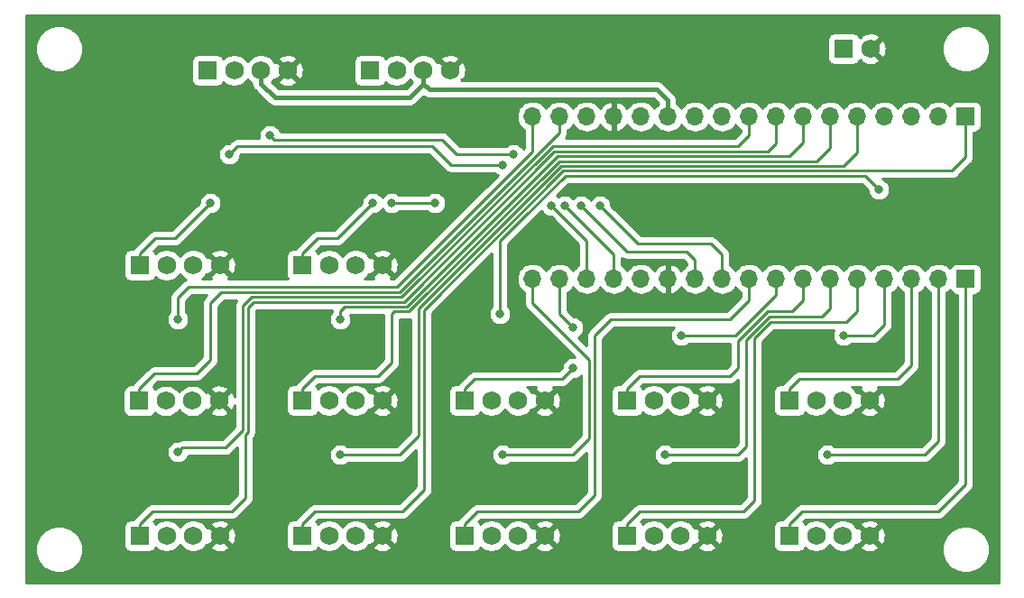
<source format=gbr>
G04 #@! TF.GenerationSoftware,KiCad,Pcbnew,(5.1.2)-2*
G04 #@! TF.CreationDate,2020-02-21T15:06:10-05:00*
G04 #@! TF.ProjectId,Micro-Breakout,4d696372-6f2d-4427-9265-616b6f75742e,rev?*
G04 #@! TF.SameCoordinates,Original*
G04 #@! TF.FileFunction,Copper,L2,Bot*
G04 #@! TF.FilePolarity,Positive*
%FSLAX46Y46*%
G04 Gerber Fmt 4.6, Leading zero omitted, Abs format (unit mm)*
G04 Created by KiCad (PCBNEW (5.1.2)-2) date 2020-02-21 15:06:10*
%MOMM*%
%LPD*%
G04 APERTURE LIST*
%ADD10O,1.700000X1.700000*%
%ADD11R,1.700000X1.700000*%
%ADD12R,1.750000X1.750000*%
%ADD13C,1.750000*%
%ADD14C,0.800000*%
%ADD15C,0.250000*%
%ADD16C,0.400000*%
%ADD17C,0.254000*%
G04 APERTURE END LIST*
D10*
X151130000Y-97790000D03*
X153670000Y-97790000D03*
X156210000Y-97790000D03*
X158750000Y-97790000D03*
X161290000Y-97790000D03*
X163830000Y-97790000D03*
X166370000Y-97790000D03*
X168910000Y-97790000D03*
X171450000Y-97790000D03*
X173990000Y-97790000D03*
X176530000Y-97790000D03*
X179070000Y-97790000D03*
X181610000Y-97790000D03*
X184150000Y-97790000D03*
X186690000Y-97790000D03*
X189230000Y-97790000D03*
D11*
X191770000Y-97790000D03*
X191770000Y-113030000D03*
D10*
X189230000Y-113030000D03*
X186690000Y-113030000D03*
X184150000Y-113030000D03*
X181610000Y-113030000D03*
X179070000Y-113030000D03*
X176530000Y-113030000D03*
X173990000Y-113030000D03*
X171450000Y-113030000D03*
X168910000Y-113030000D03*
X166370000Y-113030000D03*
X163830000Y-113030000D03*
X161290000Y-113030000D03*
X158750000Y-113030000D03*
X156210000Y-113030000D03*
X153670000Y-113030000D03*
X151130000Y-113030000D03*
D12*
X114300000Y-111760000D03*
D13*
X116800000Y-111760000D03*
X119300000Y-111760000D03*
X121800000Y-111760000D03*
X137040000Y-124460000D03*
X134540000Y-124460000D03*
X132040000Y-124460000D03*
D12*
X129540000Y-124460000D03*
X114227001Y-124483001D03*
D13*
X116727001Y-124483001D03*
X119227001Y-124483001D03*
X121727001Y-124483001D03*
X137040000Y-111760000D03*
X134540000Y-111760000D03*
X132040000Y-111760000D03*
D12*
X129540000Y-111760000D03*
D13*
X182840000Y-91440000D03*
D12*
X180340000Y-91440000D03*
D13*
X152280000Y-137160000D03*
X149780000Y-137160000D03*
X147280000Y-137160000D03*
D12*
X144780000Y-137160000D03*
D13*
X128150000Y-93472000D03*
X125650000Y-93472000D03*
X123150000Y-93472000D03*
D12*
X120650000Y-93472000D03*
D13*
X182760000Y-137160000D03*
X180260000Y-137160000D03*
X177760000Y-137160000D03*
D12*
X175260000Y-137160000D03*
X175260000Y-124460000D03*
D13*
X177760000Y-124460000D03*
X180260000Y-124460000D03*
X182760000Y-124460000D03*
X167520000Y-137160000D03*
X165020000Y-137160000D03*
X162520000Y-137160000D03*
D12*
X160020000Y-137160000D03*
X144780000Y-124460000D03*
D13*
X147280000Y-124460000D03*
X149780000Y-124460000D03*
X152280000Y-124460000D03*
X137040000Y-137160000D03*
X134540000Y-137160000D03*
X132040000Y-137160000D03*
D12*
X129540000Y-137160000D03*
D13*
X121800000Y-137160000D03*
X119300000Y-137160000D03*
X116800000Y-137160000D03*
D12*
X114300000Y-137160000D03*
X135890000Y-93472000D03*
D13*
X138390000Y-93472000D03*
X140890000Y-93472000D03*
X143390000Y-93472000D03*
X167520000Y-124460000D03*
X165020000Y-124460000D03*
X162520000Y-124460000D03*
D12*
X160020000Y-124460000D03*
D14*
X133096000Y-129540000D03*
X148082000Y-116332000D03*
X183642000Y-104648000D03*
X148336000Y-129540000D03*
X165100000Y-118364000D03*
X163576000Y-129540000D03*
X180340000Y-118364000D03*
X178816000Y-129540000D03*
X117856000Y-129286000D03*
X133096000Y-116840000D03*
X154178000Y-106172000D03*
X137922000Y-105918000D03*
X141986000Y-105918000D03*
X152908000Y-106172000D03*
X154940000Y-121412000D03*
X154940000Y-117602000D03*
X126492000Y-99568000D03*
X149352000Y-101346000D03*
X157480000Y-106172000D03*
X122682000Y-101346000D03*
X148336000Y-102362000D03*
X155702000Y-106172000D03*
X117856000Y-116840000D03*
X120904000Y-105918000D03*
X136144000Y-105918000D03*
D15*
X138684000Y-129540000D02*
X140462000Y-127762000D01*
X133096000Y-129540000D02*
X138684000Y-129540000D01*
X140462000Y-127762000D02*
X140462000Y-115826820D01*
X140462000Y-115826820D02*
X153845380Y-102443440D01*
X181610000Y-101173440D02*
X180340000Y-102443440D01*
X181610000Y-97790000D02*
X181610000Y-101173440D01*
X153845380Y-102443440D02*
X180340000Y-102443440D01*
X150259999Y-107301641D02*
X154218180Y-103343460D01*
X150259999Y-107301641D02*
X148084820Y-109476820D01*
X148084820Y-109476820D02*
X148082000Y-109479640D01*
X148082000Y-109479640D02*
X148082000Y-116332000D01*
X182337460Y-103343460D02*
X181864000Y-103343460D01*
X183642000Y-104648000D02*
X182337460Y-103343460D01*
X154218180Y-103343460D02*
X181864000Y-103343460D01*
X148336000Y-129540000D02*
X154940000Y-129540000D01*
X154940000Y-129540000D02*
X156464000Y-128016000D01*
X156464000Y-128016000D02*
X156464000Y-120650000D01*
X156464000Y-120650000D02*
X152400000Y-116586000D01*
X152400000Y-116586000D02*
X151130000Y-115316000D01*
X151130000Y-115316000D02*
X151130000Y-113030000D01*
X170180000Y-118364000D02*
X165100000Y-118364000D01*
X172916010Y-115627990D02*
X170180000Y-118364000D01*
X173990000Y-114554000D02*
X172916010Y-115627990D01*
X173990000Y-113030000D02*
X173990000Y-114554000D01*
X170434000Y-129540000D02*
X163576000Y-129540000D01*
X173353590Y-116586000D02*
X171196000Y-118743590D01*
X171196000Y-118743590D02*
X171196000Y-128778000D01*
X171196000Y-128778000D02*
X170434000Y-129540000D01*
X179070000Y-115824000D02*
X178308000Y-116586000D01*
X179070000Y-113030000D02*
X179070000Y-115824000D01*
X178308000Y-116586000D02*
X173353590Y-116586000D01*
X184150000Y-117348000D02*
X183134000Y-118364000D01*
X184150000Y-113030000D02*
X184150000Y-117348000D01*
X183134000Y-118364000D02*
X180340000Y-118364000D01*
X189230000Y-128270000D02*
X187960000Y-129540000D01*
X189230000Y-113030000D02*
X189230000Y-128270000D01*
X178816000Y-129540000D02*
X187960000Y-129540000D01*
X118255999Y-128886001D02*
X117856000Y-129286000D01*
X122319999Y-128886001D02*
X118255999Y-128886001D01*
X123952000Y-127254000D02*
X122319999Y-128886001D01*
X123952000Y-115570000D02*
X123952000Y-127254000D01*
X153036410Y-100584000D02*
X138870400Y-114750010D01*
X138870400Y-114750010D02*
X124771990Y-114750010D01*
X124771990Y-114750010D02*
X123952000Y-115570000D01*
X171450000Y-99568000D02*
X170434000Y-100584000D01*
X171450000Y-97790000D02*
X171450000Y-99568000D01*
X170434000Y-100584000D02*
X153036410Y-100584000D01*
X133096000Y-116840000D02*
X133096000Y-116078000D01*
X133096000Y-116078000D02*
X133523971Y-115650029D01*
X133523971Y-115650029D02*
X139365971Y-115650029D01*
X139365971Y-115650029D02*
X153472580Y-101543420D01*
X176530000Y-100273420D02*
X175260000Y-101543420D01*
X176530000Y-97790000D02*
X176530000Y-100273420D01*
X153472580Y-101543420D02*
X175260000Y-101543420D01*
X158750000Y-113030000D02*
X158750000Y-110744000D01*
X154178000Y-106172000D02*
X158750000Y-110744000D01*
X137922000Y-105918000D02*
X140716000Y-105918000D01*
X141986000Y-105918000D02*
X140716000Y-105918000D01*
X156210000Y-111827919D02*
X156210000Y-109474000D01*
X156210000Y-113030000D02*
X156210000Y-111827919D01*
X156210000Y-109474000D02*
X152908000Y-106172000D01*
X129540000Y-123335000D02*
X130701000Y-122174000D01*
X129540000Y-124460000D02*
X129540000Y-123335000D01*
X130701000Y-122174000D02*
X136652000Y-122174000D01*
X136652000Y-122174000D02*
X137922000Y-120904000D01*
X137922000Y-116332000D02*
X138153961Y-116100039D01*
X137922000Y-120904000D02*
X137922000Y-116332000D01*
X138153961Y-116100039D02*
X139552372Y-116100038D01*
X139552372Y-116100038D02*
X153658980Y-101993430D01*
X179070000Y-100723430D02*
X177800000Y-101993430D01*
X179070000Y-97790000D02*
X179070000Y-100723430D01*
X153658980Y-101993430D02*
X177800000Y-101993430D01*
X160020000Y-124460000D02*
X160020000Y-123335000D01*
X161181000Y-122174000D02*
X169672000Y-122174000D01*
X160020000Y-123335000D02*
X161181000Y-122174000D01*
X169672000Y-122174000D02*
X170434000Y-121412000D01*
X170434000Y-121412000D02*
X170434000Y-118869180D01*
X170434000Y-118869180D02*
X173225180Y-116078000D01*
X176530000Y-115062000D02*
X175514000Y-116078000D01*
X176530000Y-113030000D02*
X176530000Y-115062000D01*
X173225180Y-116078000D02*
X175514000Y-116078000D01*
D16*
X140890000Y-93472000D02*
X140890000Y-94709436D01*
X125650000Y-94709436D02*
X126952564Y-96012000D01*
X125650000Y-93472000D02*
X125650000Y-94709436D01*
X139587436Y-96012000D02*
X140890000Y-94709436D01*
X126952564Y-96012000D02*
X139587436Y-96012000D01*
X141430564Y-95250000D02*
X140890000Y-94709436D01*
X162814000Y-95250000D02*
X141430564Y-95250000D01*
X163830000Y-97790000D02*
X163830000Y-96266000D01*
X163830000Y-96266000D02*
X162814000Y-95250000D01*
D15*
X114300000Y-136035000D02*
X115461000Y-134874000D01*
X114300000Y-137160000D02*
X114300000Y-136035000D01*
X115461000Y-134874000D02*
X122936000Y-134874000D01*
X122936000Y-134874000D02*
X124206000Y-133604000D01*
X124206000Y-127636410D02*
X124460000Y-127382410D01*
X124206000Y-133604000D02*
X124206000Y-127636410D01*
X124460000Y-127382410D02*
X124460000Y-115698410D01*
X124958390Y-115200020D02*
X139056801Y-115200019D01*
X124460000Y-115698410D02*
X124958390Y-115200020D01*
X139056801Y-115200019D02*
X153163410Y-101093410D01*
X173990000Y-100331410D02*
X173228000Y-101093410D01*
X173990000Y-97790000D02*
X173990000Y-100331410D01*
X153163410Y-101093410D02*
X173228000Y-101093410D01*
X129540000Y-136035000D02*
X130701000Y-134874000D01*
X129540000Y-137160000D02*
X129540000Y-136035000D01*
X130701000Y-134874000D02*
X138938000Y-134874000D01*
X140970000Y-132842000D02*
X140970000Y-115955230D01*
X138938000Y-134874000D02*
X140970000Y-132842000D01*
X140970000Y-115955230D02*
X154031780Y-102893450D01*
X191770000Y-101623450D02*
X190500000Y-102893450D01*
X191770000Y-97790000D02*
X191770000Y-101623450D01*
X154031780Y-102893450D02*
X190500000Y-102893450D01*
X144780000Y-123335000D02*
X145687000Y-122428000D01*
X144780000Y-124460000D02*
X144780000Y-123335000D01*
X145687000Y-122428000D02*
X153924000Y-122428000D01*
X153924000Y-122428000D02*
X154940000Y-121412000D01*
X153670000Y-116332000D02*
X154940000Y-117602000D01*
X153670000Y-113030000D02*
X153670000Y-116332000D01*
X160020000Y-136035000D02*
X161181000Y-134874000D01*
X160020000Y-137160000D02*
X160020000Y-136035000D01*
X161181000Y-134874000D02*
X170942000Y-134874000D01*
X170942000Y-134874000D02*
X171958000Y-133858000D01*
X171958000Y-133858000D02*
X171958000Y-118618000D01*
X171958000Y-118618000D02*
X173482000Y-117094000D01*
X181610000Y-116078000D02*
X180594000Y-117094000D01*
X181610000Y-113030000D02*
X181610000Y-116078000D01*
X173482000Y-117094000D02*
X180594000Y-117094000D01*
X175260000Y-123335000D02*
X176167000Y-122428000D01*
X175260000Y-124460000D02*
X175260000Y-123335000D01*
X186690000Y-121158000D02*
X185420000Y-122428000D01*
X186690000Y-113030000D02*
X186690000Y-121158000D01*
X176167000Y-122428000D02*
X185420000Y-122428000D01*
X175260000Y-136035000D02*
X175260000Y-137160000D01*
X176421000Y-134874000D02*
X175260000Y-136035000D01*
X189230000Y-134874000D02*
X176421000Y-134874000D01*
X191770000Y-114130000D02*
X191770000Y-132334000D01*
X191770000Y-113030000D02*
X191770000Y-114130000D01*
X191770000Y-132334000D02*
X189230000Y-134874000D01*
X144780000Y-136035000D02*
X145941000Y-134874000D01*
X144780000Y-137160000D02*
X144780000Y-136035000D01*
X145941000Y-134874000D02*
X155448000Y-134874000D01*
X155448000Y-134874000D02*
X156972000Y-133350000D01*
X156972000Y-133350000D02*
X156972000Y-118364000D01*
X156972000Y-118364000D02*
X158496000Y-116840000D01*
X171450000Y-113030000D02*
X171450000Y-115062000D01*
X171450000Y-115062000D02*
X169672000Y-116840000D01*
X158496000Y-116840000D02*
X169672000Y-116840000D01*
X126891999Y-99967999D02*
X142639999Y-99967999D01*
X126492000Y-99568000D02*
X126891999Y-99967999D01*
X142639999Y-99967999D02*
X144018000Y-101346000D01*
X144018000Y-101346000D02*
X148082000Y-101346000D01*
X157480000Y-106172000D02*
X161036000Y-109728000D01*
X148082000Y-101346000D02*
X149352000Y-101346000D01*
X168910000Y-110744000D02*
X167894000Y-109728000D01*
X168910000Y-113030000D02*
X168910000Y-110744000D01*
X161036000Y-109728000D02*
X167894000Y-109728000D01*
X147066000Y-102362000D02*
X143510000Y-102362000D01*
X143510000Y-102362000D02*
X141732000Y-100584000D01*
X122682000Y-101346000D02*
X123444000Y-100584000D01*
X141732000Y-100584000D02*
X123444000Y-100584000D01*
X155702000Y-106172000D02*
X160020000Y-110490000D01*
X147066000Y-102362000D02*
X148336000Y-102362000D01*
X166370000Y-111252000D02*
X165608000Y-110490000D01*
X166370000Y-113030000D02*
X166370000Y-111252000D01*
X160020000Y-110490000D02*
X165608000Y-110490000D01*
X118872000Y-113792000D02*
X138430000Y-113792000D01*
X117856000Y-116840000D02*
X117856000Y-114808000D01*
X117856000Y-114808000D02*
X118872000Y-113792000D01*
X151130000Y-97790000D02*
X151130000Y-101092000D01*
X138430000Y-113792000D02*
X151130000Y-101092000D01*
X115715000Y-109220000D02*
X114300000Y-110635000D01*
X114300000Y-110635000D02*
X114300000Y-111760000D01*
X117602000Y-109220000D02*
X117348000Y-109220000D01*
X120904000Y-105918000D02*
X117602000Y-109220000D01*
X117348000Y-109220000D02*
X115715000Y-109220000D01*
X136144000Y-105918000D02*
X132842000Y-109220000D01*
X129540000Y-110635000D02*
X129540000Y-111760000D01*
X130955000Y-109220000D02*
X129540000Y-110635000D01*
X130955000Y-109220000D02*
X132842000Y-109220000D01*
X114227001Y-123358001D02*
X114227001Y-124483001D01*
X115665002Y-121920000D02*
X114227001Y-123358001D01*
X119634000Y-121920000D02*
X115665002Y-121920000D01*
X120904000Y-120650000D02*
X119634000Y-121920000D01*
X120904000Y-115316000D02*
X120904000Y-120650000D01*
X153162000Y-99822000D02*
X138684000Y-114300000D01*
X138684000Y-114300000D02*
X121920000Y-114300000D01*
X121920000Y-114300000D02*
X120904000Y-115316000D01*
X153670000Y-97790000D02*
X153670000Y-98992081D01*
X153162000Y-99822000D02*
X153670000Y-99314000D01*
X153670000Y-99314000D02*
X153670000Y-98992081D01*
D17*
G36*
X194870001Y-141530000D02*
G01*
X103580000Y-141530000D01*
X103580000Y-138209872D01*
X104445000Y-138209872D01*
X104445000Y-138650128D01*
X104530890Y-139081925D01*
X104699369Y-139488669D01*
X104943962Y-139854729D01*
X105255271Y-140166038D01*
X105621331Y-140410631D01*
X106028075Y-140579110D01*
X106459872Y-140665000D01*
X106900128Y-140665000D01*
X107331925Y-140579110D01*
X107738669Y-140410631D01*
X108104729Y-140166038D01*
X108416038Y-139854729D01*
X108660631Y-139488669D01*
X108829110Y-139081925D01*
X108915000Y-138650128D01*
X108915000Y-138209872D01*
X108829110Y-137778075D01*
X108660631Y-137371331D01*
X108416038Y-137005271D01*
X108104729Y-136693962D01*
X107738669Y-136449369D01*
X107331925Y-136280890D01*
X106900128Y-136195000D01*
X106459872Y-136195000D01*
X106028075Y-136280890D01*
X105621331Y-136449369D01*
X105255271Y-136693962D01*
X104943962Y-137005271D01*
X104699369Y-137371331D01*
X104530890Y-137778075D01*
X104445000Y-138209872D01*
X103580000Y-138209872D01*
X103580000Y-123608001D01*
X112713929Y-123608001D01*
X112713929Y-125358001D01*
X112726189Y-125482483D01*
X112762499Y-125602181D01*
X112821464Y-125712495D01*
X112900816Y-125809186D01*
X112997507Y-125888538D01*
X113107821Y-125947503D01*
X113227519Y-125983813D01*
X113352001Y-125996073D01*
X115102001Y-125996073D01*
X115226483Y-125983813D01*
X115346181Y-125947503D01*
X115456495Y-125888538D01*
X115553186Y-125809186D01*
X115632538Y-125712495D01*
X115691503Y-125602181D01*
X115695975Y-125587437D01*
X115764432Y-125655894D01*
X116011748Y-125821145D01*
X116286550Y-125934972D01*
X116578279Y-125993001D01*
X116875723Y-125993001D01*
X117167452Y-125934972D01*
X117442254Y-125821145D01*
X117689570Y-125655894D01*
X117899894Y-125445570D01*
X117977001Y-125330171D01*
X118054108Y-125445570D01*
X118264432Y-125655894D01*
X118511748Y-125821145D01*
X118786550Y-125934972D01*
X119078279Y-125993001D01*
X119375723Y-125993001D01*
X119667452Y-125934972D01*
X119942254Y-125821145D01*
X120189570Y-125655894D01*
X120316223Y-125529241D01*
X120860366Y-125529241D01*
X120941026Y-125780869D01*
X121209330Y-125909268D01*
X121497527Y-125982856D01*
X121794544Y-125998805D01*
X122088964Y-125956502D01*
X122369475Y-125857573D01*
X122512976Y-125780869D01*
X122593636Y-125529241D01*
X121727001Y-124662606D01*
X120860366Y-125529241D01*
X120316223Y-125529241D01*
X120399894Y-125445570D01*
X120502233Y-125292408D01*
X120680761Y-125349636D01*
X121547396Y-124483001D01*
X120680761Y-123616366D01*
X120502233Y-123673594D01*
X120399894Y-123520432D01*
X120316223Y-123436761D01*
X120860366Y-123436761D01*
X121727001Y-124303396D01*
X122593636Y-123436761D01*
X122512976Y-123185133D01*
X122244672Y-123056734D01*
X121956475Y-122983146D01*
X121659458Y-122967197D01*
X121365038Y-123009500D01*
X121084527Y-123108429D01*
X120941026Y-123185133D01*
X120860366Y-123436761D01*
X120316223Y-123436761D01*
X120189570Y-123310108D01*
X119942254Y-123144857D01*
X119667452Y-123031030D01*
X119375723Y-122973001D01*
X119078279Y-122973001D01*
X118786550Y-123031030D01*
X118511748Y-123144857D01*
X118264432Y-123310108D01*
X118054108Y-123520432D01*
X117977001Y-123635831D01*
X117899894Y-123520432D01*
X117689570Y-123310108D01*
X117442254Y-123144857D01*
X117167452Y-123031030D01*
X116875723Y-122973001D01*
X116578279Y-122973001D01*
X116286550Y-123031030D01*
X116011748Y-123144857D01*
X115764432Y-123310108D01*
X115695975Y-123378565D01*
X115691503Y-123363821D01*
X115632538Y-123253507D01*
X115553186Y-123156816D01*
X115525615Y-123134189D01*
X115979804Y-122680000D01*
X119596678Y-122680000D01*
X119634000Y-122683676D01*
X119671322Y-122680000D01*
X119671333Y-122680000D01*
X119782986Y-122669003D01*
X119926247Y-122625546D01*
X120058276Y-122554974D01*
X120174001Y-122460001D01*
X120197804Y-122430997D01*
X121415003Y-121213799D01*
X121444001Y-121190001D01*
X121538974Y-121074276D01*
X121609546Y-120942247D01*
X121653003Y-120798986D01*
X121664000Y-120687333D01*
X121664000Y-120687324D01*
X121667676Y-120650001D01*
X121664000Y-120612678D01*
X121664000Y-115630801D01*
X122234802Y-115060000D01*
X123387378Y-115060000D01*
X123359474Y-115094001D01*
X123317026Y-115145724D01*
X123255836Y-115260201D01*
X123246454Y-115277754D01*
X123202997Y-115421015D01*
X123192000Y-115532668D01*
X123192000Y-115532678D01*
X123188324Y-115570000D01*
X123192000Y-115607322D01*
X123192001Y-124096933D01*
X123101573Y-123840527D01*
X123024869Y-123697026D01*
X122773241Y-123616366D01*
X121906606Y-124483001D01*
X122773241Y-125349636D01*
X123024869Y-125268976D01*
X123153268Y-125000672D01*
X123192001Y-124848980D01*
X123192001Y-126939197D01*
X122005198Y-128126001D01*
X118293321Y-128126001D01*
X118255998Y-128122325D01*
X118218676Y-128126001D01*
X118218666Y-128126001D01*
X118107013Y-128136998D01*
X117963752Y-128180455D01*
X117831774Y-128251000D01*
X117754061Y-128251000D01*
X117554102Y-128290774D01*
X117365744Y-128368795D01*
X117196226Y-128482063D01*
X117052063Y-128626226D01*
X116938795Y-128795744D01*
X116860774Y-128984102D01*
X116821000Y-129184061D01*
X116821000Y-129387939D01*
X116860774Y-129587898D01*
X116938795Y-129776256D01*
X117052063Y-129945774D01*
X117196226Y-130089937D01*
X117365744Y-130203205D01*
X117554102Y-130281226D01*
X117754061Y-130321000D01*
X117957939Y-130321000D01*
X118157898Y-130281226D01*
X118346256Y-130203205D01*
X118515774Y-130089937D01*
X118659937Y-129945774D01*
X118773205Y-129776256D01*
X118827159Y-129646001D01*
X122282677Y-129646001D01*
X122319999Y-129649677D01*
X122357321Y-129646001D01*
X122357332Y-129646001D01*
X122468985Y-129635004D01*
X122612246Y-129591547D01*
X122744275Y-129520975D01*
X122860000Y-129426002D01*
X122883803Y-129396998D01*
X123446001Y-128834801D01*
X123446000Y-133289198D01*
X122621199Y-134114000D01*
X115498323Y-134114000D01*
X115461000Y-134110324D01*
X115423677Y-134114000D01*
X115423667Y-134114000D01*
X115312014Y-134124997D01*
X115168753Y-134168454D01*
X115036723Y-134239026D01*
X114984022Y-134282277D01*
X114920999Y-134333999D01*
X114897201Y-134362997D01*
X113788998Y-135471201D01*
X113760000Y-135494999D01*
X113736202Y-135523997D01*
X113736201Y-135523998D01*
X113665026Y-135610724D01*
X113645674Y-135646928D01*
X113425000Y-135646928D01*
X113300518Y-135659188D01*
X113180820Y-135695498D01*
X113070506Y-135754463D01*
X112973815Y-135833815D01*
X112894463Y-135930506D01*
X112835498Y-136040820D01*
X112799188Y-136160518D01*
X112786928Y-136285000D01*
X112786928Y-138035000D01*
X112799188Y-138159482D01*
X112835498Y-138279180D01*
X112894463Y-138389494D01*
X112973815Y-138486185D01*
X113070506Y-138565537D01*
X113180820Y-138624502D01*
X113300518Y-138660812D01*
X113425000Y-138673072D01*
X115175000Y-138673072D01*
X115299482Y-138660812D01*
X115419180Y-138624502D01*
X115529494Y-138565537D01*
X115626185Y-138486185D01*
X115705537Y-138389494D01*
X115764502Y-138279180D01*
X115768974Y-138264436D01*
X115837431Y-138332893D01*
X116084747Y-138498144D01*
X116359549Y-138611971D01*
X116651278Y-138670000D01*
X116948722Y-138670000D01*
X117240451Y-138611971D01*
X117515253Y-138498144D01*
X117762569Y-138332893D01*
X117972893Y-138122569D01*
X118050000Y-138007170D01*
X118127107Y-138122569D01*
X118337431Y-138332893D01*
X118584747Y-138498144D01*
X118859549Y-138611971D01*
X119151278Y-138670000D01*
X119448722Y-138670000D01*
X119740451Y-138611971D01*
X120015253Y-138498144D01*
X120262569Y-138332893D01*
X120389222Y-138206240D01*
X120933365Y-138206240D01*
X121014025Y-138457868D01*
X121282329Y-138586267D01*
X121570526Y-138659855D01*
X121867543Y-138675804D01*
X122161963Y-138633501D01*
X122442474Y-138534572D01*
X122585975Y-138457868D01*
X122666635Y-138206240D01*
X121800000Y-137339605D01*
X120933365Y-138206240D01*
X120389222Y-138206240D01*
X120472893Y-138122569D01*
X120575232Y-137969407D01*
X120753760Y-138026635D01*
X121620395Y-137160000D01*
X121979605Y-137160000D01*
X122846240Y-138026635D01*
X123097868Y-137945975D01*
X123226267Y-137677671D01*
X123299855Y-137389474D01*
X123315804Y-137092457D01*
X123273501Y-136798037D01*
X123174572Y-136517526D01*
X123097868Y-136374025D01*
X122846240Y-136293365D01*
X121979605Y-137160000D01*
X121620395Y-137160000D01*
X120753760Y-136293365D01*
X120575232Y-136350593D01*
X120472893Y-136197431D01*
X120389222Y-136113760D01*
X120933365Y-136113760D01*
X121800000Y-136980395D01*
X122666635Y-136113760D01*
X122585975Y-135862132D01*
X122317671Y-135733733D01*
X122029474Y-135660145D01*
X121732457Y-135644196D01*
X121438037Y-135686499D01*
X121157526Y-135785428D01*
X121014025Y-135862132D01*
X120933365Y-136113760D01*
X120389222Y-136113760D01*
X120262569Y-135987107D01*
X120015253Y-135821856D01*
X119740451Y-135708029D01*
X119448722Y-135650000D01*
X119151278Y-135650000D01*
X118859549Y-135708029D01*
X118584747Y-135821856D01*
X118337431Y-135987107D01*
X118127107Y-136197431D01*
X118050000Y-136312830D01*
X117972893Y-136197431D01*
X117762569Y-135987107D01*
X117515253Y-135821856D01*
X117240451Y-135708029D01*
X116948722Y-135650000D01*
X116651278Y-135650000D01*
X116359549Y-135708029D01*
X116084747Y-135821856D01*
X115837431Y-135987107D01*
X115768974Y-136055564D01*
X115764502Y-136040820D01*
X115705537Y-135930506D01*
X115626185Y-135833815D01*
X115598614Y-135811188D01*
X115775802Y-135634000D01*
X122898678Y-135634000D01*
X122936000Y-135637676D01*
X122973322Y-135634000D01*
X122973333Y-135634000D01*
X123084986Y-135623003D01*
X123228247Y-135579546D01*
X123360276Y-135508974D01*
X123476001Y-135414001D01*
X123499804Y-135384997D01*
X124717004Y-134167798D01*
X124746001Y-134144001D01*
X124840974Y-134028276D01*
X124911546Y-133896247D01*
X124955003Y-133752986D01*
X124966000Y-133641333D01*
X124966000Y-133641324D01*
X124969676Y-133604001D01*
X124966000Y-133566678D01*
X124966000Y-127951211D01*
X124970998Y-127946213D01*
X125000001Y-127922411D01*
X125094974Y-127806686D01*
X125165546Y-127674657D01*
X125209003Y-127531396D01*
X125220000Y-127419743D01*
X125220000Y-127419734D01*
X125223676Y-127382411D01*
X125220000Y-127345088D01*
X125220000Y-116013211D01*
X125273191Y-115960020D01*
X132343943Y-115960019D01*
X132336000Y-116040667D01*
X132336000Y-116040678D01*
X132332324Y-116078000D01*
X132336000Y-116115322D01*
X132336000Y-116136289D01*
X132292063Y-116180226D01*
X132178795Y-116349744D01*
X132100774Y-116538102D01*
X132061000Y-116738061D01*
X132061000Y-116941939D01*
X132100774Y-117141898D01*
X132178795Y-117330256D01*
X132292063Y-117499774D01*
X132436226Y-117643937D01*
X132605744Y-117757205D01*
X132794102Y-117835226D01*
X132994061Y-117875000D01*
X133197939Y-117875000D01*
X133397898Y-117835226D01*
X133586256Y-117757205D01*
X133755774Y-117643937D01*
X133899937Y-117499774D01*
X134013205Y-117330256D01*
X134091226Y-117141898D01*
X134131000Y-116941939D01*
X134131000Y-116738061D01*
X134091226Y-116538102D01*
X134038176Y-116410029D01*
X137162001Y-116410029D01*
X137162000Y-120589198D01*
X136337199Y-121414000D01*
X130738323Y-121414000D01*
X130701000Y-121410324D01*
X130663677Y-121414000D01*
X130663667Y-121414000D01*
X130552014Y-121424997D01*
X130408753Y-121468454D01*
X130276723Y-121539026D01*
X130224022Y-121582277D01*
X130160999Y-121633999D01*
X130137201Y-121662997D01*
X129028998Y-122771201D01*
X129000000Y-122794999D01*
X128976202Y-122823997D01*
X128976201Y-122823998D01*
X128905026Y-122910724D01*
X128885674Y-122946928D01*
X128665000Y-122946928D01*
X128540518Y-122959188D01*
X128420820Y-122995498D01*
X128310506Y-123054463D01*
X128213815Y-123133815D01*
X128134463Y-123230506D01*
X128075498Y-123340820D01*
X128039188Y-123460518D01*
X128026928Y-123585000D01*
X128026928Y-125335000D01*
X128039188Y-125459482D01*
X128075498Y-125579180D01*
X128134463Y-125689494D01*
X128213815Y-125786185D01*
X128310506Y-125865537D01*
X128420820Y-125924502D01*
X128540518Y-125960812D01*
X128665000Y-125973072D01*
X130415000Y-125973072D01*
X130539482Y-125960812D01*
X130659180Y-125924502D01*
X130769494Y-125865537D01*
X130866185Y-125786185D01*
X130945537Y-125689494D01*
X131004502Y-125579180D01*
X131008974Y-125564436D01*
X131077431Y-125632893D01*
X131324747Y-125798144D01*
X131599549Y-125911971D01*
X131891278Y-125970000D01*
X132188722Y-125970000D01*
X132480451Y-125911971D01*
X132755253Y-125798144D01*
X133002569Y-125632893D01*
X133212893Y-125422569D01*
X133290000Y-125307170D01*
X133367107Y-125422569D01*
X133577431Y-125632893D01*
X133824747Y-125798144D01*
X134099549Y-125911971D01*
X134391278Y-125970000D01*
X134688722Y-125970000D01*
X134980451Y-125911971D01*
X135255253Y-125798144D01*
X135502569Y-125632893D01*
X135629222Y-125506240D01*
X136173365Y-125506240D01*
X136254025Y-125757868D01*
X136522329Y-125886267D01*
X136810526Y-125959855D01*
X137107543Y-125975804D01*
X137401963Y-125933501D01*
X137682474Y-125834572D01*
X137825975Y-125757868D01*
X137906635Y-125506240D01*
X137040000Y-124639605D01*
X136173365Y-125506240D01*
X135629222Y-125506240D01*
X135712893Y-125422569D01*
X135815232Y-125269407D01*
X135993760Y-125326635D01*
X136860395Y-124460000D01*
X137219605Y-124460000D01*
X138086240Y-125326635D01*
X138337868Y-125245975D01*
X138466267Y-124977671D01*
X138539855Y-124689474D01*
X138555804Y-124392457D01*
X138513501Y-124098037D01*
X138414572Y-123817526D01*
X138337868Y-123674025D01*
X138086240Y-123593365D01*
X137219605Y-124460000D01*
X136860395Y-124460000D01*
X135993760Y-123593365D01*
X135815232Y-123650593D01*
X135712893Y-123497431D01*
X135629222Y-123413760D01*
X136173365Y-123413760D01*
X137040000Y-124280395D01*
X137906635Y-123413760D01*
X137825975Y-123162132D01*
X137557671Y-123033733D01*
X137269474Y-122960145D01*
X136972457Y-122944196D01*
X136678037Y-122986499D01*
X136397526Y-123085428D01*
X136254025Y-123162132D01*
X136173365Y-123413760D01*
X135629222Y-123413760D01*
X135502569Y-123287107D01*
X135255253Y-123121856D01*
X134980451Y-123008029D01*
X134688722Y-122950000D01*
X134391278Y-122950000D01*
X134099549Y-123008029D01*
X133824747Y-123121856D01*
X133577431Y-123287107D01*
X133367107Y-123497431D01*
X133290000Y-123612830D01*
X133212893Y-123497431D01*
X133002569Y-123287107D01*
X132755253Y-123121856D01*
X132480451Y-123008029D01*
X132188722Y-122950000D01*
X131891278Y-122950000D01*
X131599549Y-123008029D01*
X131324747Y-123121856D01*
X131077431Y-123287107D01*
X131008974Y-123355564D01*
X131004502Y-123340820D01*
X130945537Y-123230506D01*
X130866185Y-123133815D01*
X130838614Y-123111188D01*
X131015802Y-122934000D01*
X136614678Y-122934000D01*
X136652000Y-122937676D01*
X136689322Y-122934000D01*
X136689333Y-122934000D01*
X136800986Y-122923003D01*
X136944247Y-122879546D01*
X137076276Y-122808974D01*
X137192001Y-122714001D01*
X137215804Y-122684997D01*
X138433004Y-121467798D01*
X138462001Y-121444001D01*
X138556974Y-121328276D01*
X138627546Y-121196247D01*
X138671003Y-121052986D01*
X138682000Y-120941333D01*
X138682000Y-120941324D01*
X138685676Y-120904001D01*
X138682000Y-120866678D01*
X138682000Y-116860038D01*
X139515040Y-116860037D01*
X139552372Y-116863714D01*
X139589705Y-116860037D01*
X139701358Y-116849040D01*
X139702001Y-116848845D01*
X139702000Y-127447198D01*
X138369199Y-128780000D01*
X133799711Y-128780000D01*
X133755774Y-128736063D01*
X133586256Y-128622795D01*
X133397898Y-128544774D01*
X133197939Y-128505000D01*
X132994061Y-128505000D01*
X132794102Y-128544774D01*
X132605744Y-128622795D01*
X132436226Y-128736063D01*
X132292063Y-128880226D01*
X132178795Y-129049744D01*
X132100774Y-129238102D01*
X132061000Y-129438061D01*
X132061000Y-129641939D01*
X132100774Y-129841898D01*
X132178795Y-130030256D01*
X132292063Y-130199774D01*
X132436226Y-130343937D01*
X132605744Y-130457205D01*
X132794102Y-130535226D01*
X132994061Y-130575000D01*
X133197939Y-130575000D01*
X133397898Y-130535226D01*
X133586256Y-130457205D01*
X133755774Y-130343937D01*
X133799711Y-130300000D01*
X138646678Y-130300000D01*
X138684000Y-130303676D01*
X138721322Y-130300000D01*
X138721333Y-130300000D01*
X138832986Y-130289003D01*
X138976247Y-130245546D01*
X139108276Y-130174974D01*
X139224001Y-130080001D01*
X139247804Y-130050997D01*
X140210000Y-129088801D01*
X140210000Y-132527198D01*
X138623199Y-134114000D01*
X130738323Y-134114000D01*
X130701000Y-134110324D01*
X130663677Y-134114000D01*
X130663667Y-134114000D01*
X130552014Y-134124997D01*
X130408753Y-134168454D01*
X130276723Y-134239026D01*
X130224022Y-134282277D01*
X130160999Y-134333999D01*
X130137201Y-134362997D01*
X129028998Y-135471201D01*
X129000000Y-135494999D01*
X128976202Y-135523997D01*
X128976201Y-135523998D01*
X128905026Y-135610724D01*
X128885674Y-135646928D01*
X128665000Y-135646928D01*
X128540518Y-135659188D01*
X128420820Y-135695498D01*
X128310506Y-135754463D01*
X128213815Y-135833815D01*
X128134463Y-135930506D01*
X128075498Y-136040820D01*
X128039188Y-136160518D01*
X128026928Y-136285000D01*
X128026928Y-138035000D01*
X128039188Y-138159482D01*
X128075498Y-138279180D01*
X128134463Y-138389494D01*
X128213815Y-138486185D01*
X128310506Y-138565537D01*
X128420820Y-138624502D01*
X128540518Y-138660812D01*
X128665000Y-138673072D01*
X130415000Y-138673072D01*
X130539482Y-138660812D01*
X130659180Y-138624502D01*
X130769494Y-138565537D01*
X130866185Y-138486185D01*
X130945537Y-138389494D01*
X131004502Y-138279180D01*
X131008974Y-138264436D01*
X131077431Y-138332893D01*
X131324747Y-138498144D01*
X131599549Y-138611971D01*
X131891278Y-138670000D01*
X132188722Y-138670000D01*
X132480451Y-138611971D01*
X132755253Y-138498144D01*
X133002569Y-138332893D01*
X133212893Y-138122569D01*
X133290000Y-138007170D01*
X133367107Y-138122569D01*
X133577431Y-138332893D01*
X133824747Y-138498144D01*
X134099549Y-138611971D01*
X134391278Y-138670000D01*
X134688722Y-138670000D01*
X134980451Y-138611971D01*
X135255253Y-138498144D01*
X135502569Y-138332893D01*
X135629222Y-138206240D01*
X136173365Y-138206240D01*
X136254025Y-138457868D01*
X136522329Y-138586267D01*
X136810526Y-138659855D01*
X137107543Y-138675804D01*
X137401963Y-138633501D01*
X137682474Y-138534572D01*
X137825975Y-138457868D01*
X137906635Y-138206240D01*
X137040000Y-137339605D01*
X136173365Y-138206240D01*
X135629222Y-138206240D01*
X135712893Y-138122569D01*
X135815232Y-137969407D01*
X135993760Y-138026635D01*
X136860395Y-137160000D01*
X137219605Y-137160000D01*
X138086240Y-138026635D01*
X138337868Y-137945975D01*
X138466267Y-137677671D01*
X138539855Y-137389474D01*
X138555804Y-137092457D01*
X138513501Y-136798037D01*
X138414572Y-136517526D01*
X138337868Y-136374025D01*
X138086240Y-136293365D01*
X137219605Y-137160000D01*
X136860395Y-137160000D01*
X135993760Y-136293365D01*
X135815232Y-136350593D01*
X135712893Y-136197431D01*
X135629222Y-136113760D01*
X136173365Y-136113760D01*
X137040000Y-136980395D01*
X137906635Y-136113760D01*
X137825975Y-135862132D01*
X137557671Y-135733733D01*
X137269474Y-135660145D01*
X136972457Y-135644196D01*
X136678037Y-135686499D01*
X136397526Y-135785428D01*
X136254025Y-135862132D01*
X136173365Y-136113760D01*
X135629222Y-136113760D01*
X135502569Y-135987107D01*
X135255253Y-135821856D01*
X134980451Y-135708029D01*
X134688722Y-135650000D01*
X134391278Y-135650000D01*
X134099549Y-135708029D01*
X133824747Y-135821856D01*
X133577431Y-135987107D01*
X133367107Y-136197431D01*
X133290000Y-136312830D01*
X133212893Y-136197431D01*
X133002569Y-135987107D01*
X132755253Y-135821856D01*
X132480451Y-135708029D01*
X132188722Y-135650000D01*
X131891278Y-135650000D01*
X131599549Y-135708029D01*
X131324747Y-135821856D01*
X131077431Y-135987107D01*
X131008974Y-136055564D01*
X131004502Y-136040820D01*
X130945537Y-135930506D01*
X130866185Y-135833815D01*
X130838614Y-135811188D01*
X131015802Y-135634000D01*
X138900678Y-135634000D01*
X138938000Y-135637676D01*
X138975322Y-135634000D01*
X138975333Y-135634000D01*
X139086986Y-135623003D01*
X139230247Y-135579546D01*
X139362276Y-135508974D01*
X139478001Y-135414001D01*
X139501804Y-135384997D01*
X141481004Y-133405798D01*
X141510001Y-133382001D01*
X141562526Y-133317999D01*
X141604974Y-133266277D01*
X141675546Y-133134247D01*
X141698749Y-133057754D01*
X141719003Y-132990986D01*
X141730000Y-132879333D01*
X141730000Y-132879323D01*
X141733676Y-132842000D01*
X141730000Y-132804677D01*
X141730000Y-116270031D01*
X147322000Y-110678032D01*
X147322001Y-115628288D01*
X147278063Y-115672226D01*
X147164795Y-115841744D01*
X147086774Y-116030102D01*
X147047000Y-116230061D01*
X147047000Y-116433939D01*
X147086774Y-116633898D01*
X147164795Y-116822256D01*
X147278063Y-116991774D01*
X147422226Y-117135937D01*
X147591744Y-117249205D01*
X147780102Y-117327226D01*
X147980061Y-117367000D01*
X148183939Y-117367000D01*
X148383898Y-117327226D01*
X148572256Y-117249205D01*
X148741774Y-117135937D01*
X148885937Y-116991774D01*
X148999205Y-116822256D01*
X149077226Y-116633898D01*
X149117000Y-116433939D01*
X149117000Y-116230061D01*
X149077226Y-116030102D01*
X148999205Y-115841744D01*
X148885937Y-115672226D01*
X148842000Y-115628289D01*
X148842000Y-109794441D01*
X150823798Y-107812644D01*
X150823803Y-107812638D01*
X151985930Y-106650511D01*
X151990795Y-106662256D01*
X152104063Y-106831774D01*
X152248226Y-106975937D01*
X152417744Y-107089205D01*
X152606102Y-107167226D01*
X152806061Y-107207000D01*
X152868199Y-107207000D01*
X155450001Y-109788803D01*
X155450000Y-111752405D01*
X155380986Y-111789294D01*
X155154866Y-111974866D01*
X154969294Y-112200986D01*
X154940000Y-112255791D01*
X154910706Y-112200986D01*
X154725134Y-111974866D01*
X154499014Y-111789294D01*
X154241034Y-111651401D01*
X153961111Y-111566487D01*
X153742950Y-111545000D01*
X153597050Y-111545000D01*
X153378889Y-111566487D01*
X153098966Y-111651401D01*
X152840986Y-111789294D01*
X152614866Y-111974866D01*
X152429294Y-112200986D01*
X152400000Y-112255791D01*
X152370706Y-112200986D01*
X152185134Y-111974866D01*
X151959014Y-111789294D01*
X151701034Y-111651401D01*
X151421111Y-111566487D01*
X151202950Y-111545000D01*
X151057050Y-111545000D01*
X150838889Y-111566487D01*
X150558966Y-111651401D01*
X150300986Y-111789294D01*
X150074866Y-111974866D01*
X149889294Y-112200986D01*
X149751401Y-112458966D01*
X149666487Y-112738889D01*
X149637815Y-113030000D01*
X149666487Y-113321111D01*
X149751401Y-113601034D01*
X149889294Y-113859014D01*
X150074866Y-114085134D01*
X150300986Y-114270706D01*
X150370000Y-114307595D01*
X150370000Y-115278677D01*
X150366324Y-115316000D01*
X150370000Y-115353322D01*
X150370000Y-115353332D01*
X150380997Y-115464985D01*
X150416795Y-115582997D01*
X150424454Y-115608246D01*
X150495026Y-115740276D01*
X150525146Y-115776977D01*
X150589999Y-115856001D01*
X150619003Y-115879804D01*
X151888997Y-117149799D01*
X151889003Y-117149804D01*
X155134637Y-120395439D01*
X155041939Y-120377000D01*
X154838061Y-120377000D01*
X154638102Y-120416774D01*
X154449744Y-120494795D01*
X154280226Y-120608063D01*
X154136063Y-120752226D01*
X154022795Y-120921744D01*
X153944774Y-121110102D01*
X153905000Y-121310061D01*
X153905000Y-121372198D01*
X153609199Y-121668000D01*
X145724325Y-121668000D01*
X145687000Y-121664324D01*
X145649675Y-121668000D01*
X145649667Y-121668000D01*
X145538014Y-121678997D01*
X145394753Y-121722454D01*
X145262724Y-121793026D01*
X145146999Y-121887999D01*
X145123201Y-121916997D01*
X144268998Y-122771201D01*
X144240000Y-122794999D01*
X144216202Y-122823997D01*
X144216201Y-122823998D01*
X144145026Y-122910724D01*
X144125674Y-122946928D01*
X143905000Y-122946928D01*
X143780518Y-122959188D01*
X143660820Y-122995498D01*
X143550506Y-123054463D01*
X143453815Y-123133815D01*
X143374463Y-123230506D01*
X143315498Y-123340820D01*
X143279188Y-123460518D01*
X143266928Y-123585000D01*
X143266928Y-125335000D01*
X143279188Y-125459482D01*
X143315498Y-125579180D01*
X143374463Y-125689494D01*
X143453815Y-125786185D01*
X143550506Y-125865537D01*
X143660820Y-125924502D01*
X143780518Y-125960812D01*
X143905000Y-125973072D01*
X145655000Y-125973072D01*
X145779482Y-125960812D01*
X145899180Y-125924502D01*
X146009494Y-125865537D01*
X146106185Y-125786185D01*
X146185537Y-125689494D01*
X146244502Y-125579180D01*
X146248974Y-125564436D01*
X146317431Y-125632893D01*
X146564747Y-125798144D01*
X146839549Y-125911971D01*
X147131278Y-125970000D01*
X147428722Y-125970000D01*
X147720451Y-125911971D01*
X147995253Y-125798144D01*
X148242569Y-125632893D01*
X148452893Y-125422569D01*
X148530000Y-125307170D01*
X148607107Y-125422569D01*
X148817431Y-125632893D01*
X149064747Y-125798144D01*
X149339549Y-125911971D01*
X149631278Y-125970000D01*
X149928722Y-125970000D01*
X150220451Y-125911971D01*
X150495253Y-125798144D01*
X150742569Y-125632893D01*
X150869222Y-125506240D01*
X151413365Y-125506240D01*
X151494025Y-125757868D01*
X151762329Y-125886267D01*
X152050526Y-125959855D01*
X152347543Y-125975804D01*
X152641963Y-125933501D01*
X152922474Y-125834572D01*
X153065975Y-125757868D01*
X153146635Y-125506240D01*
X152280000Y-124639605D01*
X151413365Y-125506240D01*
X150869222Y-125506240D01*
X150952893Y-125422569D01*
X151055232Y-125269407D01*
X151233760Y-125326635D01*
X152100395Y-124460000D01*
X152459605Y-124460000D01*
X153326240Y-125326635D01*
X153577868Y-125245975D01*
X153706267Y-124977671D01*
X153779855Y-124689474D01*
X153795804Y-124392457D01*
X153753501Y-124098037D01*
X153654572Y-123817526D01*
X153577868Y-123674025D01*
X153326240Y-123593365D01*
X152459605Y-124460000D01*
X152100395Y-124460000D01*
X151233760Y-123593365D01*
X151055232Y-123650593D01*
X150952893Y-123497431D01*
X150742569Y-123287107D01*
X150594245Y-123188000D01*
X151485733Y-123188000D01*
X151413365Y-123413760D01*
X152280000Y-124280395D01*
X153146635Y-123413760D01*
X153074267Y-123188000D01*
X153886678Y-123188000D01*
X153924000Y-123191676D01*
X153961322Y-123188000D01*
X153961333Y-123188000D01*
X154072986Y-123177003D01*
X154216247Y-123133546D01*
X154348276Y-123062974D01*
X154464001Y-122968001D01*
X154487804Y-122938998D01*
X154979802Y-122447000D01*
X155041939Y-122447000D01*
X155241898Y-122407226D01*
X155430256Y-122329205D01*
X155599774Y-122215937D01*
X155704001Y-122111710D01*
X155704000Y-127701197D01*
X154625199Y-128780000D01*
X149039711Y-128780000D01*
X148995774Y-128736063D01*
X148826256Y-128622795D01*
X148637898Y-128544774D01*
X148437939Y-128505000D01*
X148234061Y-128505000D01*
X148034102Y-128544774D01*
X147845744Y-128622795D01*
X147676226Y-128736063D01*
X147532063Y-128880226D01*
X147418795Y-129049744D01*
X147340774Y-129238102D01*
X147301000Y-129438061D01*
X147301000Y-129641939D01*
X147340774Y-129841898D01*
X147418795Y-130030256D01*
X147532063Y-130199774D01*
X147676226Y-130343937D01*
X147845744Y-130457205D01*
X148034102Y-130535226D01*
X148234061Y-130575000D01*
X148437939Y-130575000D01*
X148637898Y-130535226D01*
X148826256Y-130457205D01*
X148995774Y-130343937D01*
X149039711Y-130300000D01*
X154902678Y-130300000D01*
X154940000Y-130303676D01*
X154977322Y-130300000D01*
X154977333Y-130300000D01*
X155088986Y-130289003D01*
X155232247Y-130245546D01*
X155364276Y-130174974D01*
X155480001Y-130080001D01*
X155503803Y-130050998D01*
X156212000Y-129342802D01*
X156212000Y-133035197D01*
X155133199Y-134114000D01*
X145978323Y-134114000D01*
X145941000Y-134110324D01*
X145903677Y-134114000D01*
X145903667Y-134114000D01*
X145792014Y-134124997D01*
X145648753Y-134168454D01*
X145516723Y-134239026D01*
X145464022Y-134282277D01*
X145400999Y-134333999D01*
X145377201Y-134362997D01*
X144268998Y-135471201D01*
X144240000Y-135494999D01*
X144216202Y-135523997D01*
X144216201Y-135523998D01*
X144145026Y-135610724D01*
X144125674Y-135646928D01*
X143905000Y-135646928D01*
X143780518Y-135659188D01*
X143660820Y-135695498D01*
X143550506Y-135754463D01*
X143453815Y-135833815D01*
X143374463Y-135930506D01*
X143315498Y-136040820D01*
X143279188Y-136160518D01*
X143266928Y-136285000D01*
X143266928Y-138035000D01*
X143279188Y-138159482D01*
X143315498Y-138279180D01*
X143374463Y-138389494D01*
X143453815Y-138486185D01*
X143550506Y-138565537D01*
X143660820Y-138624502D01*
X143780518Y-138660812D01*
X143905000Y-138673072D01*
X145655000Y-138673072D01*
X145779482Y-138660812D01*
X145899180Y-138624502D01*
X146009494Y-138565537D01*
X146106185Y-138486185D01*
X146185537Y-138389494D01*
X146244502Y-138279180D01*
X146248974Y-138264436D01*
X146317431Y-138332893D01*
X146564747Y-138498144D01*
X146839549Y-138611971D01*
X147131278Y-138670000D01*
X147428722Y-138670000D01*
X147720451Y-138611971D01*
X147995253Y-138498144D01*
X148242569Y-138332893D01*
X148452893Y-138122569D01*
X148530000Y-138007170D01*
X148607107Y-138122569D01*
X148817431Y-138332893D01*
X149064747Y-138498144D01*
X149339549Y-138611971D01*
X149631278Y-138670000D01*
X149928722Y-138670000D01*
X150220451Y-138611971D01*
X150495253Y-138498144D01*
X150742569Y-138332893D01*
X150869222Y-138206240D01*
X151413365Y-138206240D01*
X151494025Y-138457868D01*
X151762329Y-138586267D01*
X152050526Y-138659855D01*
X152347543Y-138675804D01*
X152641963Y-138633501D01*
X152922474Y-138534572D01*
X153065975Y-138457868D01*
X153146635Y-138206240D01*
X152280000Y-137339605D01*
X151413365Y-138206240D01*
X150869222Y-138206240D01*
X150952893Y-138122569D01*
X151055232Y-137969407D01*
X151233760Y-138026635D01*
X152100395Y-137160000D01*
X152459605Y-137160000D01*
X153326240Y-138026635D01*
X153577868Y-137945975D01*
X153706267Y-137677671D01*
X153779855Y-137389474D01*
X153795804Y-137092457D01*
X153753501Y-136798037D01*
X153654572Y-136517526D01*
X153577868Y-136374025D01*
X153326240Y-136293365D01*
X152459605Y-137160000D01*
X152100395Y-137160000D01*
X151233760Y-136293365D01*
X151055232Y-136350593D01*
X150952893Y-136197431D01*
X150869222Y-136113760D01*
X151413365Y-136113760D01*
X152280000Y-136980395D01*
X153146635Y-136113760D01*
X153065975Y-135862132D01*
X152797671Y-135733733D01*
X152509474Y-135660145D01*
X152212457Y-135644196D01*
X151918037Y-135686499D01*
X151637526Y-135785428D01*
X151494025Y-135862132D01*
X151413365Y-136113760D01*
X150869222Y-136113760D01*
X150742569Y-135987107D01*
X150495253Y-135821856D01*
X150220451Y-135708029D01*
X149928722Y-135650000D01*
X149631278Y-135650000D01*
X149339549Y-135708029D01*
X149064747Y-135821856D01*
X148817431Y-135987107D01*
X148607107Y-136197431D01*
X148530000Y-136312830D01*
X148452893Y-136197431D01*
X148242569Y-135987107D01*
X147995253Y-135821856D01*
X147720451Y-135708029D01*
X147428722Y-135650000D01*
X147131278Y-135650000D01*
X146839549Y-135708029D01*
X146564747Y-135821856D01*
X146317431Y-135987107D01*
X146248974Y-136055564D01*
X146244502Y-136040820D01*
X146185537Y-135930506D01*
X146106185Y-135833815D01*
X146078614Y-135811188D01*
X146255802Y-135634000D01*
X155410678Y-135634000D01*
X155448000Y-135637676D01*
X155485322Y-135634000D01*
X155485333Y-135634000D01*
X155596986Y-135623003D01*
X155740247Y-135579546D01*
X155872276Y-135508974D01*
X155988001Y-135414001D01*
X156011803Y-135384998D01*
X157483009Y-133913794D01*
X157512001Y-133890001D01*
X157535795Y-133861008D01*
X157535799Y-133861004D01*
X157606973Y-133774277D01*
X157606974Y-133774276D01*
X157677546Y-133642247D01*
X157721003Y-133498986D01*
X157732000Y-133387333D01*
X157732000Y-133387324D01*
X157735676Y-133350001D01*
X157732000Y-133312678D01*
X157732000Y-118678801D01*
X158810803Y-117600000D01*
X164400289Y-117600000D01*
X164296063Y-117704226D01*
X164182795Y-117873744D01*
X164104774Y-118062102D01*
X164065000Y-118262061D01*
X164065000Y-118465939D01*
X164104774Y-118665898D01*
X164182795Y-118854256D01*
X164296063Y-119023774D01*
X164440226Y-119167937D01*
X164609744Y-119281205D01*
X164798102Y-119359226D01*
X164998061Y-119399000D01*
X165201939Y-119399000D01*
X165401898Y-119359226D01*
X165590256Y-119281205D01*
X165759774Y-119167937D01*
X165803711Y-119124000D01*
X169674001Y-119124000D01*
X169674000Y-121097198D01*
X169357199Y-121414000D01*
X161218323Y-121414000D01*
X161181000Y-121410324D01*
X161143677Y-121414000D01*
X161143667Y-121414000D01*
X161032014Y-121424997D01*
X160888753Y-121468454D01*
X160756723Y-121539026D01*
X160704022Y-121582277D01*
X160640999Y-121633999D01*
X160617201Y-121662997D01*
X159508998Y-122771201D01*
X159480000Y-122794999D01*
X159456202Y-122823997D01*
X159456201Y-122823998D01*
X159385026Y-122910724D01*
X159365674Y-122946928D01*
X159145000Y-122946928D01*
X159020518Y-122959188D01*
X158900820Y-122995498D01*
X158790506Y-123054463D01*
X158693815Y-123133815D01*
X158614463Y-123230506D01*
X158555498Y-123340820D01*
X158519188Y-123460518D01*
X158506928Y-123585000D01*
X158506928Y-125335000D01*
X158519188Y-125459482D01*
X158555498Y-125579180D01*
X158614463Y-125689494D01*
X158693815Y-125786185D01*
X158790506Y-125865537D01*
X158900820Y-125924502D01*
X159020518Y-125960812D01*
X159145000Y-125973072D01*
X160895000Y-125973072D01*
X161019482Y-125960812D01*
X161139180Y-125924502D01*
X161249494Y-125865537D01*
X161346185Y-125786185D01*
X161425537Y-125689494D01*
X161484502Y-125579180D01*
X161488974Y-125564436D01*
X161557431Y-125632893D01*
X161804747Y-125798144D01*
X162079549Y-125911971D01*
X162371278Y-125970000D01*
X162668722Y-125970000D01*
X162960451Y-125911971D01*
X163235253Y-125798144D01*
X163482569Y-125632893D01*
X163692893Y-125422569D01*
X163770000Y-125307170D01*
X163847107Y-125422569D01*
X164057431Y-125632893D01*
X164304747Y-125798144D01*
X164579549Y-125911971D01*
X164871278Y-125970000D01*
X165168722Y-125970000D01*
X165460451Y-125911971D01*
X165735253Y-125798144D01*
X165982569Y-125632893D01*
X166109222Y-125506240D01*
X166653365Y-125506240D01*
X166734025Y-125757868D01*
X167002329Y-125886267D01*
X167290526Y-125959855D01*
X167587543Y-125975804D01*
X167881963Y-125933501D01*
X168162474Y-125834572D01*
X168305975Y-125757868D01*
X168386635Y-125506240D01*
X167520000Y-124639605D01*
X166653365Y-125506240D01*
X166109222Y-125506240D01*
X166192893Y-125422569D01*
X166295232Y-125269407D01*
X166473760Y-125326635D01*
X167340395Y-124460000D01*
X167699605Y-124460000D01*
X168566240Y-125326635D01*
X168817868Y-125245975D01*
X168946267Y-124977671D01*
X169019855Y-124689474D01*
X169035804Y-124392457D01*
X168993501Y-124098037D01*
X168894572Y-123817526D01*
X168817868Y-123674025D01*
X168566240Y-123593365D01*
X167699605Y-124460000D01*
X167340395Y-124460000D01*
X166473760Y-123593365D01*
X166295232Y-123650593D01*
X166192893Y-123497431D01*
X166109222Y-123413760D01*
X166653365Y-123413760D01*
X167520000Y-124280395D01*
X168386635Y-123413760D01*
X168305975Y-123162132D01*
X168037671Y-123033733D01*
X167749474Y-122960145D01*
X167452457Y-122944196D01*
X167158037Y-122986499D01*
X166877526Y-123085428D01*
X166734025Y-123162132D01*
X166653365Y-123413760D01*
X166109222Y-123413760D01*
X165982569Y-123287107D01*
X165735253Y-123121856D01*
X165460451Y-123008029D01*
X165168722Y-122950000D01*
X164871278Y-122950000D01*
X164579549Y-123008029D01*
X164304747Y-123121856D01*
X164057431Y-123287107D01*
X163847107Y-123497431D01*
X163770000Y-123612830D01*
X163692893Y-123497431D01*
X163482569Y-123287107D01*
X163235253Y-123121856D01*
X162960451Y-123008029D01*
X162668722Y-122950000D01*
X162371278Y-122950000D01*
X162079549Y-123008029D01*
X161804747Y-123121856D01*
X161557431Y-123287107D01*
X161488974Y-123355564D01*
X161484502Y-123340820D01*
X161425537Y-123230506D01*
X161346185Y-123133815D01*
X161318614Y-123111188D01*
X161495802Y-122934000D01*
X169634678Y-122934000D01*
X169672000Y-122937676D01*
X169709322Y-122934000D01*
X169709333Y-122934000D01*
X169820986Y-122923003D01*
X169964247Y-122879546D01*
X170096276Y-122808974D01*
X170212001Y-122714001D01*
X170235803Y-122684998D01*
X170436000Y-122484801D01*
X170436001Y-128463197D01*
X170119199Y-128780000D01*
X164279711Y-128780000D01*
X164235774Y-128736063D01*
X164066256Y-128622795D01*
X163877898Y-128544774D01*
X163677939Y-128505000D01*
X163474061Y-128505000D01*
X163274102Y-128544774D01*
X163085744Y-128622795D01*
X162916226Y-128736063D01*
X162772063Y-128880226D01*
X162658795Y-129049744D01*
X162580774Y-129238102D01*
X162541000Y-129438061D01*
X162541000Y-129641939D01*
X162580774Y-129841898D01*
X162658795Y-130030256D01*
X162772063Y-130199774D01*
X162916226Y-130343937D01*
X163085744Y-130457205D01*
X163274102Y-130535226D01*
X163474061Y-130575000D01*
X163677939Y-130575000D01*
X163877898Y-130535226D01*
X164066256Y-130457205D01*
X164235774Y-130343937D01*
X164279711Y-130300000D01*
X170396678Y-130300000D01*
X170434000Y-130303676D01*
X170471322Y-130300000D01*
X170471333Y-130300000D01*
X170582986Y-130289003D01*
X170726247Y-130245546D01*
X170858276Y-130174974D01*
X170974001Y-130080001D01*
X170997803Y-130050998D01*
X171198000Y-129850801D01*
X171198000Y-133543198D01*
X170627199Y-134114000D01*
X161218323Y-134114000D01*
X161181000Y-134110324D01*
X161143677Y-134114000D01*
X161143667Y-134114000D01*
X161032014Y-134124997D01*
X160888753Y-134168454D01*
X160756723Y-134239026D01*
X160704022Y-134282277D01*
X160640999Y-134333999D01*
X160617201Y-134362997D01*
X159508998Y-135471201D01*
X159480000Y-135494999D01*
X159456202Y-135523997D01*
X159456201Y-135523998D01*
X159385026Y-135610724D01*
X159365674Y-135646928D01*
X159145000Y-135646928D01*
X159020518Y-135659188D01*
X158900820Y-135695498D01*
X158790506Y-135754463D01*
X158693815Y-135833815D01*
X158614463Y-135930506D01*
X158555498Y-136040820D01*
X158519188Y-136160518D01*
X158506928Y-136285000D01*
X158506928Y-138035000D01*
X158519188Y-138159482D01*
X158555498Y-138279180D01*
X158614463Y-138389494D01*
X158693815Y-138486185D01*
X158790506Y-138565537D01*
X158900820Y-138624502D01*
X159020518Y-138660812D01*
X159145000Y-138673072D01*
X160895000Y-138673072D01*
X161019482Y-138660812D01*
X161139180Y-138624502D01*
X161249494Y-138565537D01*
X161346185Y-138486185D01*
X161425537Y-138389494D01*
X161484502Y-138279180D01*
X161488974Y-138264436D01*
X161557431Y-138332893D01*
X161804747Y-138498144D01*
X162079549Y-138611971D01*
X162371278Y-138670000D01*
X162668722Y-138670000D01*
X162960451Y-138611971D01*
X163235253Y-138498144D01*
X163482569Y-138332893D01*
X163692893Y-138122569D01*
X163770000Y-138007170D01*
X163847107Y-138122569D01*
X164057431Y-138332893D01*
X164304747Y-138498144D01*
X164579549Y-138611971D01*
X164871278Y-138670000D01*
X165168722Y-138670000D01*
X165460451Y-138611971D01*
X165735253Y-138498144D01*
X165982569Y-138332893D01*
X166109222Y-138206240D01*
X166653365Y-138206240D01*
X166734025Y-138457868D01*
X167002329Y-138586267D01*
X167290526Y-138659855D01*
X167587543Y-138675804D01*
X167881963Y-138633501D01*
X168162474Y-138534572D01*
X168305975Y-138457868D01*
X168386635Y-138206240D01*
X167520000Y-137339605D01*
X166653365Y-138206240D01*
X166109222Y-138206240D01*
X166192893Y-138122569D01*
X166295232Y-137969407D01*
X166473760Y-138026635D01*
X167340395Y-137160000D01*
X167699605Y-137160000D01*
X168566240Y-138026635D01*
X168817868Y-137945975D01*
X168946267Y-137677671D01*
X169019855Y-137389474D01*
X169035804Y-137092457D01*
X168993501Y-136798037D01*
X168894572Y-136517526D01*
X168817868Y-136374025D01*
X168566240Y-136293365D01*
X167699605Y-137160000D01*
X167340395Y-137160000D01*
X166473760Y-136293365D01*
X166295232Y-136350593D01*
X166192893Y-136197431D01*
X166109222Y-136113760D01*
X166653365Y-136113760D01*
X167520000Y-136980395D01*
X168386635Y-136113760D01*
X168305975Y-135862132D01*
X168037671Y-135733733D01*
X167749474Y-135660145D01*
X167452457Y-135644196D01*
X167158037Y-135686499D01*
X166877526Y-135785428D01*
X166734025Y-135862132D01*
X166653365Y-136113760D01*
X166109222Y-136113760D01*
X165982569Y-135987107D01*
X165735253Y-135821856D01*
X165460451Y-135708029D01*
X165168722Y-135650000D01*
X164871278Y-135650000D01*
X164579549Y-135708029D01*
X164304747Y-135821856D01*
X164057431Y-135987107D01*
X163847107Y-136197431D01*
X163770000Y-136312830D01*
X163692893Y-136197431D01*
X163482569Y-135987107D01*
X163235253Y-135821856D01*
X162960451Y-135708029D01*
X162668722Y-135650000D01*
X162371278Y-135650000D01*
X162079549Y-135708029D01*
X161804747Y-135821856D01*
X161557431Y-135987107D01*
X161488974Y-136055564D01*
X161484502Y-136040820D01*
X161425537Y-135930506D01*
X161346185Y-135833815D01*
X161318614Y-135811188D01*
X161495802Y-135634000D01*
X170904678Y-135634000D01*
X170942000Y-135637676D01*
X170979322Y-135634000D01*
X170979333Y-135634000D01*
X171090986Y-135623003D01*
X171234247Y-135579546D01*
X171366276Y-135508974D01*
X171482001Y-135414001D01*
X171505804Y-135384998D01*
X172469004Y-134421798D01*
X172498001Y-134398001D01*
X172570057Y-134310201D01*
X172592974Y-134282277D01*
X172663546Y-134150247D01*
X172679090Y-134099003D01*
X172707003Y-134006986D01*
X172718000Y-133895333D01*
X172718000Y-133895323D01*
X172721676Y-133858000D01*
X172718000Y-133820678D01*
X172718000Y-118932801D01*
X173796803Y-117854000D01*
X179435987Y-117854000D01*
X179422795Y-117873744D01*
X179344774Y-118062102D01*
X179305000Y-118262061D01*
X179305000Y-118465939D01*
X179344774Y-118665898D01*
X179422795Y-118854256D01*
X179536063Y-119023774D01*
X179680226Y-119167937D01*
X179849744Y-119281205D01*
X180038102Y-119359226D01*
X180238061Y-119399000D01*
X180441939Y-119399000D01*
X180641898Y-119359226D01*
X180830256Y-119281205D01*
X180999774Y-119167937D01*
X181043711Y-119124000D01*
X183096678Y-119124000D01*
X183134000Y-119127676D01*
X183171322Y-119124000D01*
X183171333Y-119124000D01*
X183282986Y-119113003D01*
X183426247Y-119069546D01*
X183558276Y-118998974D01*
X183674001Y-118904001D01*
X183697804Y-118874998D01*
X184661003Y-117911799D01*
X184690001Y-117888001D01*
X184726931Y-117843002D01*
X184784974Y-117772277D01*
X184855546Y-117640247D01*
X184863205Y-117614997D01*
X184899003Y-117496986D01*
X184910000Y-117385333D01*
X184910000Y-117385323D01*
X184913676Y-117348000D01*
X184910000Y-117310678D01*
X184910000Y-114307595D01*
X184979014Y-114270706D01*
X185205134Y-114085134D01*
X185390706Y-113859014D01*
X185420000Y-113804209D01*
X185449294Y-113859014D01*
X185634866Y-114085134D01*
X185860986Y-114270706D01*
X185930000Y-114307595D01*
X185930001Y-120843197D01*
X185105199Y-121668000D01*
X176204325Y-121668000D01*
X176167000Y-121664324D01*
X176129675Y-121668000D01*
X176129667Y-121668000D01*
X176018014Y-121678997D01*
X175874753Y-121722454D01*
X175742724Y-121793026D01*
X175626999Y-121887999D01*
X175603201Y-121916997D01*
X174748998Y-122771201D01*
X174720000Y-122794999D01*
X174696202Y-122823997D01*
X174696201Y-122823998D01*
X174625026Y-122910724D01*
X174605674Y-122946928D01*
X174385000Y-122946928D01*
X174260518Y-122959188D01*
X174140820Y-122995498D01*
X174030506Y-123054463D01*
X173933815Y-123133815D01*
X173854463Y-123230506D01*
X173795498Y-123340820D01*
X173759188Y-123460518D01*
X173746928Y-123585000D01*
X173746928Y-125335000D01*
X173759188Y-125459482D01*
X173795498Y-125579180D01*
X173854463Y-125689494D01*
X173933815Y-125786185D01*
X174030506Y-125865537D01*
X174140820Y-125924502D01*
X174260518Y-125960812D01*
X174385000Y-125973072D01*
X176135000Y-125973072D01*
X176259482Y-125960812D01*
X176379180Y-125924502D01*
X176489494Y-125865537D01*
X176586185Y-125786185D01*
X176665537Y-125689494D01*
X176724502Y-125579180D01*
X176728974Y-125564436D01*
X176797431Y-125632893D01*
X177044747Y-125798144D01*
X177319549Y-125911971D01*
X177611278Y-125970000D01*
X177908722Y-125970000D01*
X178200451Y-125911971D01*
X178475253Y-125798144D01*
X178722569Y-125632893D01*
X178932893Y-125422569D01*
X179010000Y-125307170D01*
X179087107Y-125422569D01*
X179297431Y-125632893D01*
X179544747Y-125798144D01*
X179819549Y-125911971D01*
X180111278Y-125970000D01*
X180408722Y-125970000D01*
X180700451Y-125911971D01*
X180975253Y-125798144D01*
X181222569Y-125632893D01*
X181349222Y-125506240D01*
X181893365Y-125506240D01*
X181974025Y-125757868D01*
X182242329Y-125886267D01*
X182530526Y-125959855D01*
X182827543Y-125975804D01*
X183121963Y-125933501D01*
X183402474Y-125834572D01*
X183545975Y-125757868D01*
X183626635Y-125506240D01*
X182760000Y-124639605D01*
X181893365Y-125506240D01*
X181349222Y-125506240D01*
X181432893Y-125422569D01*
X181535232Y-125269407D01*
X181713760Y-125326635D01*
X182580395Y-124460000D01*
X182939605Y-124460000D01*
X183806240Y-125326635D01*
X184057868Y-125245975D01*
X184186267Y-124977671D01*
X184259855Y-124689474D01*
X184275804Y-124392457D01*
X184233501Y-124098037D01*
X184134572Y-123817526D01*
X184057868Y-123674025D01*
X183806240Y-123593365D01*
X182939605Y-124460000D01*
X182580395Y-124460000D01*
X181713760Y-123593365D01*
X181535232Y-123650593D01*
X181432893Y-123497431D01*
X181222569Y-123287107D01*
X181074245Y-123188000D01*
X181965733Y-123188000D01*
X181893365Y-123413760D01*
X182760000Y-124280395D01*
X183626635Y-123413760D01*
X183554267Y-123188000D01*
X185382678Y-123188000D01*
X185420000Y-123191676D01*
X185457322Y-123188000D01*
X185457333Y-123188000D01*
X185568986Y-123177003D01*
X185712247Y-123133546D01*
X185844276Y-123062974D01*
X185960001Y-122968001D01*
X185983804Y-122938997D01*
X187201003Y-121721799D01*
X187230001Y-121698001D01*
X187324974Y-121582276D01*
X187395546Y-121450247D01*
X187439003Y-121306986D01*
X187450000Y-121195333D01*
X187450000Y-121195324D01*
X187453676Y-121158001D01*
X187450000Y-121120678D01*
X187450000Y-114307595D01*
X187519014Y-114270706D01*
X187745134Y-114085134D01*
X187930706Y-113859014D01*
X187960000Y-113804209D01*
X187989294Y-113859014D01*
X188174866Y-114085134D01*
X188400986Y-114270706D01*
X188470000Y-114307595D01*
X188470001Y-127955197D01*
X187645199Y-128780000D01*
X179519711Y-128780000D01*
X179475774Y-128736063D01*
X179306256Y-128622795D01*
X179117898Y-128544774D01*
X178917939Y-128505000D01*
X178714061Y-128505000D01*
X178514102Y-128544774D01*
X178325744Y-128622795D01*
X178156226Y-128736063D01*
X178012063Y-128880226D01*
X177898795Y-129049744D01*
X177820774Y-129238102D01*
X177781000Y-129438061D01*
X177781000Y-129641939D01*
X177820774Y-129841898D01*
X177898795Y-130030256D01*
X178012063Y-130199774D01*
X178156226Y-130343937D01*
X178325744Y-130457205D01*
X178514102Y-130535226D01*
X178714061Y-130575000D01*
X178917939Y-130575000D01*
X179117898Y-130535226D01*
X179306256Y-130457205D01*
X179475774Y-130343937D01*
X179519711Y-130300000D01*
X187922678Y-130300000D01*
X187960000Y-130303676D01*
X187997322Y-130300000D01*
X187997333Y-130300000D01*
X188108986Y-130289003D01*
X188252247Y-130245546D01*
X188384276Y-130174974D01*
X188500001Y-130080001D01*
X188523804Y-130050997D01*
X189741003Y-128833799D01*
X189770001Y-128810001D01*
X189864974Y-128694276D01*
X189935546Y-128562247D01*
X189979003Y-128418986D01*
X189990000Y-128307333D01*
X189990000Y-128307324D01*
X189993676Y-128270001D01*
X189990000Y-128232678D01*
X189990000Y-114307595D01*
X190059014Y-114270706D01*
X190285134Y-114085134D01*
X190309607Y-114055313D01*
X190330498Y-114124180D01*
X190389463Y-114234494D01*
X190468815Y-114331185D01*
X190565506Y-114410537D01*
X190675820Y-114469502D01*
X190795518Y-114505812D01*
X190920000Y-114518072D01*
X191010000Y-114518072D01*
X191010001Y-132019196D01*
X188915199Y-134114000D01*
X176458323Y-134114000D01*
X176421000Y-134110324D01*
X176383677Y-134114000D01*
X176383667Y-134114000D01*
X176272014Y-134124997D01*
X176128753Y-134168454D01*
X175996723Y-134239026D01*
X175944022Y-134282277D01*
X175880999Y-134333999D01*
X175857201Y-134362997D01*
X174749003Y-135471196D01*
X174719999Y-135494999D01*
X174664871Y-135562174D01*
X174625026Y-135610724D01*
X174605674Y-135646928D01*
X174385000Y-135646928D01*
X174260518Y-135659188D01*
X174140820Y-135695498D01*
X174030506Y-135754463D01*
X173933815Y-135833815D01*
X173854463Y-135930506D01*
X173795498Y-136040820D01*
X173759188Y-136160518D01*
X173746928Y-136285000D01*
X173746928Y-138035000D01*
X173759188Y-138159482D01*
X173795498Y-138279180D01*
X173854463Y-138389494D01*
X173933815Y-138486185D01*
X174030506Y-138565537D01*
X174140820Y-138624502D01*
X174260518Y-138660812D01*
X174385000Y-138673072D01*
X176135000Y-138673072D01*
X176259482Y-138660812D01*
X176379180Y-138624502D01*
X176489494Y-138565537D01*
X176586185Y-138486185D01*
X176665537Y-138389494D01*
X176724502Y-138279180D01*
X176728974Y-138264436D01*
X176797431Y-138332893D01*
X177044747Y-138498144D01*
X177319549Y-138611971D01*
X177611278Y-138670000D01*
X177908722Y-138670000D01*
X178200451Y-138611971D01*
X178475253Y-138498144D01*
X178722569Y-138332893D01*
X178932893Y-138122569D01*
X179010000Y-138007170D01*
X179087107Y-138122569D01*
X179297431Y-138332893D01*
X179544747Y-138498144D01*
X179819549Y-138611971D01*
X180111278Y-138670000D01*
X180408722Y-138670000D01*
X180700451Y-138611971D01*
X180975253Y-138498144D01*
X181222569Y-138332893D01*
X181349222Y-138206240D01*
X181893365Y-138206240D01*
X181974025Y-138457868D01*
X182242329Y-138586267D01*
X182530526Y-138659855D01*
X182827543Y-138675804D01*
X183121963Y-138633501D01*
X183402474Y-138534572D01*
X183545975Y-138457868D01*
X183625470Y-138209872D01*
X189535000Y-138209872D01*
X189535000Y-138650128D01*
X189620890Y-139081925D01*
X189789369Y-139488669D01*
X190033962Y-139854729D01*
X190345271Y-140166038D01*
X190711331Y-140410631D01*
X191118075Y-140579110D01*
X191549872Y-140665000D01*
X191990128Y-140665000D01*
X192421925Y-140579110D01*
X192828669Y-140410631D01*
X193194729Y-140166038D01*
X193506038Y-139854729D01*
X193750631Y-139488669D01*
X193919110Y-139081925D01*
X194005000Y-138650128D01*
X194005000Y-138209872D01*
X193919110Y-137778075D01*
X193750631Y-137371331D01*
X193506038Y-137005271D01*
X193194729Y-136693962D01*
X192828669Y-136449369D01*
X192421925Y-136280890D01*
X191990128Y-136195000D01*
X191549872Y-136195000D01*
X191118075Y-136280890D01*
X190711331Y-136449369D01*
X190345271Y-136693962D01*
X190033962Y-137005271D01*
X189789369Y-137371331D01*
X189620890Y-137778075D01*
X189535000Y-138209872D01*
X183625470Y-138209872D01*
X183626635Y-138206240D01*
X182760000Y-137339605D01*
X181893365Y-138206240D01*
X181349222Y-138206240D01*
X181432893Y-138122569D01*
X181535232Y-137969407D01*
X181713760Y-138026635D01*
X182580395Y-137160000D01*
X182939605Y-137160000D01*
X183806240Y-138026635D01*
X184057868Y-137945975D01*
X184186267Y-137677671D01*
X184259855Y-137389474D01*
X184275804Y-137092457D01*
X184233501Y-136798037D01*
X184134572Y-136517526D01*
X184057868Y-136374025D01*
X183806240Y-136293365D01*
X182939605Y-137160000D01*
X182580395Y-137160000D01*
X181713760Y-136293365D01*
X181535232Y-136350593D01*
X181432893Y-136197431D01*
X181349222Y-136113760D01*
X181893365Y-136113760D01*
X182760000Y-136980395D01*
X183626635Y-136113760D01*
X183545975Y-135862132D01*
X183277671Y-135733733D01*
X182989474Y-135660145D01*
X182692457Y-135644196D01*
X182398037Y-135686499D01*
X182117526Y-135785428D01*
X181974025Y-135862132D01*
X181893365Y-136113760D01*
X181349222Y-136113760D01*
X181222569Y-135987107D01*
X180975253Y-135821856D01*
X180700451Y-135708029D01*
X180408722Y-135650000D01*
X180111278Y-135650000D01*
X179819549Y-135708029D01*
X179544747Y-135821856D01*
X179297431Y-135987107D01*
X179087107Y-136197431D01*
X179010000Y-136312830D01*
X178932893Y-136197431D01*
X178722569Y-135987107D01*
X178475253Y-135821856D01*
X178200451Y-135708029D01*
X177908722Y-135650000D01*
X177611278Y-135650000D01*
X177319549Y-135708029D01*
X177044747Y-135821856D01*
X176797431Y-135987107D01*
X176728974Y-136055564D01*
X176724502Y-136040820D01*
X176665537Y-135930506D01*
X176586185Y-135833815D01*
X176558614Y-135811188D01*
X176735802Y-135634000D01*
X189192678Y-135634000D01*
X189230000Y-135637676D01*
X189267322Y-135634000D01*
X189267333Y-135634000D01*
X189378986Y-135623003D01*
X189522247Y-135579546D01*
X189654276Y-135508974D01*
X189770001Y-135414001D01*
X189793804Y-135384997D01*
X192281008Y-132897795D01*
X192310001Y-132874001D01*
X192333795Y-132845008D01*
X192333799Y-132845004D01*
X192404973Y-132758277D01*
X192428091Y-132715027D01*
X192475546Y-132626247D01*
X192519003Y-132482986D01*
X192530000Y-132371333D01*
X192530000Y-132371324D01*
X192533676Y-132334001D01*
X192530000Y-132296678D01*
X192530000Y-114518072D01*
X192620000Y-114518072D01*
X192744482Y-114505812D01*
X192864180Y-114469502D01*
X192974494Y-114410537D01*
X193071185Y-114331185D01*
X193150537Y-114234494D01*
X193209502Y-114124180D01*
X193245812Y-114004482D01*
X193258072Y-113880000D01*
X193258072Y-112180000D01*
X193245812Y-112055518D01*
X193209502Y-111935820D01*
X193150537Y-111825506D01*
X193071185Y-111728815D01*
X192974494Y-111649463D01*
X192864180Y-111590498D01*
X192744482Y-111554188D01*
X192620000Y-111541928D01*
X190920000Y-111541928D01*
X190795518Y-111554188D01*
X190675820Y-111590498D01*
X190565506Y-111649463D01*
X190468815Y-111728815D01*
X190389463Y-111825506D01*
X190330498Y-111935820D01*
X190309607Y-112004687D01*
X190285134Y-111974866D01*
X190059014Y-111789294D01*
X189801034Y-111651401D01*
X189521111Y-111566487D01*
X189302950Y-111545000D01*
X189157050Y-111545000D01*
X188938889Y-111566487D01*
X188658966Y-111651401D01*
X188400986Y-111789294D01*
X188174866Y-111974866D01*
X187989294Y-112200986D01*
X187960000Y-112255791D01*
X187930706Y-112200986D01*
X187745134Y-111974866D01*
X187519014Y-111789294D01*
X187261034Y-111651401D01*
X186981111Y-111566487D01*
X186762950Y-111545000D01*
X186617050Y-111545000D01*
X186398889Y-111566487D01*
X186118966Y-111651401D01*
X185860986Y-111789294D01*
X185634866Y-111974866D01*
X185449294Y-112200986D01*
X185420000Y-112255791D01*
X185390706Y-112200986D01*
X185205134Y-111974866D01*
X184979014Y-111789294D01*
X184721034Y-111651401D01*
X184441111Y-111566487D01*
X184222950Y-111545000D01*
X184077050Y-111545000D01*
X183858889Y-111566487D01*
X183578966Y-111651401D01*
X183320986Y-111789294D01*
X183094866Y-111974866D01*
X182909294Y-112200986D01*
X182880000Y-112255791D01*
X182850706Y-112200986D01*
X182665134Y-111974866D01*
X182439014Y-111789294D01*
X182181034Y-111651401D01*
X181901111Y-111566487D01*
X181682950Y-111545000D01*
X181537050Y-111545000D01*
X181318889Y-111566487D01*
X181038966Y-111651401D01*
X180780986Y-111789294D01*
X180554866Y-111974866D01*
X180369294Y-112200986D01*
X180340000Y-112255791D01*
X180310706Y-112200986D01*
X180125134Y-111974866D01*
X179899014Y-111789294D01*
X179641034Y-111651401D01*
X179361111Y-111566487D01*
X179142950Y-111545000D01*
X178997050Y-111545000D01*
X178778889Y-111566487D01*
X178498966Y-111651401D01*
X178240986Y-111789294D01*
X178014866Y-111974866D01*
X177829294Y-112200986D01*
X177800000Y-112255791D01*
X177770706Y-112200986D01*
X177585134Y-111974866D01*
X177359014Y-111789294D01*
X177101034Y-111651401D01*
X176821111Y-111566487D01*
X176602950Y-111545000D01*
X176457050Y-111545000D01*
X176238889Y-111566487D01*
X175958966Y-111651401D01*
X175700986Y-111789294D01*
X175474866Y-111974866D01*
X175289294Y-112200986D01*
X175260000Y-112255791D01*
X175230706Y-112200986D01*
X175045134Y-111974866D01*
X174819014Y-111789294D01*
X174561034Y-111651401D01*
X174281111Y-111566487D01*
X174062950Y-111545000D01*
X173917050Y-111545000D01*
X173698889Y-111566487D01*
X173418966Y-111651401D01*
X173160986Y-111789294D01*
X172934866Y-111974866D01*
X172749294Y-112200986D01*
X172720000Y-112255791D01*
X172690706Y-112200986D01*
X172505134Y-111974866D01*
X172279014Y-111789294D01*
X172021034Y-111651401D01*
X171741111Y-111566487D01*
X171522950Y-111545000D01*
X171377050Y-111545000D01*
X171158889Y-111566487D01*
X170878966Y-111651401D01*
X170620986Y-111789294D01*
X170394866Y-111974866D01*
X170209294Y-112200986D01*
X170180000Y-112255791D01*
X170150706Y-112200986D01*
X169965134Y-111974866D01*
X169739014Y-111789294D01*
X169670000Y-111752405D01*
X169670000Y-110781322D01*
X169673676Y-110744000D01*
X169670000Y-110706677D01*
X169670000Y-110706667D01*
X169659003Y-110595014D01*
X169615546Y-110451753D01*
X169605814Y-110433546D01*
X169544974Y-110319723D01*
X169473799Y-110232997D01*
X169473798Y-110232996D01*
X169450001Y-110203999D01*
X169421003Y-110180201D01*
X168457804Y-109217002D01*
X168434001Y-109187999D01*
X168318276Y-109093026D01*
X168186247Y-109022454D01*
X168042986Y-108978997D01*
X167931333Y-108968000D01*
X167931322Y-108968000D01*
X167894000Y-108964324D01*
X167856678Y-108968000D01*
X161350803Y-108968000D01*
X158515000Y-106132199D01*
X158515000Y-106070061D01*
X158475226Y-105870102D01*
X158397205Y-105681744D01*
X158283937Y-105512226D01*
X158139774Y-105368063D01*
X157970256Y-105254795D01*
X157781898Y-105176774D01*
X157581939Y-105137000D01*
X157378061Y-105137000D01*
X157178102Y-105176774D01*
X156989744Y-105254795D01*
X156820226Y-105368063D01*
X156676063Y-105512226D01*
X156591000Y-105639532D01*
X156505937Y-105512226D01*
X156361774Y-105368063D01*
X156192256Y-105254795D01*
X156003898Y-105176774D01*
X155803939Y-105137000D01*
X155600061Y-105137000D01*
X155400102Y-105176774D01*
X155211744Y-105254795D01*
X155042226Y-105368063D01*
X154940000Y-105470289D01*
X154837774Y-105368063D01*
X154668256Y-105254795D01*
X154479898Y-105176774D01*
X154279939Y-105137000D01*
X154076061Y-105137000D01*
X153876102Y-105176774D01*
X153687744Y-105254795D01*
X153543000Y-105351510D01*
X153398256Y-105254795D01*
X153386511Y-105249930D01*
X154532982Y-104103460D01*
X182022659Y-104103460D01*
X182607000Y-104687802D01*
X182607000Y-104749939D01*
X182646774Y-104949898D01*
X182724795Y-105138256D01*
X182838063Y-105307774D01*
X182982226Y-105451937D01*
X183151744Y-105565205D01*
X183340102Y-105643226D01*
X183540061Y-105683000D01*
X183743939Y-105683000D01*
X183943898Y-105643226D01*
X184132256Y-105565205D01*
X184301774Y-105451937D01*
X184445937Y-105307774D01*
X184559205Y-105138256D01*
X184637226Y-104949898D01*
X184677000Y-104749939D01*
X184677000Y-104546061D01*
X184637226Y-104346102D01*
X184559205Y-104157744D01*
X184445937Y-103988226D01*
X184301774Y-103844063D01*
X184132256Y-103730795D01*
X183945530Y-103653450D01*
X190462678Y-103653450D01*
X190500000Y-103657126D01*
X190537322Y-103653450D01*
X190537333Y-103653450D01*
X190648986Y-103642453D01*
X190792247Y-103598996D01*
X190924276Y-103528424D01*
X191040001Y-103433451D01*
X191063804Y-103404447D01*
X192281003Y-102187249D01*
X192310001Y-102163451D01*
X192404974Y-102047726D01*
X192475546Y-101915697D01*
X192519003Y-101772436D01*
X192530000Y-101660783D01*
X192530000Y-101660774D01*
X192533676Y-101623451D01*
X192530000Y-101586128D01*
X192530000Y-99278072D01*
X192620000Y-99278072D01*
X192744482Y-99265812D01*
X192864180Y-99229502D01*
X192974494Y-99170537D01*
X193071185Y-99091185D01*
X193150537Y-98994494D01*
X193209502Y-98884180D01*
X193245812Y-98764482D01*
X193258072Y-98640000D01*
X193258072Y-96940000D01*
X193245812Y-96815518D01*
X193209502Y-96695820D01*
X193150537Y-96585506D01*
X193071185Y-96488815D01*
X192974494Y-96409463D01*
X192864180Y-96350498D01*
X192744482Y-96314188D01*
X192620000Y-96301928D01*
X190920000Y-96301928D01*
X190795518Y-96314188D01*
X190675820Y-96350498D01*
X190565506Y-96409463D01*
X190468815Y-96488815D01*
X190389463Y-96585506D01*
X190330498Y-96695820D01*
X190309607Y-96764687D01*
X190285134Y-96734866D01*
X190059014Y-96549294D01*
X189801034Y-96411401D01*
X189521111Y-96326487D01*
X189302950Y-96305000D01*
X189157050Y-96305000D01*
X188938889Y-96326487D01*
X188658966Y-96411401D01*
X188400986Y-96549294D01*
X188174866Y-96734866D01*
X187989294Y-96960986D01*
X187960000Y-97015791D01*
X187930706Y-96960986D01*
X187745134Y-96734866D01*
X187519014Y-96549294D01*
X187261034Y-96411401D01*
X186981111Y-96326487D01*
X186762950Y-96305000D01*
X186617050Y-96305000D01*
X186398889Y-96326487D01*
X186118966Y-96411401D01*
X185860986Y-96549294D01*
X185634866Y-96734866D01*
X185449294Y-96960986D01*
X185420000Y-97015791D01*
X185390706Y-96960986D01*
X185205134Y-96734866D01*
X184979014Y-96549294D01*
X184721034Y-96411401D01*
X184441111Y-96326487D01*
X184222950Y-96305000D01*
X184077050Y-96305000D01*
X183858889Y-96326487D01*
X183578966Y-96411401D01*
X183320986Y-96549294D01*
X183094866Y-96734866D01*
X182909294Y-96960986D01*
X182880000Y-97015791D01*
X182850706Y-96960986D01*
X182665134Y-96734866D01*
X182439014Y-96549294D01*
X182181034Y-96411401D01*
X181901111Y-96326487D01*
X181682950Y-96305000D01*
X181537050Y-96305000D01*
X181318889Y-96326487D01*
X181038966Y-96411401D01*
X180780986Y-96549294D01*
X180554866Y-96734866D01*
X180369294Y-96960986D01*
X180340000Y-97015791D01*
X180310706Y-96960986D01*
X180125134Y-96734866D01*
X179899014Y-96549294D01*
X179641034Y-96411401D01*
X179361111Y-96326487D01*
X179142950Y-96305000D01*
X178997050Y-96305000D01*
X178778889Y-96326487D01*
X178498966Y-96411401D01*
X178240986Y-96549294D01*
X178014866Y-96734866D01*
X177829294Y-96960986D01*
X177800000Y-97015791D01*
X177770706Y-96960986D01*
X177585134Y-96734866D01*
X177359014Y-96549294D01*
X177101034Y-96411401D01*
X176821111Y-96326487D01*
X176602950Y-96305000D01*
X176457050Y-96305000D01*
X176238889Y-96326487D01*
X175958966Y-96411401D01*
X175700986Y-96549294D01*
X175474866Y-96734866D01*
X175289294Y-96960986D01*
X175260000Y-97015791D01*
X175230706Y-96960986D01*
X175045134Y-96734866D01*
X174819014Y-96549294D01*
X174561034Y-96411401D01*
X174281111Y-96326487D01*
X174062950Y-96305000D01*
X173917050Y-96305000D01*
X173698889Y-96326487D01*
X173418966Y-96411401D01*
X173160986Y-96549294D01*
X172934866Y-96734866D01*
X172749294Y-96960986D01*
X172720000Y-97015791D01*
X172690706Y-96960986D01*
X172505134Y-96734866D01*
X172279014Y-96549294D01*
X172021034Y-96411401D01*
X171741111Y-96326487D01*
X171522950Y-96305000D01*
X171377050Y-96305000D01*
X171158889Y-96326487D01*
X170878966Y-96411401D01*
X170620986Y-96549294D01*
X170394866Y-96734866D01*
X170209294Y-96960986D01*
X170180000Y-97015791D01*
X170150706Y-96960986D01*
X169965134Y-96734866D01*
X169739014Y-96549294D01*
X169481034Y-96411401D01*
X169201111Y-96326487D01*
X168982950Y-96305000D01*
X168837050Y-96305000D01*
X168618889Y-96326487D01*
X168338966Y-96411401D01*
X168080986Y-96549294D01*
X167854866Y-96734866D01*
X167669294Y-96960986D01*
X167640000Y-97015791D01*
X167610706Y-96960986D01*
X167425134Y-96734866D01*
X167199014Y-96549294D01*
X166941034Y-96411401D01*
X166661111Y-96326487D01*
X166442950Y-96305000D01*
X166297050Y-96305000D01*
X166078889Y-96326487D01*
X165798966Y-96411401D01*
X165540986Y-96549294D01*
X165314866Y-96734866D01*
X165129294Y-96960986D01*
X165100000Y-97015791D01*
X165070706Y-96960986D01*
X164885134Y-96734866D01*
X164665000Y-96554207D01*
X164665000Y-96307018D01*
X164669040Y-96266000D01*
X164652918Y-96102311D01*
X164605172Y-95944913D01*
X164527636Y-95799854D01*
X164423291Y-95672709D01*
X164391426Y-95646558D01*
X163433446Y-94688579D01*
X163407291Y-94656709D01*
X163280146Y-94552364D01*
X163135087Y-94474828D01*
X162977689Y-94427082D01*
X162855019Y-94415000D01*
X162855018Y-94415000D01*
X162814000Y-94410960D01*
X162772982Y-94415000D01*
X144512608Y-94415000D01*
X144436242Y-94338634D01*
X144687868Y-94257975D01*
X144816267Y-93989671D01*
X144889855Y-93701474D01*
X144905804Y-93404457D01*
X144863501Y-93110037D01*
X144764572Y-92829526D01*
X144687868Y-92686025D01*
X144436240Y-92605365D01*
X143569605Y-93472000D01*
X143583748Y-93486143D01*
X143404143Y-93665748D01*
X143390000Y-93651605D01*
X143375858Y-93665748D01*
X143196253Y-93486143D01*
X143210395Y-93472000D01*
X142343760Y-92605365D01*
X142165232Y-92662593D01*
X142062893Y-92509431D01*
X141979222Y-92425760D01*
X142523365Y-92425760D01*
X143390000Y-93292395D01*
X144256635Y-92425760D01*
X144175975Y-92174132D01*
X143907671Y-92045733D01*
X143619474Y-91972145D01*
X143322457Y-91956196D01*
X143028037Y-91998499D01*
X142747526Y-92097428D01*
X142604025Y-92174132D01*
X142523365Y-92425760D01*
X141979222Y-92425760D01*
X141852569Y-92299107D01*
X141605253Y-92133856D01*
X141330451Y-92020029D01*
X141038722Y-91962000D01*
X140741278Y-91962000D01*
X140449549Y-92020029D01*
X140174747Y-92133856D01*
X139927431Y-92299107D01*
X139717107Y-92509431D01*
X139640000Y-92624830D01*
X139562893Y-92509431D01*
X139352569Y-92299107D01*
X139105253Y-92133856D01*
X138830451Y-92020029D01*
X138538722Y-91962000D01*
X138241278Y-91962000D01*
X137949549Y-92020029D01*
X137674747Y-92133856D01*
X137427431Y-92299107D01*
X137358974Y-92367564D01*
X137354502Y-92352820D01*
X137295537Y-92242506D01*
X137216185Y-92145815D01*
X137119494Y-92066463D01*
X137009180Y-92007498D01*
X136889482Y-91971188D01*
X136765000Y-91958928D01*
X135015000Y-91958928D01*
X134890518Y-91971188D01*
X134770820Y-92007498D01*
X134660506Y-92066463D01*
X134563815Y-92145815D01*
X134484463Y-92242506D01*
X134425498Y-92352820D01*
X134389188Y-92472518D01*
X134376928Y-92597000D01*
X134376928Y-94347000D01*
X134389188Y-94471482D01*
X134425498Y-94591180D01*
X134484463Y-94701494D01*
X134563815Y-94798185D01*
X134660506Y-94877537D01*
X134770820Y-94936502D01*
X134890518Y-94972812D01*
X135015000Y-94985072D01*
X136765000Y-94985072D01*
X136889482Y-94972812D01*
X137009180Y-94936502D01*
X137119494Y-94877537D01*
X137216185Y-94798185D01*
X137295537Y-94701494D01*
X137354502Y-94591180D01*
X137358974Y-94576436D01*
X137427431Y-94644893D01*
X137674747Y-94810144D01*
X137949549Y-94923971D01*
X138241278Y-94982000D01*
X138538722Y-94982000D01*
X138830451Y-94923971D01*
X139105253Y-94810144D01*
X139352569Y-94644893D01*
X139562893Y-94434569D01*
X139640000Y-94319170D01*
X139717107Y-94434569D01*
X139850553Y-94568015D01*
X139241569Y-95177000D01*
X127298433Y-95177000D01*
X126689447Y-94568015D01*
X126739222Y-94518240D01*
X127283365Y-94518240D01*
X127364025Y-94769868D01*
X127632329Y-94898267D01*
X127920526Y-94971855D01*
X128217543Y-94987804D01*
X128511963Y-94945501D01*
X128792474Y-94846572D01*
X128935975Y-94769868D01*
X129016635Y-94518240D01*
X128150000Y-93651605D01*
X127283365Y-94518240D01*
X126739222Y-94518240D01*
X126822893Y-94434569D01*
X126925232Y-94281407D01*
X127103760Y-94338635D01*
X127970395Y-93472000D01*
X128329605Y-93472000D01*
X129196240Y-94338635D01*
X129447868Y-94257975D01*
X129576267Y-93989671D01*
X129649855Y-93701474D01*
X129665804Y-93404457D01*
X129623501Y-93110037D01*
X129524572Y-92829526D01*
X129447868Y-92686025D01*
X129196240Y-92605365D01*
X128329605Y-93472000D01*
X127970395Y-93472000D01*
X127103760Y-92605365D01*
X126925232Y-92662593D01*
X126822893Y-92509431D01*
X126739222Y-92425760D01*
X127283365Y-92425760D01*
X128150000Y-93292395D01*
X129016635Y-92425760D01*
X128935975Y-92174132D01*
X128667671Y-92045733D01*
X128379474Y-91972145D01*
X128082457Y-91956196D01*
X127788037Y-91998499D01*
X127507526Y-92097428D01*
X127364025Y-92174132D01*
X127283365Y-92425760D01*
X126739222Y-92425760D01*
X126612569Y-92299107D01*
X126365253Y-92133856D01*
X126090451Y-92020029D01*
X125798722Y-91962000D01*
X125501278Y-91962000D01*
X125209549Y-92020029D01*
X124934747Y-92133856D01*
X124687431Y-92299107D01*
X124477107Y-92509431D01*
X124400000Y-92624830D01*
X124322893Y-92509431D01*
X124112569Y-92299107D01*
X123865253Y-92133856D01*
X123590451Y-92020029D01*
X123298722Y-91962000D01*
X123001278Y-91962000D01*
X122709549Y-92020029D01*
X122434747Y-92133856D01*
X122187431Y-92299107D01*
X122118974Y-92367564D01*
X122114502Y-92352820D01*
X122055537Y-92242506D01*
X121976185Y-92145815D01*
X121879494Y-92066463D01*
X121769180Y-92007498D01*
X121649482Y-91971188D01*
X121525000Y-91958928D01*
X119775000Y-91958928D01*
X119650518Y-91971188D01*
X119530820Y-92007498D01*
X119420506Y-92066463D01*
X119323815Y-92145815D01*
X119244463Y-92242506D01*
X119185498Y-92352820D01*
X119149188Y-92472518D01*
X119136928Y-92597000D01*
X119136928Y-94347000D01*
X119149188Y-94471482D01*
X119185498Y-94591180D01*
X119244463Y-94701494D01*
X119323815Y-94798185D01*
X119420506Y-94877537D01*
X119530820Y-94936502D01*
X119650518Y-94972812D01*
X119775000Y-94985072D01*
X121525000Y-94985072D01*
X121649482Y-94972812D01*
X121769180Y-94936502D01*
X121879494Y-94877537D01*
X121976185Y-94798185D01*
X122055537Y-94701494D01*
X122114502Y-94591180D01*
X122118974Y-94576436D01*
X122187431Y-94644893D01*
X122434747Y-94810144D01*
X122709549Y-94923971D01*
X123001278Y-94982000D01*
X123298722Y-94982000D01*
X123590451Y-94923971D01*
X123865253Y-94810144D01*
X124112569Y-94644893D01*
X124322893Y-94434569D01*
X124400000Y-94319170D01*
X124477107Y-94434569D01*
X124687431Y-94644893D01*
X124812857Y-94728700D01*
X124827082Y-94873124D01*
X124874828Y-95030522D01*
X124874829Y-95030523D01*
X124952365Y-95175582D01*
X125056710Y-95302727D01*
X125088574Y-95328877D01*
X126333127Y-96573432D01*
X126359273Y-96605291D01*
X126486418Y-96709636D01*
X126631477Y-96787172D01*
X126788875Y-96834918D01*
X126911545Y-96847000D01*
X126911546Y-96847000D01*
X126952564Y-96851040D01*
X126993582Y-96847000D01*
X139546418Y-96847000D01*
X139587436Y-96851040D01*
X139628454Y-96847000D01*
X139628455Y-96847000D01*
X139751125Y-96834918D01*
X139908523Y-96787172D01*
X140053582Y-96709636D01*
X140180727Y-96605291D01*
X140206882Y-96573422D01*
X140892055Y-95888249D01*
X140961100Y-95944913D01*
X140964418Y-95947636D01*
X141109477Y-96025172D01*
X141266875Y-96072918D01*
X141430564Y-96089040D01*
X141471582Y-96085000D01*
X162468133Y-96085000D01*
X162963330Y-96580198D01*
X162774866Y-96734866D01*
X162589294Y-96960986D01*
X162560000Y-97015791D01*
X162530706Y-96960986D01*
X162345134Y-96734866D01*
X162119014Y-96549294D01*
X161861034Y-96411401D01*
X161581111Y-96326487D01*
X161362950Y-96305000D01*
X161217050Y-96305000D01*
X160998889Y-96326487D01*
X160718966Y-96411401D01*
X160460986Y-96549294D01*
X160234866Y-96734866D01*
X160049294Y-96960986D01*
X160014799Y-97025523D01*
X159945178Y-96908645D01*
X159750269Y-96692412D01*
X159516920Y-96518359D01*
X159254099Y-96393175D01*
X159106890Y-96348524D01*
X158877000Y-96469845D01*
X158877000Y-97663000D01*
X158897000Y-97663000D01*
X158897000Y-97917000D01*
X158877000Y-97917000D01*
X158877000Y-99110155D01*
X159106890Y-99231476D01*
X159254099Y-99186825D01*
X159516920Y-99061641D01*
X159750269Y-98887588D01*
X159945178Y-98671355D01*
X160014799Y-98554477D01*
X160049294Y-98619014D01*
X160234866Y-98845134D01*
X160460986Y-99030706D01*
X160718966Y-99168599D01*
X160998889Y-99253513D01*
X161217050Y-99275000D01*
X161362950Y-99275000D01*
X161581111Y-99253513D01*
X161861034Y-99168599D01*
X162119014Y-99030706D01*
X162345134Y-98845134D01*
X162530706Y-98619014D01*
X162560000Y-98564209D01*
X162589294Y-98619014D01*
X162774866Y-98845134D01*
X163000986Y-99030706D01*
X163258966Y-99168599D01*
X163538889Y-99253513D01*
X163757050Y-99275000D01*
X163902950Y-99275000D01*
X164121111Y-99253513D01*
X164401034Y-99168599D01*
X164659014Y-99030706D01*
X164885134Y-98845134D01*
X165070706Y-98619014D01*
X165100000Y-98564209D01*
X165129294Y-98619014D01*
X165314866Y-98845134D01*
X165540986Y-99030706D01*
X165798966Y-99168599D01*
X166078889Y-99253513D01*
X166297050Y-99275000D01*
X166442950Y-99275000D01*
X166661111Y-99253513D01*
X166941034Y-99168599D01*
X167199014Y-99030706D01*
X167425134Y-98845134D01*
X167610706Y-98619014D01*
X167640000Y-98564209D01*
X167669294Y-98619014D01*
X167854866Y-98845134D01*
X168080986Y-99030706D01*
X168338966Y-99168599D01*
X168618889Y-99253513D01*
X168837050Y-99275000D01*
X168982950Y-99275000D01*
X169201111Y-99253513D01*
X169481034Y-99168599D01*
X169739014Y-99030706D01*
X169965134Y-98845134D01*
X170150706Y-98619014D01*
X170180000Y-98564209D01*
X170209294Y-98619014D01*
X170394866Y-98845134D01*
X170620986Y-99030706D01*
X170690001Y-99067595D01*
X170690001Y-99253197D01*
X170119199Y-99824000D01*
X154234622Y-99824000D01*
X154304974Y-99738276D01*
X154375546Y-99606247D01*
X154419003Y-99462986D01*
X154430000Y-99351333D01*
X154430000Y-99351324D01*
X154433676Y-99314001D01*
X154430000Y-99276678D01*
X154430000Y-99067595D01*
X154499014Y-99030706D01*
X154725134Y-98845134D01*
X154910706Y-98619014D01*
X154940000Y-98564209D01*
X154969294Y-98619014D01*
X155154866Y-98845134D01*
X155380986Y-99030706D01*
X155638966Y-99168599D01*
X155918889Y-99253513D01*
X156137050Y-99275000D01*
X156282950Y-99275000D01*
X156501111Y-99253513D01*
X156781034Y-99168599D01*
X157039014Y-99030706D01*
X157265134Y-98845134D01*
X157450706Y-98619014D01*
X157485201Y-98554477D01*
X157554822Y-98671355D01*
X157749731Y-98887588D01*
X157983080Y-99061641D01*
X158245901Y-99186825D01*
X158393110Y-99231476D01*
X158623000Y-99110155D01*
X158623000Y-97917000D01*
X158603000Y-97917000D01*
X158603000Y-97663000D01*
X158623000Y-97663000D01*
X158623000Y-96469845D01*
X158393110Y-96348524D01*
X158245901Y-96393175D01*
X157983080Y-96518359D01*
X157749731Y-96692412D01*
X157554822Y-96908645D01*
X157485201Y-97025523D01*
X157450706Y-96960986D01*
X157265134Y-96734866D01*
X157039014Y-96549294D01*
X156781034Y-96411401D01*
X156501111Y-96326487D01*
X156282950Y-96305000D01*
X156137050Y-96305000D01*
X155918889Y-96326487D01*
X155638966Y-96411401D01*
X155380986Y-96549294D01*
X155154866Y-96734866D01*
X154969294Y-96960986D01*
X154940000Y-97015791D01*
X154910706Y-96960986D01*
X154725134Y-96734866D01*
X154499014Y-96549294D01*
X154241034Y-96411401D01*
X153961111Y-96326487D01*
X153742950Y-96305000D01*
X153597050Y-96305000D01*
X153378889Y-96326487D01*
X153098966Y-96411401D01*
X152840986Y-96549294D01*
X152614866Y-96734866D01*
X152429294Y-96960986D01*
X152400000Y-97015791D01*
X152370706Y-96960986D01*
X152185134Y-96734866D01*
X151959014Y-96549294D01*
X151701034Y-96411401D01*
X151421111Y-96326487D01*
X151202950Y-96305000D01*
X151057050Y-96305000D01*
X150838889Y-96326487D01*
X150558966Y-96411401D01*
X150300986Y-96549294D01*
X150074866Y-96734866D01*
X149889294Y-96960986D01*
X149751401Y-97218966D01*
X149666487Y-97498889D01*
X149637815Y-97790000D01*
X149666487Y-98081111D01*
X149751401Y-98361034D01*
X149889294Y-98619014D01*
X150074866Y-98845134D01*
X150300986Y-99030706D01*
X150370000Y-99067595D01*
X150370001Y-100777197D01*
X150275722Y-100871476D01*
X150269205Y-100855744D01*
X150155937Y-100686226D01*
X150011774Y-100542063D01*
X149842256Y-100428795D01*
X149653898Y-100350774D01*
X149453939Y-100311000D01*
X149250061Y-100311000D01*
X149050102Y-100350774D01*
X148861744Y-100428795D01*
X148692226Y-100542063D01*
X148648289Y-100586000D01*
X144332802Y-100586000D01*
X143203803Y-99457002D01*
X143180000Y-99427998D01*
X143064275Y-99333025D01*
X142932246Y-99262453D01*
X142788985Y-99218996D01*
X142677332Y-99207999D01*
X142677321Y-99207999D01*
X142639999Y-99204323D01*
X142602677Y-99207999D01*
X127463159Y-99207999D01*
X127409205Y-99077744D01*
X127295937Y-98908226D01*
X127151774Y-98764063D01*
X126982256Y-98650795D01*
X126793898Y-98572774D01*
X126593939Y-98533000D01*
X126390061Y-98533000D01*
X126190102Y-98572774D01*
X126001744Y-98650795D01*
X125832226Y-98764063D01*
X125688063Y-98908226D01*
X125574795Y-99077744D01*
X125496774Y-99266102D01*
X125457000Y-99466061D01*
X125457000Y-99669939D01*
X125487644Y-99824000D01*
X123481325Y-99824000D01*
X123444000Y-99820324D01*
X123406675Y-99824000D01*
X123406667Y-99824000D01*
X123295014Y-99834997D01*
X123151753Y-99878454D01*
X123019724Y-99949026D01*
X122903999Y-100043999D01*
X122880201Y-100072998D01*
X122642198Y-100311000D01*
X122580061Y-100311000D01*
X122380102Y-100350774D01*
X122191744Y-100428795D01*
X122022226Y-100542063D01*
X121878063Y-100686226D01*
X121764795Y-100855744D01*
X121686774Y-101044102D01*
X121647000Y-101244061D01*
X121647000Y-101447939D01*
X121686774Y-101647898D01*
X121764795Y-101836256D01*
X121878063Y-102005774D01*
X122022226Y-102149937D01*
X122191744Y-102263205D01*
X122380102Y-102341226D01*
X122580061Y-102381000D01*
X122783939Y-102381000D01*
X122983898Y-102341226D01*
X123172256Y-102263205D01*
X123341774Y-102149937D01*
X123485937Y-102005774D01*
X123599205Y-101836256D01*
X123677226Y-101647898D01*
X123717000Y-101447939D01*
X123717000Y-101385802D01*
X123758802Y-101344000D01*
X141417199Y-101344000D01*
X142946201Y-102873003D01*
X142969999Y-102902001D01*
X143085724Y-102996974D01*
X143217753Y-103067546D01*
X143361014Y-103111003D01*
X143472667Y-103122000D01*
X143472675Y-103122000D01*
X143510000Y-103125676D01*
X143547325Y-103122000D01*
X147632289Y-103122000D01*
X147676226Y-103165937D01*
X147845744Y-103279205D01*
X147861477Y-103285722D01*
X138115199Y-113032000D01*
X137834267Y-113032000D01*
X137906635Y-112806240D01*
X137040000Y-111939605D01*
X136173365Y-112806240D01*
X136245733Y-113032000D01*
X135354245Y-113032000D01*
X135502569Y-112932893D01*
X135712893Y-112722569D01*
X135815232Y-112569407D01*
X135993760Y-112626635D01*
X136860395Y-111760000D01*
X137219605Y-111760000D01*
X138086240Y-112626635D01*
X138337868Y-112545975D01*
X138466267Y-112277671D01*
X138539855Y-111989474D01*
X138555804Y-111692457D01*
X138513501Y-111398037D01*
X138414572Y-111117526D01*
X138337868Y-110974025D01*
X138086240Y-110893365D01*
X137219605Y-111760000D01*
X136860395Y-111760000D01*
X135993760Y-110893365D01*
X135815232Y-110950593D01*
X135712893Y-110797431D01*
X135629222Y-110713760D01*
X136173365Y-110713760D01*
X137040000Y-111580395D01*
X137906635Y-110713760D01*
X137825975Y-110462132D01*
X137557671Y-110333733D01*
X137269474Y-110260145D01*
X136972457Y-110244196D01*
X136678037Y-110286499D01*
X136397526Y-110385428D01*
X136254025Y-110462132D01*
X136173365Y-110713760D01*
X135629222Y-110713760D01*
X135502569Y-110587107D01*
X135255253Y-110421856D01*
X134980451Y-110308029D01*
X134688722Y-110250000D01*
X134391278Y-110250000D01*
X134099549Y-110308029D01*
X133824747Y-110421856D01*
X133577431Y-110587107D01*
X133367107Y-110797431D01*
X133290000Y-110912830D01*
X133212893Y-110797431D01*
X133002569Y-110587107D01*
X132755253Y-110421856D01*
X132480451Y-110308029D01*
X132188722Y-110250000D01*
X131891278Y-110250000D01*
X131599549Y-110308029D01*
X131324747Y-110421856D01*
X131077431Y-110587107D01*
X131008974Y-110655564D01*
X131004502Y-110640820D01*
X130945537Y-110530506D01*
X130866185Y-110433815D01*
X130838614Y-110411188D01*
X131269802Y-109980000D01*
X132804678Y-109980000D01*
X132842000Y-109983676D01*
X132879322Y-109980000D01*
X132879333Y-109980000D01*
X132990986Y-109969003D01*
X133134247Y-109925546D01*
X133266276Y-109854974D01*
X133382001Y-109760001D01*
X133405804Y-109730997D01*
X136183802Y-106953000D01*
X136245939Y-106953000D01*
X136445898Y-106913226D01*
X136634256Y-106835205D01*
X136803774Y-106721937D01*
X136947937Y-106577774D01*
X137033000Y-106450468D01*
X137118063Y-106577774D01*
X137262226Y-106721937D01*
X137431744Y-106835205D01*
X137620102Y-106913226D01*
X137820061Y-106953000D01*
X138023939Y-106953000D01*
X138223898Y-106913226D01*
X138412256Y-106835205D01*
X138581774Y-106721937D01*
X138625711Y-106678000D01*
X141282289Y-106678000D01*
X141326226Y-106721937D01*
X141495744Y-106835205D01*
X141684102Y-106913226D01*
X141884061Y-106953000D01*
X142087939Y-106953000D01*
X142287898Y-106913226D01*
X142476256Y-106835205D01*
X142645774Y-106721937D01*
X142789937Y-106577774D01*
X142903205Y-106408256D01*
X142981226Y-106219898D01*
X143021000Y-106019939D01*
X143021000Y-105816061D01*
X142981226Y-105616102D01*
X142903205Y-105427744D01*
X142789937Y-105258226D01*
X142645774Y-105114063D01*
X142476256Y-105000795D01*
X142287898Y-104922774D01*
X142087939Y-104883000D01*
X141884061Y-104883000D01*
X141684102Y-104922774D01*
X141495744Y-105000795D01*
X141326226Y-105114063D01*
X141282289Y-105158000D01*
X138625711Y-105158000D01*
X138581774Y-105114063D01*
X138412256Y-105000795D01*
X138223898Y-104922774D01*
X138023939Y-104883000D01*
X137820061Y-104883000D01*
X137620102Y-104922774D01*
X137431744Y-105000795D01*
X137262226Y-105114063D01*
X137118063Y-105258226D01*
X137033000Y-105385532D01*
X136947937Y-105258226D01*
X136803774Y-105114063D01*
X136634256Y-105000795D01*
X136445898Y-104922774D01*
X136245939Y-104883000D01*
X136042061Y-104883000D01*
X135842102Y-104922774D01*
X135653744Y-105000795D01*
X135484226Y-105114063D01*
X135340063Y-105258226D01*
X135226795Y-105427744D01*
X135148774Y-105616102D01*
X135109000Y-105816061D01*
X135109000Y-105878198D01*
X132527199Y-108460000D01*
X130992322Y-108460000D01*
X130954999Y-108456324D01*
X130917676Y-108460000D01*
X130917667Y-108460000D01*
X130806014Y-108470997D01*
X130662753Y-108514454D01*
X130530724Y-108585026D01*
X130414999Y-108679999D01*
X130391201Y-108708997D01*
X129029003Y-110071196D01*
X128999999Y-110094999D01*
X128944871Y-110162174D01*
X128905026Y-110210724D01*
X128885674Y-110246928D01*
X128665000Y-110246928D01*
X128540518Y-110259188D01*
X128420820Y-110295498D01*
X128310506Y-110354463D01*
X128213815Y-110433815D01*
X128134463Y-110530506D01*
X128075498Y-110640820D01*
X128039188Y-110760518D01*
X128026928Y-110885000D01*
X128026928Y-112635000D01*
X128039188Y-112759482D01*
X128075498Y-112879180D01*
X128134463Y-112989494D01*
X128169347Y-113032000D01*
X122594267Y-113032000D01*
X122666635Y-112806240D01*
X121800000Y-111939605D01*
X120933365Y-112806240D01*
X121005733Y-113032000D01*
X120114245Y-113032000D01*
X120262569Y-112932893D01*
X120472893Y-112722569D01*
X120575232Y-112569407D01*
X120753760Y-112626635D01*
X121620395Y-111760000D01*
X121979605Y-111760000D01*
X122846240Y-112626635D01*
X123097868Y-112545975D01*
X123226267Y-112277671D01*
X123299855Y-111989474D01*
X123315804Y-111692457D01*
X123273501Y-111398037D01*
X123174572Y-111117526D01*
X123097868Y-110974025D01*
X122846240Y-110893365D01*
X121979605Y-111760000D01*
X121620395Y-111760000D01*
X120753760Y-110893365D01*
X120575232Y-110950593D01*
X120472893Y-110797431D01*
X120389222Y-110713760D01*
X120933365Y-110713760D01*
X121800000Y-111580395D01*
X122666635Y-110713760D01*
X122585975Y-110462132D01*
X122317671Y-110333733D01*
X122029474Y-110260145D01*
X121732457Y-110244196D01*
X121438037Y-110286499D01*
X121157526Y-110385428D01*
X121014025Y-110462132D01*
X120933365Y-110713760D01*
X120389222Y-110713760D01*
X120262569Y-110587107D01*
X120015253Y-110421856D01*
X119740451Y-110308029D01*
X119448722Y-110250000D01*
X119151278Y-110250000D01*
X118859549Y-110308029D01*
X118584747Y-110421856D01*
X118337431Y-110587107D01*
X118127107Y-110797431D01*
X118050000Y-110912830D01*
X117972893Y-110797431D01*
X117762569Y-110587107D01*
X117515253Y-110421856D01*
X117240451Y-110308029D01*
X116948722Y-110250000D01*
X116651278Y-110250000D01*
X116359549Y-110308029D01*
X116084747Y-110421856D01*
X115837431Y-110587107D01*
X115768974Y-110655564D01*
X115764502Y-110640820D01*
X115705537Y-110530506D01*
X115626185Y-110433815D01*
X115598614Y-110411188D01*
X116029802Y-109980000D01*
X117564678Y-109980000D01*
X117602000Y-109983676D01*
X117639322Y-109980000D01*
X117639333Y-109980000D01*
X117750986Y-109969003D01*
X117894247Y-109925546D01*
X118026276Y-109854974D01*
X118142001Y-109760001D01*
X118165804Y-109730997D01*
X120943802Y-106953000D01*
X121005939Y-106953000D01*
X121205898Y-106913226D01*
X121394256Y-106835205D01*
X121563774Y-106721937D01*
X121707937Y-106577774D01*
X121821205Y-106408256D01*
X121899226Y-106219898D01*
X121939000Y-106019939D01*
X121939000Y-105816061D01*
X121899226Y-105616102D01*
X121821205Y-105427744D01*
X121707937Y-105258226D01*
X121563774Y-105114063D01*
X121394256Y-105000795D01*
X121205898Y-104922774D01*
X121005939Y-104883000D01*
X120802061Y-104883000D01*
X120602102Y-104922774D01*
X120413744Y-105000795D01*
X120244226Y-105114063D01*
X120100063Y-105258226D01*
X119986795Y-105427744D01*
X119908774Y-105616102D01*
X119869000Y-105816061D01*
X119869000Y-105878198D01*
X117287199Y-108460000D01*
X115752322Y-108460000D01*
X115714999Y-108456324D01*
X115677676Y-108460000D01*
X115677667Y-108460000D01*
X115566014Y-108470997D01*
X115422753Y-108514454D01*
X115290724Y-108585026D01*
X115174999Y-108679999D01*
X115151201Y-108708997D01*
X113789003Y-110071196D01*
X113759999Y-110094999D01*
X113704871Y-110162174D01*
X113665026Y-110210724D01*
X113645674Y-110246928D01*
X113425000Y-110246928D01*
X113300518Y-110259188D01*
X113180820Y-110295498D01*
X113070506Y-110354463D01*
X112973815Y-110433815D01*
X112894463Y-110530506D01*
X112835498Y-110640820D01*
X112799188Y-110760518D01*
X112786928Y-110885000D01*
X112786928Y-112635000D01*
X112799188Y-112759482D01*
X112835498Y-112879180D01*
X112894463Y-112989494D01*
X112973815Y-113086185D01*
X113070506Y-113165537D01*
X113180820Y-113224502D01*
X113300518Y-113260812D01*
X113425000Y-113273072D01*
X115175000Y-113273072D01*
X115299482Y-113260812D01*
X115419180Y-113224502D01*
X115529494Y-113165537D01*
X115626185Y-113086185D01*
X115705537Y-112989494D01*
X115764502Y-112879180D01*
X115768974Y-112864436D01*
X115837431Y-112932893D01*
X116084747Y-113098144D01*
X116359549Y-113211971D01*
X116651278Y-113270000D01*
X116948722Y-113270000D01*
X117240451Y-113211971D01*
X117515253Y-113098144D01*
X117762569Y-112932893D01*
X117972893Y-112722569D01*
X118050000Y-112607170D01*
X118127107Y-112722569D01*
X118337431Y-112932893D01*
X118572808Y-113090166D01*
X118447723Y-113157026D01*
X118380773Y-113211971D01*
X118331999Y-113251999D01*
X118308201Y-113280997D01*
X117344998Y-114244201D01*
X117316000Y-114267999D01*
X117292202Y-114296997D01*
X117292201Y-114296998D01*
X117221026Y-114383724D01*
X117150454Y-114515754D01*
X117106998Y-114659015D01*
X117092324Y-114808000D01*
X117096001Y-114845332D01*
X117096000Y-116136289D01*
X117052063Y-116180226D01*
X116938795Y-116349744D01*
X116860774Y-116538102D01*
X116821000Y-116738061D01*
X116821000Y-116941939D01*
X116860774Y-117141898D01*
X116938795Y-117330256D01*
X117052063Y-117499774D01*
X117196226Y-117643937D01*
X117365744Y-117757205D01*
X117554102Y-117835226D01*
X117754061Y-117875000D01*
X117957939Y-117875000D01*
X118157898Y-117835226D01*
X118346256Y-117757205D01*
X118515774Y-117643937D01*
X118659937Y-117499774D01*
X118773205Y-117330256D01*
X118851226Y-117141898D01*
X118891000Y-116941939D01*
X118891000Y-116738061D01*
X118851226Y-116538102D01*
X118773205Y-116349744D01*
X118659937Y-116180226D01*
X118616000Y-116136289D01*
X118616000Y-115122801D01*
X119186802Y-114552000D01*
X120593199Y-114552000D01*
X120393002Y-114752196D01*
X120363999Y-114775999D01*
X120311474Y-114840001D01*
X120269026Y-114891724D01*
X120203104Y-115015055D01*
X120198454Y-115023754D01*
X120154997Y-115167015D01*
X120144000Y-115278668D01*
X120144000Y-115278678D01*
X120140324Y-115316000D01*
X120144000Y-115353323D01*
X120144001Y-120335197D01*
X119319199Y-121160000D01*
X115702335Y-121160000D01*
X115665002Y-121156323D01*
X115627669Y-121160000D01*
X115516016Y-121170997D01*
X115372755Y-121214454D01*
X115240726Y-121285026D01*
X115125001Y-121379999D01*
X115101203Y-121408997D01*
X113716004Y-122794197D01*
X113687000Y-122818000D01*
X113658871Y-122852276D01*
X113592027Y-122933725D01*
X113572675Y-122969929D01*
X113352001Y-122969929D01*
X113227519Y-122982189D01*
X113107821Y-123018499D01*
X112997507Y-123077464D01*
X112900816Y-123156816D01*
X112821464Y-123253507D01*
X112762499Y-123363821D01*
X112726189Y-123483519D01*
X112713929Y-123608001D01*
X103580000Y-123608001D01*
X103580000Y-91219872D01*
X104445000Y-91219872D01*
X104445000Y-91660128D01*
X104530890Y-92091925D01*
X104699369Y-92498669D01*
X104943962Y-92864729D01*
X105255271Y-93176038D01*
X105621331Y-93420631D01*
X106028075Y-93589110D01*
X106459872Y-93675000D01*
X106900128Y-93675000D01*
X107331925Y-93589110D01*
X107738669Y-93420631D01*
X108104729Y-93176038D01*
X108416038Y-92864729D01*
X108660631Y-92498669D01*
X108829110Y-92091925D01*
X108915000Y-91660128D01*
X108915000Y-91219872D01*
X108829110Y-90788075D01*
X108736710Y-90565000D01*
X178826928Y-90565000D01*
X178826928Y-92315000D01*
X178839188Y-92439482D01*
X178875498Y-92559180D01*
X178934463Y-92669494D01*
X179013815Y-92766185D01*
X179110506Y-92845537D01*
X179220820Y-92904502D01*
X179340518Y-92940812D01*
X179465000Y-92953072D01*
X181215000Y-92953072D01*
X181339482Y-92940812D01*
X181459180Y-92904502D01*
X181569494Y-92845537D01*
X181666185Y-92766185D01*
X181745537Y-92669494D01*
X181804502Y-92559180D01*
X181806772Y-92551698D01*
X181857341Y-92602267D01*
X181973366Y-92486242D01*
X182054025Y-92737868D01*
X182322329Y-92866267D01*
X182610526Y-92939855D01*
X182907543Y-92955804D01*
X183201963Y-92913501D01*
X183482474Y-92814572D01*
X183625975Y-92737868D01*
X183706635Y-92486240D01*
X182840000Y-91619605D01*
X182825858Y-91633748D01*
X182646253Y-91454143D01*
X182660395Y-91440000D01*
X183019605Y-91440000D01*
X183886240Y-92306635D01*
X184137868Y-92225975D01*
X184266267Y-91957671D01*
X184339855Y-91669474D01*
X184355804Y-91372457D01*
X184333881Y-91219872D01*
X189535000Y-91219872D01*
X189535000Y-91660128D01*
X189620890Y-92091925D01*
X189789369Y-92498669D01*
X190033962Y-92864729D01*
X190345271Y-93176038D01*
X190711331Y-93420631D01*
X191118075Y-93589110D01*
X191549872Y-93675000D01*
X191990128Y-93675000D01*
X192421925Y-93589110D01*
X192828669Y-93420631D01*
X193194729Y-93176038D01*
X193506038Y-92864729D01*
X193750631Y-92498669D01*
X193919110Y-92091925D01*
X194005000Y-91660128D01*
X194005000Y-91219872D01*
X193919110Y-90788075D01*
X193750631Y-90381331D01*
X193506038Y-90015271D01*
X193194729Y-89703962D01*
X192828669Y-89459369D01*
X192421925Y-89290890D01*
X191990128Y-89205000D01*
X191549872Y-89205000D01*
X191118075Y-89290890D01*
X190711331Y-89459369D01*
X190345271Y-89703962D01*
X190033962Y-90015271D01*
X189789369Y-90381331D01*
X189620890Y-90788075D01*
X189535000Y-91219872D01*
X184333881Y-91219872D01*
X184313501Y-91078037D01*
X184214572Y-90797526D01*
X184137868Y-90654025D01*
X183886240Y-90573365D01*
X183019605Y-91440000D01*
X182660395Y-91440000D01*
X182646253Y-91425858D01*
X182825858Y-91246253D01*
X182840000Y-91260395D01*
X183706635Y-90393760D01*
X183625975Y-90142132D01*
X183357671Y-90013733D01*
X183069474Y-89940145D01*
X182772457Y-89924196D01*
X182478037Y-89966499D01*
X182197526Y-90065428D01*
X182054025Y-90142132D01*
X181973366Y-90393758D01*
X181857341Y-90277733D01*
X181806772Y-90328302D01*
X181804502Y-90320820D01*
X181745537Y-90210506D01*
X181666185Y-90113815D01*
X181569494Y-90034463D01*
X181459180Y-89975498D01*
X181339482Y-89939188D01*
X181215000Y-89926928D01*
X179465000Y-89926928D01*
X179340518Y-89939188D01*
X179220820Y-89975498D01*
X179110506Y-90034463D01*
X179013815Y-90113815D01*
X178934463Y-90210506D01*
X178875498Y-90320820D01*
X178839188Y-90440518D01*
X178826928Y-90565000D01*
X108736710Y-90565000D01*
X108660631Y-90381331D01*
X108416038Y-90015271D01*
X108104729Y-89703962D01*
X107738669Y-89459369D01*
X107331925Y-89290890D01*
X106900128Y-89205000D01*
X106459872Y-89205000D01*
X106028075Y-89290890D01*
X105621331Y-89459369D01*
X105255271Y-89703962D01*
X104943962Y-90015271D01*
X104699369Y-90381331D01*
X104530890Y-90788075D01*
X104445000Y-91219872D01*
X103580000Y-91219872D01*
X103580000Y-88340000D01*
X194870000Y-88340000D01*
X194870001Y-141530000D01*
X194870001Y-141530000D01*
G37*
X194870001Y-141530000D02*
X103580000Y-141530000D01*
X103580000Y-138209872D01*
X104445000Y-138209872D01*
X104445000Y-138650128D01*
X104530890Y-139081925D01*
X104699369Y-139488669D01*
X104943962Y-139854729D01*
X105255271Y-140166038D01*
X105621331Y-140410631D01*
X106028075Y-140579110D01*
X106459872Y-140665000D01*
X106900128Y-140665000D01*
X107331925Y-140579110D01*
X107738669Y-140410631D01*
X108104729Y-140166038D01*
X108416038Y-139854729D01*
X108660631Y-139488669D01*
X108829110Y-139081925D01*
X108915000Y-138650128D01*
X108915000Y-138209872D01*
X108829110Y-137778075D01*
X108660631Y-137371331D01*
X108416038Y-137005271D01*
X108104729Y-136693962D01*
X107738669Y-136449369D01*
X107331925Y-136280890D01*
X106900128Y-136195000D01*
X106459872Y-136195000D01*
X106028075Y-136280890D01*
X105621331Y-136449369D01*
X105255271Y-136693962D01*
X104943962Y-137005271D01*
X104699369Y-137371331D01*
X104530890Y-137778075D01*
X104445000Y-138209872D01*
X103580000Y-138209872D01*
X103580000Y-123608001D01*
X112713929Y-123608001D01*
X112713929Y-125358001D01*
X112726189Y-125482483D01*
X112762499Y-125602181D01*
X112821464Y-125712495D01*
X112900816Y-125809186D01*
X112997507Y-125888538D01*
X113107821Y-125947503D01*
X113227519Y-125983813D01*
X113352001Y-125996073D01*
X115102001Y-125996073D01*
X115226483Y-125983813D01*
X115346181Y-125947503D01*
X115456495Y-125888538D01*
X115553186Y-125809186D01*
X115632538Y-125712495D01*
X115691503Y-125602181D01*
X115695975Y-125587437D01*
X115764432Y-125655894D01*
X116011748Y-125821145D01*
X116286550Y-125934972D01*
X116578279Y-125993001D01*
X116875723Y-125993001D01*
X117167452Y-125934972D01*
X117442254Y-125821145D01*
X117689570Y-125655894D01*
X117899894Y-125445570D01*
X117977001Y-125330171D01*
X118054108Y-125445570D01*
X118264432Y-125655894D01*
X118511748Y-125821145D01*
X118786550Y-125934972D01*
X119078279Y-125993001D01*
X119375723Y-125993001D01*
X119667452Y-125934972D01*
X119942254Y-125821145D01*
X120189570Y-125655894D01*
X120316223Y-125529241D01*
X120860366Y-125529241D01*
X120941026Y-125780869D01*
X121209330Y-125909268D01*
X121497527Y-125982856D01*
X121794544Y-125998805D01*
X122088964Y-125956502D01*
X122369475Y-125857573D01*
X122512976Y-125780869D01*
X122593636Y-125529241D01*
X121727001Y-124662606D01*
X120860366Y-125529241D01*
X120316223Y-125529241D01*
X120399894Y-125445570D01*
X120502233Y-125292408D01*
X120680761Y-125349636D01*
X121547396Y-124483001D01*
X120680761Y-123616366D01*
X120502233Y-123673594D01*
X120399894Y-123520432D01*
X120316223Y-123436761D01*
X120860366Y-123436761D01*
X121727001Y-124303396D01*
X122593636Y-123436761D01*
X122512976Y-123185133D01*
X122244672Y-123056734D01*
X121956475Y-122983146D01*
X121659458Y-122967197D01*
X121365038Y-123009500D01*
X121084527Y-123108429D01*
X120941026Y-123185133D01*
X120860366Y-123436761D01*
X120316223Y-123436761D01*
X120189570Y-123310108D01*
X119942254Y-123144857D01*
X119667452Y-123031030D01*
X119375723Y-122973001D01*
X119078279Y-122973001D01*
X118786550Y-123031030D01*
X118511748Y-123144857D01*
X118264432Y-123310108D01*
X118054108Y-123520432D01*
X117977001Y-123635831D01*
X117899894Y-123520432D01*
X117689570Y-123310108D01*
X117442254Y-123144857D01*
X117167452Y-123031030D01*
X116875723Y-122973001D01*
X116578279Y-122973001D01*
X116286550Y-123031030D01*
X116011748Y-123144857D01*
X115764432Y-123310108D01*
X115695975Y-123378565D01*
X115691503Y-123363821D01*
X115632538Y-123253507D01*
X115553186Y-123156816D01*
X115525615Y-123134189D01*
X115979804Y-122680000D01*
X119596678Y-122680000D01*
X119634000Y-122683676D01*
X119671322Y-122680000D01*
X119671333Y-122680000D01*
X119782986Y-122669003D01*
X119926247Y-122625546D01*
X120058276Y-122554974D01*
X120174001Y-122460001D01*
X120197804Y-122430997D01*
X121415003Y-121213799D01*
X121444001Y-121190001D01*
X121538974Y-121074276D01*
X121609546Y-120942247D01*
X121653003Y-120798986D01*
X121664000Y-120687333D01*
X121664000Y-120687324D01*
X121667676Y-120650001D01*
X121664000Y-120612678D01*
X121664000Y-115630801D01*
X122234802Y-115060000D01*
X123387378Y-115060000D01*
X123359474Y-115094001D01*
X123317026Y-115145724D01*
X123255836Y-115260201D01*
X123246454Y-115277754D01*
X123202997Y-115421015D01*
X123192000Y-115532668D01*
X123192000Y-115532678D01*
X123188324Y-115570000D01*
X123192000Y-115607322D01*
X123192001Y-124096933D01*
X123101573Y-123840527D01*
X123024869Y-123697026D01*
X122773241Y-123616366D01*
X121906606Y-124483001D01*
X122773241Y-125349636D01*
X123024869Y-125268976D01*
X123153268Y-125000672D01*
X123192001Y-124848980D01*
X123192001Y-126939197D01*
X122005198Y-128126001D01*
X118293321Y-128126001D01*
X118255998Y-128122325D01*
X118218676Y-128126001D01*
X118218666Y-128126001D01*
X118107013Y-128136998D01*
X117963752Y-128180455D01*
X117831774Y-128251000D01*
X117754061Y-128251000D01*
X117554102Y-128290774D01*
X117365744Y-128368795D01*
X117196226Y-128482063D01*
X117052063Y-128626226D01*
X116938795Y-128795744D01*
X116860774Y-128984102D01*
X116821000Y-129184061D01*
X116821000Y-129387939D01*
X116860774Y-129587898D01*
X116938795Y-129776256D01*
X117052063Y-129945774D01*
X117196226Y-130089937D01*
X117365744Y-130203205D01*
X117554102Y-130281226D01*
X117754061Y-130321000D01*
X117957939Y-130321000D01*
X118157898Y-130281226D01*
X118346256Y-130203205D01*
X118515774Y-130089937D01*
X118659937Y-129945774D01*
X118773205Y-129776256D01*
X118827159Y-129646001D01*
X122282677Y-129646001D01*
X122319999Y-129649677D01*
X122357321Y-129646001D01*
X122357332Y-129646001D01*
X122468985Y-129635004D01*
X122612246Y-129591547D01*
X122744275Y-129520975D01*
X122860000Y-129426002D01*
X122883803Y-129396998D01*
X123446001Y-128834801D01*
X123446000Y-133289198D01*
X122621199Y-134114000D01*
X115498323Y-134114000D01*
X115461000Y-134110324D01*
X115423677Y-134114000D01*
X115423667Y-134114000D01*
X115312014Y-134124997D01*
X115168753Y-134168454D01*
X115036723Y-134239026D01*
X114984022Y-134282277D01*
X114920999Y-134333999D01*
X114897201Y-134362997D01*
X113788998Y-135471201D01*
X113760000Y-135494999D01*
X113736202Y-135523997D01*
X113736201Y-135523998D01*
X113665026Y-135610724D01*
X113645674Y-135646928D01*
X113425000Y-135646928D01*
X113300518Y-135659188D01*
X113180820Y-135695498D01*
X113070506Y-135754463D01*
X112973815Y-135833815D01*
X112894463Y-135930506D01*
X112835498Y-136040820D01*
X112799188Y-136160518D01*
X112786928Y-136285000D01*
X112786928Y-138035000D01*
X112799188Y-138159482D01*
X112835498Y-138279180D01*
X112894463Y-138389494D01*
X112973815Y-138486185D01*
X113070506Y-138565537D01*
X113180820Y-138624502D01*
X113300518Y-138660812D01*
X113425000Y-138673072D01*
X115175000Y-138673072D01*
X115299482Y-138660812D01*
X115419180Y-138624502D01*
X115529494Y-138565537D01*
X115626185Y-138486185D01*
X115705537Y-138389494D01*
X115764502Y-138279180D01*
X115768974Y-138264436D01*
X115837431Y-138332893D01*
X116084747Y-138498144D01*
X116359549Y-138611971D01*
X116651278Y-138670000D01*
X116948722Y-138670000D01*
X117240451Y-138611971D01*
X117515253Y-138498144D01*
X117762569Y-138332893D01*
X117972893Y-138122569D01*
X118050000Y-138007170D01*
X118127107Y-138122569D01*
X118337431Y-138332893D01*
X118584747Y-138498144D01*
X118859549Y-138611971D01*
X119151278Y-138670000D01*
X119448722Y-138670000D01*
X119740451Y-138611971D01*
X120015253Y-138498144D01*
X120262569Y-138332893D01*
X120389222Y-138206240D01*
X120933365Y-138206240D01*
X121014025Y-138457868D01*
X121282329Y-138586267D01*
X121570526Y-138659855D01*
X121867543Y-138675804D01*
X122161963Y-138633501D01*
X122442474Y-138534572D01*
X122585975Y-138457868D01*
X122666635Y-138206240D01*
X121800000Y-137339605D01*
X120933365Y-138206240D01*
X120389222Y-138206240D01*
X120472893Y-138122569D01*
X120575232Y-137969407D01*
X120753760Y-138026635D01*
X121620395Y-137160000D01*
X121979605Y-137160000D01*
X122846240Y-138026635D01*
X123097868Y-137945975D01*
X123226267Y-137677671D01*
X123299855Y-137389474D01*
X123315804Y-137092457D01*
X123273501Y-136798037D01*
X123174572Y-136517526D01*
X123097868Y-136374025D01*
X122846240Y-136293365D01*
X121979605Y-137160000D01*
X121620395Y-137160000D01*
X120753760Y-136293365D01*
X120575232Y-136350593D01*
X120472893Y-136197431D01*
X120389222Y-136113760D01*
X120933365Y-136113760D01*
X121800000Y-136980395D01*
X122666635Y-136113760D01*
X122585975Y-135862132D01*
X122317671Y-135733733D01*
X122029474Y-135660145D01*
X121732457Y-135644196D01*
X121438037Y-135686499D01*
X121157526Y-135785428D01*
X121014025Y-135862132D01*
X120933365Y-136113760D01*
X120389222Y-136113760D01*
X120262569Y-135987107D01*
X120015253Y-135821856D01*
X119740451Y-135708029D01*
X119448722Y-135650000D01*
X119151278Y-135650000D01*
X118859549Y-135708029D01*
X118584747Y-135821856D01*
X118337431Y-135987107D01*
X118127107Y-136197431D01*
X118050000Y-136312830D01*
X117972893Y-136197431D01*
X117762569Y-135987107D01*
X117515253Y-135821856D01*
X117240451Y-135708029D01*
X116948722Y-135650000D01*
X116651278Y-135650000D01*
X116359549Y-135708029D01*
X116084747Y-135821856D01*
X115837431Y-135987107D01*
X115768974Y-136055564D01*
X115764502Y-136040820D01*
X115705537Y-135930506D01*
X115626185Y-135833815D01*
X115598614Y-135811188D01*
X115775802Y-135634000D01*
X122898678Y-135634000D01*
X122936000Y-135637676D01*
X122973322Y-135634000D01*
X122973333Y-135634000D01*
X123084986Y-135623003D01*
X123228247Y-135579546D01*
X123360276Y-135508974D01*
X123476001Y-135414001D01*
X123499804Y-135384997D01*
X124717004Y-134167798D01*
X124746001Y-134144001D01*
X124840974Y-134028276D01*
X124911546Y-133896247D01*
X124955003Y-133752986D01*
X124966000Y-133641333D01*
X124966000Y-133641324D01*
X124969676Y-133604001D01*
X124966000Y-133566678D01*
X124966000Y-127951211D01*
X124970998Y-127946213D01*
X125000001Y-127922411D01*
X125094974Y-127806686D01*
X125165546Y-127674657D01*
X125209003Y-127531396D01*
X125220000Y-127419743D01*
X125220000Y-127419734D01*
X125223676Y-127382411D01*
X125220000Y-127345088D01*
X125220000Y-116013211D01*
X125273191Y-115960020D01*
X132343943Y-115960019D01*
X132336000Y-116040667D01*
X132336000Y-116040678D01*
X132332324Y-116078000D01*
X132336000Y-116115322D01*
X132336000Y-116136289D01*
X132292063Y-116180226D01*
X132178795Y-116349744D01*
X132100774Y-116538102D01*
X132061000Y-116738061D01*
X132061000Y-116941939D01*
X132100774Y-117141898D01*
X132178795Y-117330256D01*
X132292063Y-117499774D01*
X132436226Y-117643937D01*
X132605744Y-117757205D01*
X132794102Y-117835226D01*
X132994061Y-117875000D01*
X133197939Y-117875000D01*
X133397898Y-117835226D01*
X133586256Y-117757205D01*
X133755774Y-117643937D01*
X133899937Y-117499774D01*
X134013205Y-117330256D01*
X134091226Y-117141898D01*
X134131000Y-116941939D01*
X134131000Y-116738061D01*
X134091226Y-116538102D01*
X134038176Y-116410029D01*
X137162001Y-116410029D01*
X137162000Y-120589198D01*
X136337199Y-121414000D01*
X130738323Y-121414000D01*
X130701000Y-121410324D01*
X130663677Y-121414000D01*
X130663667Y-121414000D01*
X130552014Y-121424997D01*
X130408753Y-121468454D01*
X130276723Y-121539026D01*
X130224022Y-121582277D01*
X130160999Y-121633999D01*
X130137201Y-121662997D01*
X129028998Y-122771201D01*
X129000000Y-122794999D01*
X128976202Y-122823997D01*
X128976201Y-122823998D01*
X128905026Y-122910724D01*
X128885674Y-122946928D01*
X128665000Y-122946928D01*
X128540518Y-122959188D01*
X128420820Y-122995498D01*
X128310506Y-123054463D01*
X128213815Y-123133815D01*
X128134463Y-123230506D01*
X128075498Y-123340820D01*
X128039188Y-123460518D01*
X128026928Y-123585000D01*
X128026928Y-125335000D01*
X128039188Y-125459482D01*
X128075498Y-125579180D01*
X128134463Y-125689494D01*
X128213815Y-125786185D01*
X128310506Y-125865537D01*
X128420820Y-125924502D01*
X128540518Y-125960812D01*
X128665000Y-125973072D01*
X130415000Y-125973072D01*
X130539482Y-125960812D01*
X130659180Y-125924502D01*
X130769494Y-125865537D01*
X130866185Y-125786185D01*
X130945537Y-125689494D01*
X131004502Y-125579180D01*
X131008974Y-125564436D01*
X131077431Y-125632893D01*
X131324747Y-125798144D01*
X131599549Y-125911971D01*
X131891278Y-125970000D01*
X132188722Y-125970000D01*
X132480451Y-125911971D01*
X132755253Y-125798144D01*
X133002569Y-125632893D01*
X133212893Y-125422569D01*
X133290000Y-125307170D01*
X133367107Y-125422569D01*
X133577431Y-125632893D01*
X133824747Y-125798144D01*
X134099549Y-125911971D01*
X134391278Y-125970000D01*
X134688722Y-125970000D01*
X134980451Y-125911971D01*
X135255253Y-125798144D01*
X135502569Y-125632893D01*
X135629222Y-125506240D01*
X136173365Y-125506240D01*
X136254025Y-125757868D01*
X136522329Y-125886267D01*
X136810526Y-125959855D01*
X137107543Y-125975804D01*
X137401963Y-125933501D01*
X137682474Y-125834572D01*
X137825975Y-125757868D01*
X137906635Y-125506240D01*
X137040000Y-124639605D01*
X136173365Y-125506240D01*
X135629222Y-125506240D01*
X135712893Y-125422569D01*
X135815232Y-125269407D01*
X135993760Y-125326635D01*
X136860395Y-124460000D01*
X137219605Y-124460000D01*
X138086240Y-125326635D01*
X138337868Y-125245975D01*
X138466267Y-124977671D01*
X138539855Y-124689474D01*
X138555804Y-124392457D01*
X138513501Y-124098037D01*
X138414572Y-123817526D01*
X138337868Y-123674025D01*
X138086240Y-123593365D01*
X137219605Y-124460000D01*
X136860395Y-124460000D01*
X135993760Y-123593365D01*
X135815232Y-123650593D01*
X135712893Y-123497431D01*
X135629222Y-123413760D01*
X136173365Y-123413760D01*
X137040000Y-124280395D01*
X137906635Y-123413760D01*
X137825975Y-123162132D01*
X137557671Y-123033733D01*
X137269474Y-122960145D01*
X136972457Y-122944196D01*
X136678037Y-122986499D01*
X136397526Y-123085428D01*
X136254025Y-123162132D01*
X136173365Y-123413760D01*
X135629222Y-123413760D01*
X135502569Y-123287107D01*
X135255253Y-123121856D01*
X134980451Y-123008029D01*
X134688722Y-122950000D01*
X134391278Y-122950000D01*
X134099549Y-123008029D01*
X133824747Y-123121856D01*
X133577431Y-123287107D01*
X133367107Y-123497431D01*
X133290000Y-123612830D01*
X133212893Y-123497431D01*
X133002569Y-123287107D01*
X132755253Y-123121856D01*
X132480451Y-123008029D01*
X132188722Y-122950000D01*
X131891278Y-122950000D01*
X131599549Y-123008029D01*
X131324747Y-123121856D01*
X131077431Y-123287107D01*
X131008974Y-123355564D01*
X131004502Y-123340820D01*
X130945537Y-123230506D01*
X130866185Y-123133815D01*
X130838614Y-123111188D01*
X131015802Y-122934000D01*
X136614678Y-122934000D01*
X136652000Y-122937676D01*
X136689322Y-122934000D01*
X136689333Y-122934000D01*
X136800986Y-122923003D01*
X136944247Y-122879546D01*
X137076276Y-122808974D01*
X137192001Y-122714001D01*
X137215804Y-122684997D01*
X138433004Y-121467798D01*
X138462001Y-121444001D01*
X138556974Y-121328276D01*
X138627546Y-121196247D01*
X138671003Y-121052986D01*
X138682000Y-120941333D01*
X138682000Y-120941324D01*
X138685676Y-120904001D01*
X138682000Y-120866678D01*
X138682000Y-116860038D01*
X139515040Y-116860037D01*
X139552372Y-116863714D01*
X139589705Y-116860037D01*
X139701358Y-116849040D01*
X139702001Y-116848845D01*
X139702000Y-127447198D01*
X138369199Y-128780000D01*
X133799711Y-128780000D01*
X133755774Y-128736063D01*
X133586256Y-128622795D01*
X133397898Y-128544774D01*
X133197939Y-128505000D01*
X132994061Y-128505000D01*
X132794102Y-128544774D01*
X132605744Y-128622795D01*
X132436226Y-128736063D01*
X132292063Y-128880226D01*
X132178795Y-129049744D01*
X132100774Y-129238102D01*
X132061000Y-129438061D01*
X132061000Y-129641939D01*
X132100774Y-129841898D01*
X132178795Y-130030256D01*
X132292063Y-130199774D01*
X132436226Y-130343937D01*
X132605744Y-130457205D01*
X132794102Y-130535226D01*
X132994061Y-130575000D01*
X133197939Y-130575000D01*
X133397898Y-130535226D01*
X133586256Y-130457205D01*
X133755774Y-130343937D01*
X133799711Y-130300000D01*
X138646678Y-130300000D01*
X138684000Y-130303676D01*
X138721322Y-130300000D01*
X138721333Y-130300000D01*
X138832986Y-130289003D01*
X138976247Y-130245546D01*
X139108276Y-130174974D01*
X139224001Y-130080001D01*
X139247804Y-130050997D01*
X140210000Y-129088801D01*
X140210000Y-132527198D01*
X138623199Y-134114000D01*
X130738323Y-134114000D01*
X130701000Y-134110324D01*
X130663677Y-134114000D01*
X130663667Y-134114000D01*
X130552014Y-134124997D01*
X130408753Y-134168454D01*
X130276723Y-134239026D01*
X130224022Y-134282277D01*
X130160999Y-134333999D01*
X130137201Y-134362997D01*
X129028998Y-135471201D01*
X129000000Y-135494999D01*
X128976202Y-135523997D01*
X128976201Y-135523998D01*
X128905026Y-135610724D01*
X128885674Y-135646928D01*
X128665000Y-135646928D01*
X128540518Y-135659188D01*
X128420820Y-135695498D01*
X128310506Y-135754463D01*
X128213815Y-135833815D01*
X128134463Y-135930506D01*
X128075498Y-136040820D01*
X128039188Y-136160518D01*
X128026928Y-136285000D01*
X128026928Y-138035000D01*
X128039188Y-138159482D01*
X128075498Y-138279180D01*
X128134463Y-138389494D01*
X128213815Y-138486185D01*
X128310506Y-138565537D01*
X128420820Y-138624502D01*
X128540518Y-138660812D01*
X128665000Y-138673072D01*
X130415000Y-138673072D01*
X130539482Y-138660812D01*
X130659180Y-138624502D01*
X130769494Y-138565537D01*
X130866185Y-138486185D01*
X130945537Y-138389494D01*
X131004502Y-138279180D01*
X131008974Y-138264436D01*
X131077431Y-138332893D01*
X131324747Y-138498144D01*
X131599549Y-138611971D01*
X131891278Y-138670000D01*
X132188722Y-138670000D01*
X132480451Y-138611971D01*
X132755253Y-138498144D01*
X133002569Y-138332893D01*
X133212893Y-138122569D01*
X133290000Y-138007170D01*
X133367107Y-138122569D01*
X133577431Y-138332893D01*
X133824747Y-138498144D01*
X134099549Y-138611971D01*
X134391278Y-138670000D01*
X134688722Y-138670000D01*
X134980451Y-138611971D01*
X135255253Y-138498144D01*
X135502569Y-138332893D01*
X135629222Y-138206240D01*
X136173365Y-138206240D01*
X136254025Y-138457868D01*
X136522329Y-138586267D01*
X136810526Y-138659855D01*
X137107543Y-138675804D01*
X137401963Y-138633501D01*
X137682474Y-138534572D01*
X137825975Y-138457868D01*
X137906635Y-138206240D01*
X137040000Y-137339605D01*
X136173365Y-138206240D01*
X135629222Y-138206240D01*
X135712893Y-138122569D01*
X135815232Y-137969407D01*
X135993760Y-138026635D01*
X136860395Y-137160000D01*
X137219605Y-137160000D01*
X138086240Y-138026635D01*
X138337868Y-137945975D01*
X138466267Y-137677671D01*
X138539855Y-137389474D01*
X138555804Y-137092457D01*
X138513501Y-136798037D01*
X138414572Y-136517526D01*
X138337868Y-136374025D01*
X138086240Y-136293365D01*
X137219605Y-137160000D01*
X136860395Y-137160000D01*
X135993760Y-136293365D01*
X135815232Y-136350593D01*
X135712893Y-136197431D01*
X135629222Y-136113760D01*
X136173365Y-136113760D01*
X137040000Y-136980395D01*
X137906635Y-136113760D01*
X137825975Y-135862132D01*
X137557671Y-135733733D01*
X137269474Y-135660145D01*
X136972457Y-135644196D01*
X136678037Y-135686499D01*
X136397526Y-135785428D01*
X136254025Y-135862132D01*
X136173365Y-136113760D01*
X135629222Y-136113760D01*
X135502569Y-135987107D01*
X135255253Y-135821856D01*
X134980451Y-135708029D01*
X134688722Y-135650000D01*
X134391278Y-135650000D01*
X134099549Y-135708029D01*
X133824747Y-135821856D01*
X133577431Y-135987107D01*
X133367107Y-136197431D01*
X133290000Y-136312830D01*
X133212893Y-136197431D01*
X133002569Y-135987107D01*
X132755253Y-135821856D01*
X132480451Y-135708029D01*
X132188722Y-135650000D01*
X131891278Y-135650000D01*
X131599549Y-135708029D01*
X131324747Y-135821856D01*
X131077431Y-135987107D01*
X131008974Y-136055564D01*
X131004502Y-136040820D01*
X130945537Y-135930506D01*
X130866185Y-135833815D01*
X130838614Y-135811188D01*
X131015802Y-135634000D01*
X138900678Y-135634000D01*
X138938000Y-135637676D01*
X138975322Y-135634000D01*
X138975333Y-135634000D01*
X139086986Y-135623003D01*
X139230247Y-135579546D01*
X139362276Y-135508974D01*
X139478001Y-135414001D01*
X139501804Y-135384997D01*
X141481004Y-133405798D01*
X141510001Y-133382001D01*
X141562526Y-133317999D01*
X141604974Y-133266277D01*
X141675546Y-133134247D01*
X141698749Y-133057754D01*
X141719003Y-132990986D01*
X141730000Y-132879333D01*
X141730000Y-132879323D01*
X141733676Y-132842000D01*
X141730000Y-132804677D01*
X141730000Y-116270031D01*
X147322000Y-110678032D01*
X147322001Y-115628288D01*
X147278063Y-115672226D01*
X147164795Y-115841744D01*
X147086774Y-116030102D01*
X147047000Y-116230061D01*
X147047000Y-116433939D01*
X147086774Y-116633898D01*
X147164795Y-116822256D01*
X147278063Y-116991774D01*
X147422226Y-117135937D01*
X147591744Y-117249205D01*
X147780102Y-117327226D01*
X147980061Y-117367000D01*
X148183939Y-117367000D01*
X148383898Y-117327226D01*
X148572256Y-117249205D01*
X148741774Y-117135937D01*
X148885937Y-116991774D01*
X148999205Y-116822256D01*
X149077226Y-116633898D01*
X149117000Y-116433939D01*
X149117000Y-116230061D01*
X149077226Y-116030102D01*
X148999205Y-115841744D01*
X148885937Y-115672226D01*
X148842000Y-115628289D01*
X148842000Y-109794441D01*
X150823798Y-107812644D01*
X150823803Y-107812638D01*
X151985930Y-106650511D01*
X151990795Y-106662256D01*
X152104063Y-106831774D01*
X152248226Y-106975937D01*
X152417744Y-107089205D01*
X152606102Y-107167226D01*
X152806061Y-107207000D01*
X152868199Y-107207000D01*
X155450001Y-109788803D01*
X155450000Y-111752405D01*
X155380986Y-111789294D01*
X155154866Y-111974866D01*
X154969294Y-112200986D01*
X154940000Y-112255791D01*
X154910706Y-112200986D01*
X154725134Y-111974866D01*
X154499014Y-111789294D01*
X154241034Y-111651401D01*
X153961111Y-111566487D01*
X153742950Y-111545000D01*
X153597050Y-111545000D01*
X153378889Y-111566487D01*
X153098966Y-111651401D01*
X152840986Y-111789294D01*
X152614866Y-111974866D01*
X152429294Y-112200986D01*
X152400000Y-112255791D01*
X152370706Y-112200986D01*
X152185134Y-111974866D01*
X151959014Y-111789294D01*
X151701034Y-111651401D01*
X151421111Y-111566487D01*
X151202950Y-111545000D01*
X151057050Y-111545000D01*
X150838889Y-111566487D01*
X150558966Y-111651401D01*
X150300986Y-111789294D01*
X150074866Y-111974866D01*
X149889294Y-112200986D01*
X149751401Y-112458966D01*
X149666487Y-112738889D01*
X149637815Y-113030000D01*
X149666487Y-113321111D01*
X149751401Y-113601034D01*
X149889294Y-113859014D01*
X150074866Y-114085134D01*
X150300986Y-114270706D01*
X150370000Y-114307595D01*
X150370000Y-115278677D01*
X150366324Y-115316000D01*
X150370000Y-115353322D01*
X150370000Y-115353332D01*
X150380997Y-115464985D01*
X150416795Y-115582997D01*
X150424454Y-115608246D01*
X150495026Y-115740276D01*
X150525146Y-115776977D01*
X150589999Y-115856001D01*
X150619003Y-115879804D01*
X151888997Y-117149799D01*
X151889003Y-117149804D01*
X155134637Y-120395439D01*
X155041939Y-120377000D01*
X154838061Y-120377000D01*
X154638102Y-120416774D01*
X154449744Y-120494795D01*
X154280226Y-120608063D01*
X154136063Y-120752226D01*
X154022795Y-120921744D01*
X153944774Y-121110102D01*
X153905000Y-121310061D01*
X153905000Y-121372198D01*
X153609199Y-121668000D01*
X145724325Y-121668000D01*
X145687000Y-121664324D01*
X145649675Y-121668000D01*
X145649667Y-121668000D01*
X145538014Y-121678997D01*
X145394753Y-121722454D01*
X145262724Y-121793026D01*
X145146999Y-121887999D01*
X145123201Y-121916997D01*
X144268998Y-122771201D01*
X144240000Y-122794999D01*
X144216202Y-122823997D01*
X144216201Y-122823998D01*
X144145026Y-122910724D01*
X144125674Y-122946928D01*
X143905000Y-122946928D01*
X143780518Y-122959188D01*
X143660820Y-122995498D01*
X143550506Y-123054463D01*
X143453815Y-123133815D01*
X143374463Y-123230506D01*
X143315498Y-123340820D01*
X143279188Y-123460518D01*
X143266928Y-123585000D01*
X143266928Y-125335000D01*
X143279188Y-125459482D01*
X143315498Y-125579180D01*
X143374463Y-125689494D01*
X143453815Y-125786185D01*
X143550506Y-125865537D01*
X143660820Y-125924502D01*
X143780518Y-125960812D01*
X143905000Y-125973072D01*
X145655000Y-125973072D01*
X145779482Y-125960812D01*
X145899180Y-125924502D01*
X146009494Y-125865537D01*
X146106185Y-125786185D01*
X146185537Y-125689494D01*
X146244502Y-125579180D01*
X146248974Y-125564436D01*
X146317431Y-125632893D01*
X146564747Y-125798144D01*
X146839549Y-125911971D01*
X147131278Y-125970000D01*
X147428722Y-125970000D01*
X147720451Y-125911971D01*
X147995253Y-125798144D01*
X148242569Y-125632893D01*
X148452893Y-125422569D01*
X148530000Y-125307170D01*
X148607107Y-125422569D01*
X148817431Y-125632893D01*
X149064747Y-125798144D01*
X149339549Y-125911971D01*
X149631278Y-125970000D01*
X149928722Y-125970000D01*
X150220451Y-125911971D01*
X150495253Y-125798144D01*
X150742569Y-125632893D01*
X150869222Y-125506240D01*
X151413365Y-125506240D01*
X151494025Y-125757868D01*
X151762329Y-125886267D01*
X152050526Y-125959855D01*
X152347543Y-125975804D01*
X152641963Y-125933501D01*
X152922474Y-125834572D01*
X153065975Y-125757868D01*
X153146635Y-125506240D01*
X152280000Y-124639605D01*
X151413365Y-125506240D01*
X150869222Y-125506240D01*
X150952893Y-125422569D01*
X151055232Y-125269407D01*
X151233760Y-125326635D01*
X152100395Y-124460000D01*
X152459605Y-124460000D01*
X153326240Y-125326635D01*
X153577868Y-125245975D01*
X153706267Y-124977671D01*
X153779855Y-124689474D01*
X153795804Y-124392457D01*
X153753501Y-124098037D01*
X153654572Y-123817526D01*
X153577868Y-123674025D01*
X153326240Y-123593365D01*
X152459605Y-124460000D01*
X152100395Y-124460000D01*
X151233760Y-123593365D01*
X151055232Y-123650593D01*
X150952893Y-123497431D01*
X150742569Y-123287107D01*
X150594245Y-123188000D01*
X151485733Y-123188000D01*
X151413365Y-123413760D01*
X152280000Y-124280395D01*
X153146635Y-123413760D01*
X153074267Y-123188000D01*
X153886678Y-123188000D01*
X153924000Y-123191676D01*
X153961322Y-123188000D01*
X153961333Y-123188000D01*
X154072986Y-123177003D01*
X154216247Y-123133546D01*
X154348276Y-123062974D01*
X154464001Y-122968001D01*
X154487804Y-122938998D01*
X154979802Y-122447000D01*
X155041939Y-122447000D01*
X155241898Y-122407226D01*
X155430256Y-122329205D01*
X155599774Y-122215937D01*
X155704001Y-122111710D01*
X155704000Y-127701197D01*
X154625199Y-128780000D01*
X149039711Y-128780000D01*
X148995774Y-128736063D01*
X148826256Y-128622795D01*
X148637898Y-128544774D01*
X148437939Y-128505000D01*
X148234061Y-128505000D01*
X148034102Y-128544774D01*
X147845744Y-128622795D01*
X147676226Y-128736063D01*
X147532063Y-128880226D01*
X147418795Y-129049744D01*
X147340774Y-129238102D01*
X147301000Y-129438061D01*
X147301000Y-129641939D01*
X147340774Y-129841898D01*
X147418795Y-130030256D01*
X147532063Y-130199774D01*
X147676226Y-130343937D01*
X147845744Y-130457205D01*
X148034102Y-130535226D01*
X148234061Y-130575000D01*
X148437939Y-130575000D01*
X148637898Y-130535226D01*
X148826256Y-130457205D01*
X148995774Y-130343937D01*
X149039711Y-130300000D01*
X154902678Y-130300000D01*
X154940000Y-130303676D01*
X154977322Y-130300000D01*
X154977333Y-130300000D01*
X155088986Y-130289003D01*
X155232247Y-130245546D01*
X155364276Y-130174974D01*
X155480001Y-130080001D01*
X155503803Y-130050998D01*
X156212000Y-129342802D01*
X156212000Y-133035197D01*
X155133199Y-134114000D01*
X145978323Y-134114000D01*
X145941000Y-134110324D01*
X145903677Y-134114000D01*
X145903667Y-134114000D01*
X145792014Y-134124997D01*
X145648753Y-134168454D01*
X145516723Y-134239026D01*
X145464022Y-134282277D01*
X145400999Y-134333999D01*
X145377201Y-134362997D01*
X144268998Y-135471201D01*
X144240000Y-135494999D01*
X144216202Y-135523997D01*
X144216201Y-135523998D01*
X144145026Y-135610724D01*
X144125674Y-135646928D01*
X143905000Y-135646928D01*
X143780518Y-135659188D01*
X143660820Y-135695498D01*
X143550506Y-135754463D01*
X143453815Y-135833815D01*
X143374463Y-135930506D01*
X143315498Y-136040820D01*
X143279188Y-136160518D01*
X143266928Y-136285000D01*
X143266928Y-138035000D01*
X143279188Y-138159482D01*
X143315498Y-138279180D01*
X143374463Y-138389494D01*
X143453815Y-138486185D01*
X143550506Y-138565537D01*
X143660820Y-138624502D01*
X143780518Y-138660812D01*
X143905000Y-138673072D01*
X145655000Y-138673072D01*
X145779482Y-138660812D01*
X145899180Y-138624502D01*
X146009494Y-138565537D01*
X146106185Y-138486185D01*
X146185537Y-138389494D01*
X146244502Y-138279180D01*
X146248974Y-138264436D01*
X146317431Y-138332893D01*
X146564747Y-138498144D01*
X146839549Y-138611971D01*
X147131278Y-138670000D01*
X147428722Y-138670000D01*
X147720451Y-138611971D01*
X147995253Y-138498144D01*
X148242569Y-138332893D01*
X148452893Y-138122569D01*
X148530000Y-138007170D01*
X148607107Y-138122569D01*
X148817431Y-138332893D01*
X149064747Y-138498144D01*
X149339549Y-138611971D01*
X149631278Y-138670000D01*
X149928722Y-138670000D01*
X150220451Y-138611971D01*
X150495253Y-138498144D01*
X150742569Y-138332893D01*
X150869222Y-138206240D01*
X151413365Y-138206240D01*
X151494025Y-138457868D01*
X151762329Y-138586267D01*
X152050526Y-138659855D01*
X152347543Y-138675804D01*
X152641963Y-138633501D01*
X152922474Y-138534572D01*
X153065975Y-138457868D01*
X153146635Y-138206240D01*
X152280000Y-137339605D01*
X151413365Y-138206240D01*
X150869222Y-138206240D01*
X150952893Y-138122569D01*
X151055232Y-137969407D01*
X151233760Y-138026635D01*
X152100395Y-137160000D01*
X152459605Y-137160000D01*
X153326240Y-138026635D01*
X153577868Y-137945975D01*
X153706267Y-137677671D01*
X153779855Y-137389474D01*
X153795804Y-137092457D01*
X153753501Y-136798037D01*
X153654572Y-136517526D01*
X153577868Y-136374025D01*
X153326240Y-136293365D01*
X152459605Y-137160000D01*
X152100395Y-137160000D01*
X151233760Y-136293365D01*
X151055232Y-136350593D01*
X150952893Y-136197431D01*
X150869222Y-136113760D01*
X151413365Y-136113760D01*
X152280000Y-136980395D01*
X153146635Y-136113760D01*
X153065975Y-135862132D01*
X152797671Y-135733733D01*
X152509474Y-135660145D01*
X152212457Y-135644196D01*
X151918037Y-135686499D01*
X151637526Y-135785428D01*
X151494025Y-135862132D01*
X151413365Y-136113760D01*
X150869222Y-136113760D01*
X150742569Y-135987107D01*
X150495253Y-135821856D01*
X150220451Y-135708029D01*
X149928722Y-135650000D01*
X149631278Y-135650000D01*
X149339549Y-135708029D01*
X149064747Y-135821856D01*
X148817431Y-135987107D01*
X148607107Y-136197431D01*
X148530000Y-136312830D01*
X148452893Y-136197431D01*
X148242569Y-135987107D01*
X147995253Y-135821856D01*
X147720451Y-135708029D01*
X147428722Y-135650000D01*
X147131278Y-135650000D01*
X146839549Y-135708029D01*
X146564747Y-135821856D01*
X146317431Y-135987107D01*
X146248974Y-136055564D01*
X146244502Y-136040820D01*
X146185537Y-135930506D01*
X146106185Y-135833815D01*
X146078614Y-135811188D01*
X146255802Y-135634000D01*
X155410678Y-135634000D01*
X155448000Y-135637676D01*
X155485322Y-135634000D01*
X155485333Y-135634000D01*
X155596986Y-135623003D01*
X155740247Y-135579546D01*
X155872276Y-135508974D01*
X155988001Y-135414001D01*
X156011803Y-135384998D01*
X157483009Y-133913794D01*
X157512001Y-133890001D01*
X157535795Y-133861008D01*
X157535799Y-133861004D01*
X157606973Y-133774277D01*
X157606974Y-133774276D01*
X157677546Y-133642247D01*
X157721003Y-133498986D01*
X157732000Y-133387333D01*
X157732000Y-133387324D01*
X157735676Y-133350001D01*
X157732000Y-133312678D01*
X157732000Y-118678801D01*
X158810803Y-117600000D01*
X164400289Y-117600000D01*
X164296063Y-117704226D01*
X164182795Y-117873744D01*
X164104774Y-118062102D01*
X164065000Y-118262061D01*
X164065000Y-118465939D01*
X164104774Y-118665898D01*
X164182795Y-118854256D01*
X164296063Y-119023774D01*
X164440226Y-119167937D01*
X164609744Y-119281205D01*
X164798102Y-119359226D01*
X164998061Y-119399000D01*
X165201939Y-119399000D01*
X165401898Y-119359226D01*
X165590256Y-119281205D01*
X165759774Y-119167937D01*
X165803711Y-119124000D01*
X169674001Y-119124000D01*
X169674000Y-121097198D01*
X169357199Y-121414000D01*
X161218323Y-121414000D01*
X161181000Y-121410324D01*
X161143677Y-121414000D01*
X161143667Y-121414000D01*
X161032014Y-121424997D01*
X160888753Y-121468454D01*
X160756723Y-121539026D01*
X160704022Y-121582277D01*
X160640999Y-121633999D01*
X160617201Y-121662997D01*
X159508998Y-122771201D01*
X159480000Y-122794999D01*
X159456202Y-122823997D01*
X159456201Y-122823998D01*
X159385026Y-122910724D01*
X159365674Y-122946928D01*
X159145000Y-122946928D01*
X159020518Y-122959188D01*
X158900820Y-122995498D01*
X158790506Y-123054463D01*
X158693815Y-123133815D01*
X158614463Y-123230506D01*
X158555498Y-123340820D01*
X158519188Y-123460518D01*
X158506928Y-123585000D01*
X158506928Y-125335000D01*
X158519188Y-125459482D01*
X158555498Y-125579180D01*
X158614463Y-125689494D01*
X158693815Y-125786185D01*
X158790506Y-125865537D01*
X158900820Y-125924502D01*
X159020518Y-125960812D01*
X159145000Y-125973072D01*
X160895000Y-125973072D01*
X161019482Y-125960812D01*
X161139180Y-125924502D01*
X161249494Y-125865537D01*
X161346185Y-125786185D01*
X161425537Y-125689494D01*
X161484502Y-125579180D01*
X161488974Y-125564436D01*
X161557431Y-125632893D01*
X161804747Y-125798144D01*
X162079549Y-125911971D01*
X162371278Y-125970000D01*
X162668722Y-125970000D01*
X162960451Y-125911971D01*
X163235253Y-125798144D01*
X163482569Y-125632893D01*
X163692893Y-125422569D01*
X163770000Y-125307170D01*
X163847107Y-125422569D01*
X164057431Y-125632893D01*
X164304747Y-125798144D01*
X164579549Y-125911971D01*
X164871278Y-125970000D01*
X165168722Y-125970000D01*
X165460451Y-125911971D01*
X165735253Y-125798144D01*
X165982569Y-125632893D01*
X166109222Y-125506240D01*
X166653365Y-125506240D01*
X166734025Y-125757868D01*
X167002329Y-125886267D01*
X167290526Y-125959855D01*
X167587543Y-125975804D01*
X167881963Y-125933501D01*
X168162474Y-125834572D01*
X168305975Y-125757868D01*
X168386635Y-125506240D01*
X167520000Y-124639605D01*
X166653365Y-125506240D01*
X166109222Y-125506240D01*
X166192893Y-125422569D01*
X166295232Y-125269407D01*
X166473760Y-125326635D01*
X167340395Y-124460000D01*
X167699605Y-124460000D01*
X168566240Y-125326635D01*
X168817868Y-125245975D01*
X168946267Y-124977671D01*
X169019855Y-124689474D01*
X169035804Y-124392457D01*
X168993501Y-124098037D01*
X168894572Y-123817526D01*
X168817868Y-123674025D01*
X168566240Y-123593365D01*
X167699605Y-124460000D01*
X167340395Y-124460000D01*
X166473760Y-123593365D01*
X166295232Y-123650593D01*
X166192893Y-123497431D01*
X166109222Y-123413760D01*
X166653365Y-123413760D01*
X167520000Y-124280395D01*
X168386635Y-123413760D01*
X168305975Y-123162132D01*
X168037671Y-123033733D01*
X167749474Y-122960145D01*
X167452457Y-122944196D01*
X167158037Y-122986499D01*
X166877526Y-123085428D01*
X166734025Y-123162132D01*
X166653365Y-123413760D01*
X166109222Y-123413760D01*
X165982569Y-123287107D01*
X165735253Y-123121856D01*
X165460451Y-123008029D01*
X165168722Y-122950000D01*
X164871278Y-122950000D01*
X164579549Y-123008029D01*
X164304747Y-123121856D01*
X164057431Y-123287107D01*
X163847107Y-123497431D01*
X163770000Y-123612830D01*
X163692893Y-123497431D01*
X163482569Y-123287107D01*
X163235253Y-123121856D01*
X162960451Y-123008029D01*
X162668722Y-122950000D01*
X162371278Y-122950000D01*
X162079549Y-123008029D01*
X161804747Y-123121856D01*
X161557431Y-123287107D01*
X161488974Y-123355564D01*
X161484502Y-123340820D01*
X161425537Y-123230506D01*
X161346185Y-123133815D01*
X161318614Y-123111188D01*
X161495802Y-122934000D01*
X169634678Y-122934000D01*
X169672000Y-122937676D01*
X169709322Y-122934000D01*
X169709333Y-122934000D01*
X169820986Y-122923003D01*
X169964247Y-122879546D01*
X170096276Y-122808974D01*
X170212001Y-122714001D01*
X170235803Y-122684998D01*
X170436000Y-122484801D01*
X170436001Y-128463197D01*
X170119199Y-128780000D01*
X164279711Y-128780000D01*
X164235774Y-128736063D01*
X164066256Y-128622795D01*
X163877898Y-128544774D01*
X163677939Y-128505000D01*
X163474061Y-128505000D01*
X163274102Y-128544774D01*
X163085744Y-128622795D01*
X162916226Y-128736063D01*
X162772063Y-128880226D01*
X162658795Y-129049744D01*
X162580774Y-129238102D01*
X162541000Y-129438061D01*
X162541000Y-129641939D01*
X162580774Y-129841898D01*
X162658795Y-130030256D01*
X162772063Y-130199774D01*
X162916226Y-130343937D01*
X163085744Y-130457205D01*
X163274102Y-130535226D01*
X163474061Y-130575000D01*
X163677939Y-130575000D01*
X163877898Y-130535226D01*
X164066256Y-130457205D01*
X164235774Y-130343937D01*
X164279711Y-130300000D01*
X170396678Y-130300000D01*
X170434000Y-130303676D01*
X170471322Y-130300000D01*
X170471333Y-130300000D01*
X170582986Y-130289003D01*
X170726247Y-130245546D01*
X170858276Y-130174974D01*
X170974001Y-130080001D01*
X170997803Y-130050998D01*
X171198000Y-129850801D01*
X171198000Y-133543198D01*
X170627199Y-134114000D01*
X161218323Y-134114000D01*
X161181000Y-134110324D01*
X161143677Y-134114000D01*
X161143667Y-134114000D01*
X161032014Y-134124997D01*
X160888753Y-134168454D01*
X160756723Y-134239026D01*
X160704022Y-134282277D01*
X160640999Y-134333999D01*
X160617201Y-134362997D01*
X159508998Y-135471201D01*
X159480000Y-135494999D01*
X159456202Y-135523997D01*
X159456201Y-135523998D01*
X159385026Y-135610724D01*
X159365674Y-135646928D01*
X159145000Y-135646928D01*
X159020518Y-135659188D01*
X158900820Y-135695498D01*
X158790506Y-135754463D01*
X158693815Y-135833815D01*
X158614463Y-135930506D01*
X158555498Y-136040820D01*
X158519188Y-136160518D01*
X158506928Y-136285000D01*
X158506928Y-138035000D01*
X158519188Y-138159482D01*
X158555498Y-138279180D01*
X158614463Y-138389494D01*
X158693815Y-138486185D01*
X158790506Y-138565537D01*
X158900820Y-138624502D01*
X159020518Y-138660812D01*
X159145000Y-138673072D01*
X160895000Y-138673072D01*
X161019482Y-138660812D01*
X161139180Y-138624502D01*
X161249494Y-138565537D01*
X161346185Y-138486185D01*
X161425537Y-138389494D01*
X161484502Y-138279180D01*
X161488974Y-138264436D01*
X161557431Y-138332893D01*
X161804747Y-138498144D01*
X162079549Y-138611971D01*
X162371278Y-138670000D01*
X162668722Y-138670000D01*
X162960451Y-138611971D01*
X163235253Y-138498144D01*
X163482569Y-138332893D01*
X163692893Y-138122569D01*
X163770000Y-138007170D01*
X163847107Y-138122569D01*
X164057431Y-138332893D01*
X164304747Y-138498144D01*
X164579549Y-138611971D01*
X164871278Y-138670000D01*
X165168722Y-138670000D01*
X165460451Y-138611971D01*
X165735253Y-138498144D01*
X165982569Y-138332893D01*
X166109222Y-138206240D01*
X166653365Y-138206240D01*
X166734025Y-138457868D01*
X167002329Y-138586267D01*
X167290526Y-138659855D01*
X167587543Y-138675804D01*
X167881963Y-138633501D01*
X168162474Y-138534572D01*
X168305975Y-138457868D01*
X168386635Y-138206240D01*
X167520000Y-137339605D01*
X166653365Y-138206240D01*
X166109222Y-138206240D01*
X166192893Y-138122569D01*
X166295232Y-137969407D01*
X166473760Y-138026635D01*
X167340395Y-137160000D01*
X167699605Y-137160000D01*
X168566240Y-138026635D01*
X168817868Y-137945975D01*
X168946267Y-137677671D01*
X169019855Y-137389474D01*
X169035804Y-137092457D01*
X168993501Y-136798037D01*
X168894572Y-136517526D01*
X168817868Y-136374025D01*
X168566240Y-136293365D01*
X167699605Y-137160000D01*
X167340395Y-137160000D01*
X166473760Y-136293365D01*
X166295232Y-136350593D01*
X166192893Y-136197431D01*
X166109222Y-136113760D01*
X166653365Y-136113760D01*
X167520000Y-136980395D01*
X168386635Y-136113760D01*
X168305975Y-135862132D01*
X168037671Y-135733733D01*
X167749474Y-135660145D01*
X167452457Y-135644196D01*
X167158037Y-135686499D01*
X166877526Y-135785428D01*
X166734025Y-135862132D01*
X166653365Y-136113760D01*
X166109222Y-136113760D01*
X165982569Y-135987107D01*
X165735253Y-135821856D01*
X165460451Y-135708029D01*
X165168722Y-135650000D01*
X164871278Y-135650000D01*
X164579549Y-135708029D01*
X164304747Y-135821856D01*
X164057431Y-135987107D01*
X163847107Y-136197431D01*
X163770000Y-136312830D01*
X163692893Y-136197431D01*
X163482569Y-135987107D01*
X163235253Y-135821856D01*
X162960451Y-135708029D01*
X162668722Y-135650000D01*
X162371278Y-135650000D01*
X162079549Y-135708029D01*
X161804747Y-135821856D01*
X161557431Y-135987107D01*
X161488974Y-136055564D01*
X161484502Y-136040820D01*
X161425537Y-135930506D01*
X161346185Y-135833815D01*
X161318614Y-135811188D01*
X161495802Y-135634000D01*
X170904678Y-135634000D01*
X170942000Y-135637676D01*
X170979322Y-135634000D01*
X170979333Y-135634000D01*
X171090986Y-135623003D01*
X171234247Y-135579546D01*
X171366276Y-135508974D01*
X171482001Y-135414001D01*
X171505804Y-135384998D01*
X172469004Y-134421798D01*
X172498001Y-134398001D01*
X172570057Y-134310201D01*
X172592974Y-134282277D01*
X172663546Y-134150247D01*
X172679090Y-134099003D01*
X172707003Y-134006986D01*
X172718000Y-133895333D01*
X172718000Y-133895323D01*
X172721676Y-133858000D01*
X172718000Y-133820678D01*
X172718000Y-118932801D01*
X173796803Y-117854000D01*
X179435987Y-117854000D01*
X179422795Y-117873744D01*
X179344774Y-118062102D01*
X179305000Y-118262061D01*
X179305000Y-118465939D01*
X179344774Y-118665898D01*
X179422795Y-118854256D01*
X179536063Y-119023774D01*
X179680226Y-119167937D01*
X179849744Y-119281205D01*
X180038102Y-119359226D01*
X180238061Y-119399000D01*
X180441939Y-119399000D01*
X180641898Y-119359226D01*
X180830256Y-119281205D01*
X180999774Y-119167937D01*
X181043711Y-119124000D01*
X183096678Y-119124000D01*
X183134000Y-119127676D01*
X183171322Y-119124000D01*
X183171333Y-119124000D01*
X183282986Y-119113003D01*
X183426247Y-119069546D01*
X183558276Y-118998974D01*
X183674001Y-118904001D01*
X183697804Y-118874998D01*
X184661003Y-117911799D01*
X184690001Y-117888001D01*
X184726931Y-117843002D01*
X184784974Y-117772277D01*
X184855546Y-117640247D01*
X184863205Y-117614997D01*
X184899003Y-117496986D01*
X184910000Y-117385333D01*
X184910000Y-117385323D01*
X184913676Y-117348000D01*
X184910000Y-117310678D01*
X184910000Y-114307595D01*
X184979014Y-114270706D01*
X185205134Y-114085134D01*
X185390706Y-113859014D01*
X185420000Y-113804209D01*
X185449294Y-113859014D01*
X185634866Y-114085134D01*
X185860986Y-114270706D01*
X185930000Y-114307595D01*
X185930001Y-120843197D01*
X185105199Y-121668000D01*
X176204325Y-121668000D01*
X176167000Y-121664324D01*
X176129675Y-121668000D01*
X176129667Y-121668000D01*
X176018014Y-121678997D01*
X175874753Y-121722454D01*
X175742724Y-121793026D01*
X175626999Y-121887999D01*
X175603201Y-121916997D01*
X174748998Y-122771201D01*
X174720000Y-122794999D01*
X174696202Y-122823997D01*
X174696201Y-122823998D01*
X174625026Y-122910724D01*
X174605674Y-122946928D01*
X174385000Y-122946928D01*
X174260518Y-122959188D01*
X174140820Y-122995498D01*
X174030506Y-123054463D01*
X173933815Y-123133815D01*
X173854463Y-123230506D01*
X173795498Y-123340820D01*
X173759188Y-123460518D01*
X173746928Y-123585000D01*
X173746928Y-125335000D01*
X173759188Y-125459482D01*
X173795498Y-125579180D01*
X173854463Y-125689494D01*
X173933815Y-125786185D01*
X174030506Y-125865537D01*
X174140820Y-125924502D01*
X174260518Y-125960812D01*
X174385000Y-125973072D01*
X176135000Y-125973072D01*
X176259482Y-125960812D01*
X176379180Y-125924502D01*
X176489494Y-125865537D01*
X176586185Y-125786185D01*
X176665537Y-125689494D01*
X176724502Y-125579180D01*
X176728974Y-125564436D01*
X176797431Y-125632893D01*
X177044747Y-125798144D01*
X177319549Y-125911971D01*
X177611278Y-125970000D01*
X177908722Y-125970000D01*
X178200451Y-125911971D01*
X178475253Y-125798144D01*
X178722569Y-125632893D01*
X178932893Y-125422569D01*
X179010000Y-125307170D01*
X179087107Y-125422569D01*
X179297431Y-125632893D01*
X179544747Y-125798144D01*
X179819549Y-125911971D01*
X180111278Y-125970000D01*
X180408722Y-125970000D01*
X180700451Y-125911971D01*
X180975253Y-125798144D01*
X181222569Y-125632893D01*
X181349222Y-125506240D01*
X181893365Y-125506240D01*
X181974025Y-125757868D01*
X182242329Y-125886267D01*
X182530526Y-125959855D01*
X182827543Y-125975804D01*
X183121963Y-125933501D01*
X183402474Y-125834572D01*
X183545975Y-125757868D01*
X183626635Y-125506240D01*
X182760000Y-124639605D01*
X181893365Y-125506240D01*
X181349222Y-125506240D01*
X181432893Y-125422569D01*
X181535232Y-125269407D01*
X181713760Y-125326635D01*
X182580395Y-124460000D01*
X182939605Y-124460000D01*
X183806240Y-125326635D01*
X184057868Y-125245975D01*
X184186267Y-124977671D01*
X184259855Y-124689474D01*
X184275804Y-124392457D01*
X184233501Y-124098037D01*
X184134572Y-123817526D01*
X184057868Y-123674025D01*
X183806240Y-123593365D01*
X182939605Y-124460000D01*
X182580395Y-124460000D01*
X181713760Y-123593365D01*
X181535232Y-123650593D01*
X181432893Y-123497431D01*
X181222569Y-123287107D01*
X181074245Y-123188000D01*
X181965733Y-123188000D01*
X181893365Y-123413760D01*
X182760000Y-124280395D01*
X183626635Y-123413760D01*
X183554267Y-123188000D01*
X185382678Y-123188000D01*
X185420000Y-123191676D01*
X185457322Y-123188000D01*
X185457333Y-123188000D01*
X185568986Y-123177003D01*
X185712247Y-123133546D01*
X185844276Y-123062974D01*
X185960001Y-122968001D01*
X185983804Y-122938997D01*
X187201003Y-121721799D01*
X187230001Y-121698001D01*
X187324974Y-121582276D01*
X187395546Y-121450247D01*
X187439003Y-121306986D01*
X187450000Y-121195333D01*
X187450000Y-121195324D01*
X187453676Y-121158001D01*
X187450000Y-121120678D01*
X187450000Y-114307595D01*
X187519014Y-114270706D01*
X187745134Y-114085134D01*
X187930706Y-113859014D01*
X187960000Y-113804209D01*
X187989294Y-113859014D01*
X188174866Y-114085134D01*
X188400986Y-114270706D01*
X188470000Y-114307595D01*
X188470001Y-127955197D01*
X187645199Y-128780000D01*
X179519711Y-128780000D01*
X179475774Y-128736063D01*
X179306256Y-128622795D01*
X179117898Y-128544774D01*
X178917939Y-128505000D01*
X178714061Y-128505000D01*
X178514102Y-128544774D01*
X178325744Y-128622795D01*
X178156226Y-128736063D01*
X178012063Y-128880226D01*
X177898795Y-129049744D01*
X177820774Y-129238102D01*
X177781000Y-129438061D01*
X177781000Y-129641939D01*
X177820774Y-129841898D01*
X177898795Y-130030256D01*
X178012063Y-130199774D01*
X178156226Y-130343937D01*
X178325744Y-130457205D01*
X178514102Y-130535226D01*
X178714061Y-130575000D01*
X178917939Y-130575000D01*
X179117898Y-130535226D01*
X179306256Y-130457205D01*
X179475774Y-130343937D01*
X179519711Y-130300000D01*
X187922678Y-130300000D01*
X187960000Y-130303676D01*
X187997322Y-130300000D01*
X187997333Y-130300000D01*
X188108986Y-130289003D01*
X188252247Y-130245546D01*
X188384276Y-130174974D01*
X188500001Y-130080001D01*
X188523804Y-130050997D01*
X189741003Y-128833799D01*
X189770001Y-128810001D01*
X189864974Y-128694276D01*
X189935546Y-128562247D01*
X189979003Y-128418986D01*
X189990000Y-128307333D01*
X189990000Y-128307324D01*
X189993676Y-128270001D01*
X189990000Y-128232678D01*
X189990000Y-114307595D01*
X190059014Y-114270706D01*
X190285134Y-114085134D01*
X190309607Y-114055313D01*
X190330498Y-114124180D01*
X190389463Y-114234494D01*
X190468815Y-114331185D01*
X190565506Y-114410537D01*
X190675820Y-114469502D01*
X190795518Y-114505812D01*
X190920000Y-114518072D01*
X191010000Y-114518072D01*
X191010001Y-132019196D01*
X188915199Y-134114000D01*
X176458323Y-134114000D01*
X176421000Y-134110324D01*
X176383677Y-134114000D01*
X176383667Y-134114000D01*
X176272014Y-134124997D01*
X176128753Y-134168454D01*
X175996723Y-134239026D01*
X175944022Y-134282277D01*
X175880999Y-134333999D01*
X175857201Y-134362997D01*
X174749003Y-135471196D01*
X174719999Y-135494999D01*
X174664871Y-135562174D01*
X174625026Y-135610724D01*
X174605674Y-135646928D01*
X174385000Y-135646928D01*
X174260518Y-135659188D01*
X174140820Y-135695498D01*
X174030506Y-135754463D01*
X173933815Y-135833815D01*
X173854463Y-135930506D01*
X173795498Y-136040820D01*
X173759188Y-136160518D01*
X173746928Y-136285000D01*
X173746928Y-138035000D01*
X173759188Y-138159482D01*
X173795498Y-138279180D01*
X173854463Y-138389494D01*
X173933815Y-138486185D01*
X174030506Y-138565537D01*
X174140820Y-138624502D01*
X174260518Y-138660812D01*
X174385000Y-138673072D01*
X176135000Y-138673072D01*
X176259482Y-138660812D01*
X176379180Y-138624502D01*
X176489494Y-138565537D01*
X176586185Y-138486185D01*
X176665537Y-138389494D01*
X176724502Y-138279180D01*
X176728974Y-138264436D01*
X176797431Y-138332893D01*
X177044747Y-138498144D01*
X177319549Y-138611971D01*
X177611278Y-138670000D01*
X177908722Y-138670000D01*
X178200451Y-138611971D01*
X178475253Y-138498144D01*
X178722569Y-138332893D01*
X178932893Y-138122569D01*
X179010000Y-138007170D01*
X179087107Y-138122569D01*
X179297431Y-138332893D01*
X179544747Y-138498144D01*
X179819549Y-138611971D01*
X180111278Y-138670000D01*
X180408722Y-138670000D01*
X180700451Y-138611971D01*
X180975253Y-138498144D01*
X181222569Y-138332893D01*
X181349222Y-138206240D01*
X181893365Y-138206240D01*
X181974025Y-138457868D01*
X182242329Y-138586267D01*
X182530526Y-138659855D01*
X182827543Y-138675804D01*
X183121963Y-138633501D01*
X183402474Y-138534572D01*
X183545975Y-138457868D01*
X183625470Y-138209872D01*
X189535000Y-138209872D01*
X189535000Y-138650128D01*
X189620890Y-139081925D01*
X189789369Y-139488669D01*
X190033962Y-139854729D01*
X190345271Y-140166038D01*
X190711331Y-140410631D01*
X191118075Y-140579110D01*
X191549872Y-140665000D01*
X191990128Y-140665000D01*
X192421925Y-140579110D01*
X192828669Y-140410631D01*
X193194729Y-140166038D01*
X193506038Y-139854729D01*
X193750631Y-139488669D01*
X193919110Y-139081925D01*
X194005000Y-138650128D01*
X194005000Y-138209872D01*
X193919110Y-137778075D01*
X193750631Y-137371331D01*
X193506038Y-137005271D01*
X193194729Y-136693962D01*
X192828669Y-136449369D01*
X192421925Y-136280890D01*
X191990128Y-136195000D01*
X191549872Y-136195000D01*
X191118075Y-136280890D01*
X190711331Y-136449369D01*
X190345271Y-136693962D01*
X190033962Y-137005271D01*
X189789369Y-137371331D01*
X189620890Y-137778075D01*
X189535000Y-138209872D01*
X183625470Y-138209872D01*
X183626635Y-138206240D01*
X182760000Y-137339605D01*
X181893365Y-138206240D01*
X181349222Y-138206240D01*
X181432893Y-138122569D01*
X181535232Y-137969407D01*
X181713760Y-138026635D01*
X182580395Y-137160000D01*
X182939605Y-137160000D01*
X183806240Y-138026635D01*
X184057868Y-137945975D01*
X184186267Y-137677671D01*
X184259855Y-137389474D01*
X184275804Y-137092457D01*
X184233501Y-136798037D01*
X184134572Y-136517526D01*
X184057868Y-136374025D01*
X183806240Y-136293365D01*
X182939605Y-137160000D01*
X182580395Y-137160000D01*
X181713760Y-136293365D01*
X181535232Y-136350593D01*
X181432893Y-136197431D01*
X181349222Y-136113760D01*
X181893365Y-136113760D01*
X182760000Y-136980395D01*
X183626635Y-136113760D01*
X183545975Y-135862132D01*
X183277671Y-135733733D01*
X182989474Y-135660145D01*
X182692457Y-135644196D01*
X182398037Y-135686499D01*
X182117526Y-135785428D01*
X181974025Y-135862132D01*
X181893365Y-136113760D01*
X181349222Y-136113760D01*
X181222569Y-135987107D01*
X180975253Y-135821856D01*
X180700451Y-135708029D01*
X180408722Y-135650000D01*
X180111278Y-135650000D01*
X179819549Y-135708029D01*
X179544747Y-135821856D01*
X179297431Y-135987107D01*
X179087107Y-136197431D01*
X179010000Y-136312830D01*
X178932893Y-136197431D01*
X178722569Y-135987107D01*
X178475253Y-135821856D01*
X178200451Y-135708029D01*
X177908722Y-135650000D01*
X177611278Y-135650000D01*
X177319549Y-135708029D01*
X177044747Y-135821856D01*
X176797431Y-135987107D01*
X176728974Y-136055564D01*
X176724502Y-136040820D01*
X176665537Y-135930506D01*
X176586185Y-135833815D01*
X176558614Y-135811188D01*
X176735802Y-135634000D01*
X189192678Y-135634000D01*
X189230000Y-135637676D01*
X189267322Y-135634000D01*
X189267333Y-135634000D01*
X189378986Y-135623003D01*
X189522247Y-135579546D01*
X189654276Y-135508974D01*
X189770001Y-135414001D01*
X189793804Y-135384997D01*
X192281008Y-132897795D01*
X192310001Y-132874001D01*
X192333795Y-132845008D01*
X192333799Y-132845004D01*
X192404973Y-132758277D01*
X192428091Y-132715027D01*
X192475546Y-132626247D01*
X192519003Y-132482986D01*
X192530000Y-132371333D01*
X192530000Y-132371324D01*
X192533676Y-132334001D01*
X192530000Y-132296678D01*
X192530000Y-114518072D01*
X192620000Y-114518072D01*
X192744482Y-114505812D01*
X192864180Y-114469502D01*
X192974494Y-114410537D01*
X193071185Y-114331185D01*
X193150537Y-114234494D01*
X193209502Y-114124180D01*
X193245812Y-114004482D01*
X193258072Y-113880000D01*
X193258072Y-112180000D01*
X193245812Y-112055518D01*
X193209502Y-111935820D01*
X193150537Y-111825506D01*
X193071185Y-111728815D01*
X192974494Y-111649463D01*
X192864180Y-111590498D01*
X192744482Y-111554188D01*
X192620000Y-111541928D01*
X190920000Y-111541928D01*
X190795518Y-111554188D01*
X190675820Y-111590498D01*
X190565506Y-111649463D01*
X190468815Y-111728815D01*
X190389463Y-111825506D01*
X190330498Y-111935820D01*
X190309607Y-112004687D01*
X190285134Y-111974866D01*
X190059014Y-111789294D01*
X189801034Y-111651401D01*
X189521111Y-111566487D01*
X189302950Y-111545000D01*
X189157050Y-111545000D01*
X188938889Y-111566487D01*
X188658966Y-111651401D01*
X188400986Y-111789294D01*
X188174866Y-111974866D01*
X187989294Y-112200986D01*
X187960000Y-112255791D01*
X187930706Y-112200986D01*
X187745134Y-111974866D01*
X187519014Y-111789294D01*
X187261034Y-111651401D01*
X186981111Y-111566487D01*
X186762950Y-111545000D01*
X186617050Y-111545000D01*
X186398889Y-111566487D01*
X186118966Y-111651401D01*
X185860986Y-111789294D01*
X185634866Y-111974866D01*
X185449294Y-112200986D01*
X185420000Y-112255791D01*
X185390706Y-112200986D01*
X185205134Y-111974866D01*
X184979014Y-111789294D01*
X184721034Y-111651401D01*
X184441111Y-111566487D01*
X184222950Y-111545000D01*
X184077050Y-111545000D01*
X183858889Y-111566487D01*
X183578966Y-111651401D01*
X183320986Y-111789294D01*
X183094866Y-111974866D01*
X182909294Y-112200986D01*
X182880000Y-112255791D01*
X182850706Y-112200986D01*
X182665134Y-111974866D01*
X182439014Y-111789294D01*
X182181034Y-111651401D01*
X181901111Y-111566487D01*
X181682950Y-111545000D01*
X181537050Y-111545000D01*
X181318889Y-111566487D01*
X181038966Y-111651401D01*
X180780986Y-111789294D01*
X180554866Y-111974866D01*
X180369294Y-112200986D01*
X180340000Y-112255791D01*
X180310706Y-112200986D01*
X180125134Y-111974866D01*
X179899014Y-111789294D01*
X179641034Y-111651401D01*
X179361111Y-111566487D01*
X179142950Y-111545000D01*
X178997050Y-111545000D01*
X178778889Y-111566487D01*
X178498966Y-111651401D01*
X178240986Y-111789294D01*
X178014866Y-111974866D01*
X177829294Y-112200986D01*
X177800000Y-112255791D01*
X177770706Y-112200986D01*
X177585134Y-111974866D01*
X177359014Y-111789294D01*
X177101034Y-111651401D01*
X176821111Y-111566487D01*
X176602950Y-111545000D01*
X176457050Y-111545000D01*
X176238889Y-111566487D01*
X175958966Y-111651401D01*
X175700986Y-111789294D01*
X175474866Y-111974866D01*
X175289294Y-112200986D01*
X175260000Y-112255791D01*
X175230706Y-112200986D01*
X175045134Y-111974866D01*
X174819014Y-111789294D01*
X174561034Y-111651401D01*
X174281111Y-111566487D01*
X174062950Y-111545000D01*
X173917050Y-111545000D01*
X173698889Y-111566487D01*
X173418966Y-111651401D01*
X173160986Y-111789294D01*
X172934866Y-111974866D01*
X172749294Y-112200986D01*
X172720000Y-112255791D01*
X172690706Y-112200986D01*
X172505134Y-111974866D01*
X172279014Y-111789294D01*
X172021034Y-111651401D01*
X171741111Y-111566487D01*
X171522950Y-111545000D01*
X171377050Y-111545000D01*
X171158889Y-111566487D01*
X170878966Y-111651401D01*
X170620986Y-111789294D01*
X170394866Y-111974866D01*
X170209294Y-112200986D01*
X170180000Y-112255791D01*
X170150706Y-112200986D01*
X169965134Y-111974866D01*
X169739014Y-111789294D01*
X169670000Y-111752405D01*
X169670000Y-110781322D01*
X169673676Y-110744000D01*
X169670000Y-110706677D01*
X169670000Y-110706667D01*
X169659003Y-110595014D01*
X169615546Y-110451753D01*
X169605814Y-110433546D01*
X169544974Y-110319723D01*
X169473799Y-110232997D01*
X169473798Y-110232996D01*
X169450001Y-110203999D01*
X169421003Y-110180201D01*
X168457804Y-109217002D01*
X168434001Y-109187999D01*
X168318276Y-109093026D01*
X168186247Y-109022454D01*
X168042986Y-108978997D01*
X167931333Y-108968000D01*
X167931322Y-108968000D01*
X167894000Y-108964324D01*
X167856678Y-108968000D01*
X161350803Y-108968000D01*
X158515000Y-106132199D01*
X158515000Y-106070061D01*
X158475226Y-105870102D01*
X158397205Y-105681744D01*
X158283937Y-105512226D01*
X158139774Y-105368063D01*
X157970256Y-105254795D01*
X157781898Y-105176774D01*
X157581939Y-105137000D01*
X157378061Y-105137000D01*
X157178102Y-105176774D01*
X156989744Y-105254795D01*
X156820226Y-105368063D01*
X156676063Y-105512226D01*
X156591000Y-105639532D01*
X156505937Y-105512226D01*
X156361774Y-105368063D01*
X156192256Y-105254795D01*
X156003898Y-105176774D01*
X155803939Y-105137000D01*
X155600061Y-105137000D01*
X155400102Y-105176774D01*
X155211744Y-105254795D01*
X155042226Y-105368063D01*
X154940000Y-105470289D01*
X154837774Y-105368063D01*
X154668256Y-105254795D01*
X154479898Y-105176774D01*
X154279939Y-105137000D01*
X154076061Y-105137000D01*
X153876102Y-105176774D01*
X153687744Y-105254795D01*
X153543000Y-105351510D01*
X153398256Y-105254795D01*
X153386511Y-105249930D01*
X154532982Y-104103460D01*
X182022659Y-104103460D01*
X182607000Y-104687802D01*
X182607000Y-104749939D01*
X182646774Y-104949898D01*
X182724795Y-105138256D01*
X182838063Y-105307774D01*
X182982226Y-105451937D01*
X183151744Y-105565205D01*
X183340102Y-105643226D01*
X183540061Y-105683000D01*
X183743939Y-105683000D01*
X183943898Y-105643226D01*
X184132256Y-105565205D01*
X184301774Y-105451937D01*
X184445937Y-105307774D01*
X184559205Y-105138256D01*
X184637226Y-104949898D01*
X184677000Y-104749939D01*
X184677000Y-104546061D01*
X184637226Y-104346102D01*
X184559205Y-104157744D01*
X184445937Y-103988226D01*
X184301774Y-103844063D01*
X184132256Y-103730795D01*
X183945530Y-103653450D01*
X190462678Y-103653450D01*
X190500000Y-103657126D01*
X190537322Y-103653450D01*
X190537333Y-103653450D01*
X190648986Y-103642453D01*
X190792247Y-103598996D01*
X190924276Y-103528424D01*
X191040001Y-103433451D01*
X191063804Y-103404447D01*
X192281003Y-102187249D01*
X192310001Y-102163451D01*
X192404974Y-102047726D01*
X192475546Y-101915697D01*
X192519003Y-101772436D01*
X192530000Y-101660783D01*
X192530000Y-101660774D01*
X192533676Y-101623451D01*
X192530000Y-101586128D01*
X192530000Y-99278072D01*
X192620000Y-99278072D01*
X192744482Y-99265812D01*
X192864180Y-99229502D01*
X192974494Y-99170537D01*
X193071185Y-99091185D01*
X193150537Y-98994494D01*
X193209502Y-98884180D01*
X193245812Y-98764482D01*
X193258072Y-98640000D01*
X193258072Y-96940000D01*
X193245812Y-96815518D01*
X193209502Y-96695820D01*
X193150537Y-96585506D01*
X193071185Y-96488815D01*
X192974494Y-96409463D01*
X192864180Y-96350498D01*
X192744482Y-96314188D01*
X192620000Y-96301928D01*
X190920000Y-96301928D01*
X190795518Y-96314188D01*
X190675820Y-96350498D01*
X190565506Y-96409463D01*
X190468815Y-96488815D01*
X190389463Y-96585506D01*
X190330498Y-96695820D01*
X190309607Y-96764687D01*
X190285134Y-96734866D01*
X190059014Y-96549294D01*
X189801034Y-96411401D01*
X189521111Y-96326487D01*
X189302950Y-96305000D01*
X189157050Y-96305000D01*
X188938889Y-96326487D01*
X188658966Y-96411401D01*
X188400986Y-96549294D01*
X188174866Y-96734866D01*
X187989294Y-96960986D01*
X187960000Y-97015791D01*
X187930706Y-96960986D01*
X187745134Y-96734866D01*
X187519014Y-96549294D01*
X187261034Y-96411401D01*
X186981111Y-96326487D01*
X186762950Y-96305000D01*
X186617050Y-96305000D01*
X186398889Y-96326487D01*
X186118966Y-96411401D01*
X185860986Y-96549294D01*
X185634866Y-96734866D01*
X185449294Y-96960986D01*
X185420000Y-97015791D01*
X185390706Y-96960986D01*
X185205134Y-96734866D01*
X184979014Y-96549294D01*
X184721034Y-96411401D01*
X184441111Y-96326487D01*
X184222950Y-96305000D01*
X184077050Y-96305000D01*
X183858889Y-96326487D01*
X183578966Y-96411401D01*
X183320986Y-96549294D01*
X183094866Y-96734866D01*
X182909294Y-96960986D01*
X182880000Y-97015791D01*
X182850706Y-96960986D01*
X182665134Y-96734866D01*
X182439014Y-96549294D01*
X182181034Y-96411401D01*
X181901111Y-96326487D01*
X181682950Y-96305000D01*
X181537050Y-96305000D01*
X181318889Y-96326487D01*
X181038966Y-96411401D01*
X180780986Y-96549294D01*
X180554866Y-96734866D01*
X180369294Y-96960986D01*
X180340000Y-97015791D01*
X180310706Y-96960986D01*
X180125134Y-96734866D01*
X179899014Y-96549294D01*
X179641034Y-96411401D01*
X179361111Y-96326487D01*
X179142950Y-96305000D01*
X178997050Y-96305000D01*
X178778889Y-96326487D01*
X178498966Y-96411401D01*
X178240986Y-96549294D01*
X178014866Y-96734866D01*
X177829294Y-96960986D01*
X177800000Y-97015791D01*
X177770706Y-96960986D01*
X177585134Y-96734866D01*
X177359014Y-96549294D01*
X177101034Y-96411401D01*
X176821111Y-96326487D01*
X176602950Y-96305000D01*
X176457050Y-96305000D01*
X176238889Y-96326487D01*
X175958966Y-96411401D01*
X175700986Y-96549294D01*
X175474866Y-96734866D01*
X175289294Y-96960986D01*
X175260000Y-97015791D01*
X175230706Y-96960986D01*
X175045134Y-96734866D01*
X174819014Y-96549294D01*
X174561034Y-96411401D01*
X174281111Y-96326487D01*
X174062950Y-96305000D01*
X173917050Y-96305000D01*
X173698889Y-96326487D01*
X173418966Y-96411401D01*
X173160986Y-96549294D01*
X172934866Y-96734866D01*
X172749294Y-96960986D01*
X172720000Y-97015791D01*
X172690706Y-96960986D01*
X172505134Y-96734866D01*
X172279014Y-96549294D01*
X172021034Y-96411401D01*
X171741111Y-96326487D01*
X171522950Y-96305000D01*
X171377050Y-96305000D01*
X171158889Y-96326487D01*
X170878966Y-96411401D01*
X170620986Y-96549294D01*
X170394866Y-96734866D01*
X170209294Y-96960986D01*
X170180000Y-97015791D01*
X170150706Y-96960986D01*
X169965134Y-96734866D01*
X169739014Y-96549294D01*
X169481034Y-96411401D01*
X169201111Y-96326487D01*
X168982950Y-96305000D01*
X168837050Y-96305000D01*
X168618889Y-96326487D01*
X168338966Y-96411401D01*
X168080986Y-96549294D01*
X167854866Y-96734866D01*
X167669294Y-96960986D01*
X167640000Y-97015791D01*
X167610706Y-96960986D01*
X167425134Y-96734866D01*
X167199014Y-96549294D01*
X166941034Y-96411401D01*
X166661111Y-96326487D01*
X166442950Y-96305000D01*
X166297050Y-96305000D01*
X166078889Y-96326487D01*
X165798966Y-96411401D01*
X165540986Y-96549294D01*
X165314866Y-96734866D01*
X165129294Y-96960986D01*
X165100000Y-97015791D01*
X165070706Y-96960986D01*
X164885134Y-96734866D01*
X164665000Y-96554207D01*
X164665000Y-96307018D01*
X164669040Y-96266000D01*
X164652918Y-96102311D01*
X164605172Y-95944913D01*
X164527636Y-95799854D01*
X164423291Y-95672709D01*
X164391426Y-95646558D01*
X163433446Y-94688579D01*
X163407291Y-94656709D01*
X163280146Y-94552364D01*
X163135087Y-94474828D01*
X162977689Y-94427082D01*
X162855019Y-94415000D01*
X162855018Y-94415000D01*
X162814000Y-94410960D01*
X162772982Y-94415000D01*
X144512608Y-94415000D01*
X144436242Y-94338634D01*
X144687868Y-94257975D01*
X144816267Y-93989671D01*
X144889855Y-93701474D01*
X144905804Y-93404457D01*
X144863501Y-93110037D01*
X144764572Y-92829526D01*
X144687868Y-92686025D01*
X144436240Y-92605365D01*
X143569605Y-93472000D01*
X143583748Y-93486143D01*
X143404143Y-93665748D01*
X143390000Y-93651605D01*
X143375858Y-93665748D01*
X143196253Y-93486143D01*
X143210395Y-93472000D01*
X142343760Y-92605365D01*
X142165232Y-92662593D01*
X142062893Y-92509431D01*
X141979222Y-92425760D01*
X142523365Y-92425760D01*
X143390000Y-93292395D01*
X144256635Y-92425760D01*
X144175975Y-92174132D01*
X143907671Y-92045733D01*
X143619474Y-91972145D01*
X143322457Y-91956196D01*
X143028037Y-91998499D01*
X142747526Y-92097428D01*
X142604025Y-92174132D01*
X142523365Y-92425760D01*
X141979222Y-92425760D01*
X141852569Y-92299107D01*
X141605253Y-92133856D01*
X141330451Y-92020029D01*
X141038722Y-91962000D01*
X140741278Y-91962000D01*
X140449549Y-92020029D01*
X140174747Y-92133856D01*
X139927431Y-92299107D01*
X139717107Y-92509431D01*
X139640000Y-92624830D01*
X139562893Y-92509431D01*
X139352569Y-92299107D01*
X139105253Y-92133856D01*
X138830451Y-92020029D01*
X138538722Y-91962000D01*
X138241278Y-91962000D01*
X137949549Y-92020029D01*
X137674747Y-92133856D01*
X137427431Y-92299107D01*
X137358974Y-92367564D01*
X137354502Y-92352820D01*
X137295537Y-92242506D01*
X137216185Y-92145815D01*
X137119494Y-92066463D01*
X137009180Y-92007498D01*
X136889482Y-91971188D01*
X136765000Y-91958928D01*
X135015000Y-91958928D01*
X134890518Y-91971188D01*
X134770820Y-92007498D01*
X134660506Y-92066463D01*
X134563815Y-92145815D01*
X134484463Y-92242506D01*
X134425498Y-92352820D01*
X134389188Y-92472518D01*
X134376928Y-92597000D01*
X134376928Y-94347000D01*
X134389188Y-94471482D01*
X134425498Y-94591180D01*
X134484463Y-94701494D01*
X134563815Y-94798185D01*
X134660506Y-94877537D01*
X134770820Y-94936502D01*
X134890518Y-94972812D01*
X135015000Y-94985072D01*
X136765000Y-94985072D01*
X136889482Y-94972812D01*
X137009180Y-94936502D01*
X137119494Y-94877537D01*
X137216185Y-94798185D01*
X137295537Y-94701494D01*
X137354502Y-94591180D01*
X137358974Y-94576436D01*
X137427431Y-94644893D01*
X137674747Y-94810144D01*
X137949549Y-94923971D01*
X138241278Y-94982000D01*
X138538722Y-94982000D01*
X138830451Y-94923971D01*
X139105253Y-94810144D01*
X139352569Y-94644893D01*
X139562893Y-94434569D01*
X139640000Y-94319170D01*
X139717107Y-94434569D01*
X139850553Y-94568015D01*
X139241569Y-95177000D01*
X127298433Y-95177000D01*
X126689447Y-94568015D01*
X126739222Y-94518240D01*
X127283365Y-94518240D01*
X127364025Y-94769868D01*
X127632329Y-94898267D01*
X127920526Y-94971855D01*
X128217543Y-94987804D01*
X128511963Y-94945501D01*
X128792474Y-94846572D01*
X128935975Y-94769868D01*
X129016635Y-94518240D01*
X128150000Y-93651605D01*
X127283365Y-94518240D01*
X126739222Y-94518240D01*
X126822893Y-94434569D01*
X126925232Y-94281407D01*
X127103760Y-94338635D01*
X127970395Y-93472000D01*
X128329605Y-93472000D01*
X129196240Y-94338635D01*
X129447868Y-94257975D01*
X129576267Y-93989671D01*
X129649855Y-93701474D01*
X129665804Y-93404457D01*
X129623501Y-93110037D01*
X129524572Y-92829526D01*
X129447868Y-92686025D01*
X129196240Y-92605365D01*
X128329605Y-93472000D01*
X127970395Y-93472000D01*
X127103760Y-92605365D01*
X126925232Y-92662593D01*
X126822893Y-92509431D01*
X126739222Y-92425760D01*
X127283365Y-92425760D01*
X128150000Y-93292395D01*
X129016635Y-92425760D01*
X128935975Y-92174132D01*
X128667671Y-92045733D01*
X128379474Y-91972145D01*
X128082457Y-91956196D01*
X127788037Y-91998499D01*
X127507526Y-92097428D01*
X127364025Y-92174132D01*
X127283365Y-92425760D01*
X126739222Y-92425760D01*
X126612569Y-92299107D01*
X126365253Y-92133856D01*
X126090451Y-92020029D01*
X125798722Y-91962000D01*
X125501278Y-91962000D01*
X125209549Y-92020029D01*
X124934747Y-92133856D01*
X124687431Y-92299107D01*
X124477107Y-92509431D01*
X124400000Y-92624830D01*
X124322893Y-92509431D01*
X124112569Y-92299107D01*
X123865253Y-92133856D01*
X123590451Y-92020029D01*
X123298722Y-91962000D01*
X123001278Y-91962000D01*
X122709549Y-92020029D01*
X122434747Y-92133856D01*
X122187431Y-92299107D01*
X122118974Y-92367564D01*
X122114502Y-92352820D01*
X122055537Y-92242506D01*
X121976185Y-92145815D01*
X121879494Y-92066463D01*
X121769180Y-92007498D01*
X121649482Y-91971188D01*
X121525000Y-91958928D01*
X119775000Y-91958928D01*
X119650518Y-91971188D01*
X119530820Y-92007498D01*
X119420506Y-92066463D01*
X119323815Y-92145815D01*
X119244463Y-92242506D01*
X119185498Y-92352820D01*
X119149188Y-92472518D01*
X119136928Y-92597000D01*
X119136928Y-94347000D01*
X119149188Y-94471482D01*
X119185498Y-94591180D01*
X119244463Y-94701494D01*
X119323815Y-94798185D01*
X119420506Y-94877537D01*
X119530820Y-94936502D01*
X119650518Y-94972812D01*
X119775000Y-94985072D01*
X121525000Y-94985072D01*
X121649482Y-94972812D01*
X121769180Y-94936502D01*
X121879494Y-94877537D01*
X121976185Y-94798185D01*
X122055537Y-94701494D01*
X122114502Y-94591180D01*
X122118974Y-94576436D01*
X122187431Y-94644893D01*
X122434747Y-94810144D01*
X122709549Y-94923971D01*
X123001278Y-94982000D01*
X123298722Y-94982000D01*
X123590451Y-94923971D01*
X123865253Y-94810144D01*
X124112569Y-94644893D01*
X124322893Y-94434569D01*
X124400000Y-94319170D01*
X124477107Y-94434569D01*
X124687431Y-94644893D01*
X124812857Y-94728700D01*
X124827082Y-94873124D01*
X124874828Y-95030522D01*
X124874829Y-95030523D01*
X124952365Y-95175582D01*
X125056710Y-95302727D01*
X125088574Y-95328877D01*
X126333127Y-96573432D01*
X126359273Y-96605291D01*
X126486418Y-96709636D01*
X126631477Y-96787172D01*
X126788875Y-96834918D01*
X126911545Y-96847000D01*
X126911546Y-96847000D01*
X126952564Y-96851040D01*
X126993582Y-96847000D01*
X139546418Y-96847000D01*
X139587436Y-96851040D01*
X139628454Y-96847000D01*
X139628455Y-96847000D01*
X139751125Y-96834918D01*
X139908523Y-96787172D01*
X140053582Y-96709636D01*
X140180727Y-96605291D01*
X140206882Y-96573422D01*
X140892055Y-95888249D01*
X140961100Y-95944913D01*
X140964418Y-95947636D01*
X141109477Y-96025172D01*
X141266875Y-96072918D01*
X141430564Y-96089040D01*
X141471582Y-96085000D01*
X162468133Y-96085000D01*
X162963330Y-96580198D01*
X162774866Y-96734866D01*
X162589294Y-96960986D01*
X162560000Y-97015791D01*
X162530706Y-96960986D01*
X162345134Y-96734866D01*
X162119014Y-96549294D01*
X161861034Y-96411401D01*
X161581111Y-96326487D01*
X161362950Y-96305000D01*
X161217050Y-96305000D01*
X160998889Y-96326487D01*
X160718966Y-96411401D01*
X160460986Y-96549294D01*
X160234866Y-96734866D01*
X160049294Y-96960986D01*
X160014799Y-97025523D01*
X159945178Y-96908645D01*
X159750269Y-96692412D01*
X159516920Y-96518359D01*
X159254099Y-96393175D01*
X159106890Y-96348524D01*
X158877000Y-96469845D01*
X158877000Y-97663000D01*
X158897000Y-97663000D01*
X158897000Y-97917000D01*
X158877000Y-97917000D01*
X158877000Y-99110155D01*
X159106890Y-99231476D01*
X159254099Y-99186825D01*
X159516920Y-99061641D01*
X159750269Y-98887588D01*
X159945178Y-98671355D01*
X160014799Y-98554477D01*
X160049294Y-98619014D01*
X160234866Y-98845134D01*
X160460986Y-99030706D01*
X160718966Y-99168599D01*
X160998889Y-99253513D01*
X161217050Y-99275000D01*
X161362950Y-99275000D01*
X161581111Y-99253513D01*
X161861034Y-99168599D01*
X162119014Y-99030706D01*
X162345134Y-98845134D01*
X162530706Y-98619014D01*
X162560000Y-98564209D01*
X162589294Y-98619014D01*
X162774866Y-98845134D01*
X163000986Y-99030706D01*
X163258966Y-99168599D01*
X163538889Y-99253513D01*
X163757050Y-99275000D01*
X163902950Y-99275000D01*
X164121111Y-99253513D01*
X164401034Y-99168599D01*
X164659014Y-99030706D01*
X164885134Y-98845134D01*
X165070706Y-98619014D01*
X165100000Y-98564209D01*
X165129294Y-98619014D01*
X165314866Y-98845134D01*
X165540986Y-99030706D01*
X165798966Y-99168599D01*
X166078889Y-99253513D01*
X166297050Y-99275000D01*
X166442950Y-99275000D01*
X166661111Y-99253513D01*
X166941034Y-99168599D01*
X167199014Y-99030706D01*
X167425134Y-98845134D01*
X167610706Y-98619014D01*
X167640000Y-98564209D01*
X167669294Y-98619014D01*
X167854866Y-98845134D01*
X168080986Y-99030706D01*
X168338966Y-99168599D01*
X168618889Y-99253513D01*
X168837050Y-99275000D01*
X168982950Y-99275000D01*
X169201111Y-99253513D01*
X169481034Y-99168599D01*
X169739014Y-99030706D01*
X169965134Y-98845134D01*
X170150706Y-98619014D01*
X170180000Y-98564209D01*
X170209294Y-98619014D01*
X170394866Y-98845134D01*
X170620986Y-99030706D01*
X170690001Y-99067595D01*
X170690001Y-99253197D01*
X170119199Y-99824000D01*
X154234622Y-99824000D01*
X154304974Y-99738276D01*
X154375546Y-99606247D01*
X154419003Y-99462986D01*
X154430000Y-99351333D01*
X154430000Y-99351324D01*
X154433676Y-99314001D01*
X154430000Y-99276678D01*
X154430000Y-99067595D01*
X154499014Y-99030706D01*
X154725134Y-98845134D01*
X154910706Y-98619014D01*
X154940000Y-98564209D01*
X154969294Y-98619014D01*
X155154866Y-98845134D01*
X155380986Y-99030706D01*
X155638966Y-99168599D01*
X155918889Y-99253513D01*
X156137050Y-99275000D01*
X156282950Y-99275000D01*
X156501111Y-99253513D01*
X156781034Y-99168599D01*
X157039014Y-99030706D01*
X157265134Y-98845134D01*
X157450706Y-98619014D01*
X157485201Y-98554477D01*
X157554822Y-98671355D01*
X157749731Y-98887588D01*
X157983080Y-99061641D01*
X158245901Y-99186825D01*
X158393110Y-99231476D01*
X158623000Y-99110155D01*
X158623000Y-97917000D01*
X158603000Y-97917000D01*
X158603000Y-97663000D01*
X158623000Y-97663000D01*
X158623000Y-96469845D01*
X158393110Y-96348524D01*
X158245901Y-96393175D01*
X157983080Y-96518359D01*
X157749731Y-96692412D01*
X157554822Y-96908645D01*
X157485201Y-97025523D01*
X157450706Y-96960986D01*
X157265134Y-96734866D01*
X157039014Y-96549294D01*
X156781034Y-96411401D01*
X156501111Y-96326487D01*
X156282950Y-96305000D01*
X156137050Y-96305000D01*
X155918889Y-96326487D01*
X155638966Y-96411401D01*
X155380986Y-96549294D01*
X155154866Y-96734866D01*
X154969294Y-96960986D01*
X154940000Y-97015791D01*
X154910706Y-96960986D01*
X154725134Y-96734866D01*
X154499014Y-96549294D01*
X154241034Y-96411401D01*
X153961111Y-96326487D01*
X153742950Y-96305000D01*
X153597050Y-96305000D01*
X153378889Y-96326487D01*
X153098966Y-96411401D01*
X152840986Y-96549294D01*
X152614866Y-96734866D01*
X152429294Y-96960986D01*
X152400000Y-97015791D01*
X152370706Y-96960986D01*
X152185134Y-96734866D01*
X151959014Y-96549294D01*
X151701034Y-96411401D01*
X151421111Y-96326487D01*
X151202950Y-96305000D01*
X151057050Y-96305000D01*
X150838889Y-96326487D01*
X150558966Y-96411401D01*
X150300986Y-96549294D01*
X150074866Y-96734866D01*
X149889294Y-96960986D01*
X149751401Y-97218966D01*
X149666487Y-97498889D01*
X149637815Y-97790000D01*
X149666487Y-98081111D01*
X149751401Y-98361034D01*
X149889294Y-98619014D01*
X150074866Y-98845134D01*
X150300986Y-99030706D01*
X150370000Y-99067595D01*
X150370001Y-100777197D01*
X150275722Y-100871476D01*
X150269205Y-100855744D01*
X150155937Y-100686226D01*
X150011774Y-100542063D01*
X149842256Y-100428795D01*
X149653898Y-100350774D01*
X149453939Y-100311000D01*
X149250061Y-100311000D01*
X149050102Y-100350774D01*
X148861744Y-100428795D01*
X148692226Y-100542063D01*
X148648289Y-100586000D01*
X144332802Y-100586000D01*
X143203803Y-99457002D01*
X143180000Y-99427998D01*
X143064275Y-99333025D01*
X142932246Y-99262453D01*
X142788985Y-99218996D01*
X142677332Y-99207999D01*
X142677321Y-99207999D01*
X142639999Y-99204323D01*
X142602677Y-99207999D01*
X127463159Y-99207999D01*
X127409205Y-99077744D01*
X127295937Y-98908226D01*
X127151774Y-98764063D01*
X126982256Y-98650795D01*
X126793898Y-98572774D01*
X126593939Y-98533000D01*
X126390061Y-98533000D01*
X126190102Y-98572774D01*
X126001744Y-98650795D01*
X125832226Y-98764063D01*
X125688063Y-98908226D01*
X125574795Y-99077744D01*
X125496774Y-99266102D01*
X125457000Y-99466061D01*
X125457000Y-99669939D01*
X125487644Y-99824000D01*
X123481325Y-99824000D01*
X123444000Y-99820324D01*
X123406675Y-99824000D01*
X123406667Y-99824000D01*
X123295014Y-99834997D01*
X123151753Y-99878454D01*
X123019724Y-99949026D01*
X122903999Y-100043999D01*
X122880201Y-100072998D01*
X122642198Y-100311000D01*
X122580061Y-100311000D01*
X122380102Y-100350774D01*
X122191744Y-100428795D01*
X122022226Y-100542063D01*
X121878063Y-100686226D01*
X121764795Y-100855744D01*
X121686774Y-101044102D01*
X121647000Y-101244061D01*
X121647000Y-101447939D01*
X121686774Y-101647898D01*
X121764795Y-101836256D01*
X121878063Y-102005774D01*
X122022226Y-102149937D01*
X122191744Y-102263205D01*
X122380102Y-102341226D01*
X122580061Y-102381000D01*
X122783939Y-102381000D01*
X122983898Y-102341226D01*
X123172256Y-102263205D01*
X123341774Y-102149937D01*
X123485937Y-102005774D01*
X123599205Y-101836256D01*
X123677226Y-101647898D01*
X123717000Y-101447939D01*
X123717000Y-101385802D01*
X123758802Y-101344000D01*
X141417199Y-101344000D01*
X142946201Y-102873003D01*
X142969999Y-102902001D01*
X143085724Y-102996974D01*
X143217753Y-103067546D01*
X143361014Y-103111003D01*
X143472667Y-103122000D01*
X143472675Y-103122000D01*
X143510000Y-103125676D01*
X143547325Y-103122000D01*
X147632289Y-103122000D01*
X147676226Y-103165937D01*
X147845744Y-103279205D01*
X147861477Y-103285722D01*
X138115199Y-113032000D01*
X137834267Y-113032000D01*
X137906635Y-112806240D01*
X137040000Y-111939605D01*
X136173365Y-112806240D01*
X136245733Y-113032000D01*
X135354245Y-113032000D01*
X135502569Y-112932893D01*
X135712893Y-112722569D01*
X135815232Y-112569407D01*
X135993760Y-112626635D01*
X136860395Y-111760000D01*
X137219605Y-111760000D01*
X138086240Y-112626635D01*
X138337868Y-112545975D01*
X138466267Y-112277671D01*
X138539855Y-111989474D01*
X138555804Y-111692457D01*
X138513501Y-111398037D01*
X138414572Y-111117526D01*
X138337868Y-110974025D01*
X138086240Y-110893365D01*
X137219605Y-111760000D01*
X136860395Y-111760000D01*
X135993760Y-110893365D01*
X135815232Y-110950593D01*
X135712893Y-110797431D01*
X135629222Y-110713760D01*
X136173365Y-110713760D01*
X137040000Y-111580395D01*
X137906635Y-110713760D01*
X137825975Y-110462132D01*
X137557671Y-110333733D01*
X137269474Y-110260145D01*
X136972457Y-110244196D01*
X136678037Y-110286499D01*
X136397526Y-110385428D01*
X136254025Y-110462132D01*
X136173365Y-110713760D01*
X135629222Y-110713760D01*
X135502569Y-110587107D01*
X135255253Y-110421856D01*
X134980451Y-110308029D01*
X134688722Y-110250000D01*
X134391278Y-110250000D01*
X134099549Y-110308029D01*
X133824747Y-110421856D01*
X133577431Y-110587107D01*
X133367107Y-110797431D01*
X133290000Y-110912830D01*
X133212893Y-110797431D01*
X133002569Y-110587107D01*
X132755253Y-110421856D01*
X132480451Y-110308029D01*
X132188722Y-110250000D01*
X131891278Y-110250000D01*
X131599549Y-110308029D01*
X131324747Y-110421856D01*
X131077431Y-110587107D01*
X131008974Y-110655564D01*
X131004502Y-110640820D01*
X130945537Y-110530506D01*
X130866185Y-110433815D01*
X130838614Y-110411188D01*
X131269802Y-109980000D01*
X132804678Y-109980000D01*
X132842000Y-109983676D01*
X132879322Y-109980000D01*
X132879333Y-109980000D01*
X132990986Y-109969003D01*
X133134247Y-109925546D01*
X133266276Y-109854974D01*
X133382001Y-109760001D01*
X133405804Y-109730997D01*
X136183802Y-106953000D01*
X136245939Y-106953000D01*
X136445898Y-106913226D01*
X136634256Y-106835205D01*
X136803774Y-106721937D01*
X136947937Y-106577774D01*
X137033000Y-106450468D01*
X137118063Y-106577774D01*
X137262226Y-106721937D01*
X137431744Y-106835205D01*
X137620102Y-106913226D01*
X137820061Y-106953000D01*
X138023939Y-106953000D01*
X138223898Y-106913226D01*
X138412256Y-106835205D01*
X138581774Y-106721937D01*
X138625711Y-106678000D01*
X141282289Y-106678000D01*
X141326226Y-106721937D01*
X141495744Y-106835205D01*
X141684102Y-106913226D01*
X141884061Y-106953000D01*
X142087939Y-106953000D01*
X142287898Y-106913226D01*
X142476256Y-106835205D01*
X142645774Y-106721937D01*
X142789937Y-106577774D01*
X142903205Y-106408256D01*
X142981226Y-106219898D01*
X143021000Y-106019939D01*
X143021000Y-105816061D01*
X142981226Y-105616102D01*
X142903205Y-105427744D01*
X142789937Y-105258226D01*
X142645774Y-105114063D01*
X142476256Y-105000795D01*
X142287898Y-104922774D01*
X142087939Y-104883000D01*
X141884061Y-104883000D01*
X141684102Y-104922774D01*
X141495744Y-105000795D01*
X141326226Y-105114063D01*
X141282289Y-105158000D01*
X138625711Y-105158000D01*
X138581774Y-105114063D01*
X138412256Y-105000795D01*
X138223898Y-104922774D01*
X138023939Y-104883000D01*
X137820061Y-104883000D01*
X137620102Y-104922774D01*
X137431744Y-105000795D01*
X137262226Y-105114063D01*
X137118063Y-105258226D01*
X137033000Y-105385532D01*
X136947937Y-105258226D01*
X136803774Y-105114063D01*
X136634256Y-105000795D01*
X136445898Y-104922774D01*
X136245939Y-104883000D01*
X136042061Y-104883000D01*
X135842102Y-104922774D01*
X135653744Y-105000795D01*
X135484226Y-105114063D01*
X135340063Y-105258226D01*
X135226795Y-105427744D01*
X135148774Y-105616102D01*
X135109000Y-105816061D01*
X135109000Y-105878198D01*
X132527199Y-108460000D01*
X130992322Y-108460000D01*
X130954999Y-108456324D01*
X130917676Y-108460000D01*
X130917667Y-108460000D01*
X130806014Y-108470997D01*
X130662753Y-108514454D01*
X130530724Y-108585026D01*
X130414999Y-108679999D01*
X130391201Y-108708997D01*
X129029003Y-110071196D01*
X128999999Y-110094999D01*
X128944871Y-110162174D01*
X128905026Y-110210724D01*
X128885674Y-110246928D01*
X128665000Y-110246928D01*
X128540518Y-110259188D01*
X128420820Y-110295498D01*
X128310506Y-110354463D01*
X128213815Y-110433815D01*
X128134463Y-110530506D01*
X128075498Y-110640820D01*
X128039188Y-110760518D01*
X128026928Y-110885000D01*
X128026928Y-112635000D01*
X128039188Y-112759482D01*
X128075498Y-112879180D01*
X128134463Y-112989494D01*
X128169347Y-113032000D01*
X122594267Y-113032000D01*
X122666635Y-112806240D01*
X121800000Y-111939605D01*
X120933365Y-112806240D01*
X121005733Y-113032000D01*
X120114245Y-113032000D01*
X120262569Y-112932893D01*
X120472893Y-112722569D01*
X120575232Y-112569407D01*
X120753760Y-112626635D01*
X121620395Y-111760000D01*
X121979605Y-111760000D01*
X122846240Y-112626635D01*
X123097868Y-112545975D01*
X123226267Y-112277671D01*
X123299855Y-111989474D01*
X123315804Y-111692457D01*
X123273501Y-111398037D01*
X123174572Y-111117526D01*
X123097868Y-110974025D01*
X122846240Y-110893365D01*
X121979605Y-111760000D01*
X121620395Y-111760000D01*
X120753760Y-110893365D01*
X120575232Y-110950593D01*
X120472893Y-110797431D01*
X120389222Y-110713760D01*
X120933365Y-110713760D01*
X121800000Y-111580395D01*
X122666635Y-110713760D01*
X122585975Y-110462132D01*
X122317671Y-110333733D01*
X122029474Y-110260145D01*
X121732457Y-110244196D01*
X121438037Y-110286499D01*
X121157526Y-110385428D01*
X121014025Y-110462132D01*
X120933365Y-110713760D01*
X120389222Y-110713760D01*
X120262569Y-110587107D01*
X120015253Y-110421856D01*
X119740451Y-110308029D01*
X119448722Y-110250000D01*
X119151278Y-110250000D01*
X118859549Y-110308029D01*
X118584747Y-110421856D01*
X118337431Y-110587107D01*
X118127107Y-110797431D01*
X118050000Y-110912830D01*
X117972893Y-110797431D01*
X117762569Y-110587107D01*
X117515253Y-110421856D01*
X117240451Y-110308029D01*
X116948722Y-110250000D01*
X116651278Y-110250000D01*
X116359549Y-110308029D01*
X116084747Y-110421856D01*
X115837431Y-110587107D01*
X115768974Y-110655564D01*
X115764502Y-110640820D01*
X115705537Y-110530506D01*
X115626185Y-110433815D01*
X115598614Y-110411188D01*
X116029802Y-109980000D01*
X117564678Y-109980000D01*
X117602000Y-109983676D01*
X117639322Y-109980000D01*
X117639333Y-109980000D01*
X117750986Y-109969003D01*
X117894247Y-109925546D01*
X118026276Y-109854974D01*
X118142001Y-109760001D01*
X118165804Y-109730997D01*
X120943802Y-106953000D01*
X121005939Y-106953000D01*
X121205898Y-106913226D01*
X121394256Y-106835205D01*
X121563774Y-106721937D01*
X121707937Y-106577774D01*
X121821205Y-106408256D01*
X121899226Y-106219898D01*
X121939000Y-106019939D01*
X121939000Y-105816061D01*
X121899226Y-105616102D01*
X121821205Y-105427744D01*
X121707937Y-105258226D01*
X121563774Y-105114063D01*
X121394256Y-105000795D01*
X121205898Y-104922774D01*
X121005939Y-104883000D01*
X120802061Y-104883000D01*
X120602102Y-104922774D01*
X120413744Y-105000795D01*
X120244226Y-105114063D01*
X120100063Y-105258226D01*
X119986795Y-105427744D01*
X119908774Y-105616102D01*
X119869000Y-105816061D01*
X119869000Y-105878198D01*
X117287199Y-108460000D01*
X115752322Y-108460000D01*
X115714999Y-108456324D01*
X115677676Y-108460000D01*
X115677667Y-108460000D01*
X115566014Y-108470997D01*
X115422753Y-108514454D01*
X115290724Y-108585026D01*
X115174999Y-108679999D01*
X115151201Y-108708997D01*
X113789003Y-110071196D01*
X113759999Y-110094999D01*
X113704871Y-110162174D01*
X113665026Y-110210724D01*
X113645674Y-110246928D01*
X113425000Y-110246928D01*
X113300518Y-110259188D01*
X113180820Y-110295498D01*
X113070506Y-110354463D01*
X112973815Y-110433815D01*
X112894463Y-110530506D01*
X112835498Y-110640820D01*
X112799188Y-110760518D01*
X112786928Y-110885000D01*
X112786928Y-112635000D01*
X112799188Y-112759482D01*
X112835498Y-112879180D01*
X112894463Y-112989494D01*
X112973815Y-113086185D01*
X113070506Y-113165537D01*
X113180820Y-113224502D01*
X113300518Y-113260812D01*
X113425000Y-113273072D01*
X115175000Y-113273072D01*
X115299482Y-113260812D01*
X115419180Y-113224502D01*
X115529494Y-113165537D01*
X115626185Y-113086185D01*
X115705537Y-112989494D01*
X115764502Y-112879180D01*
X115768974Y-112864436D01*
X115837431Y-112932893D01*
X116084747Y-113098144D01*
X116359549Y-113211971D01*
X116651278Y-113270000D01*
X116948722Y-113270000D01*
X117240451Y-113211971D01*
X117515253Y-113098144D01*
X117762569Y-112932893D01*
X117972893Y-112722569D01*
X118050000Y-112607170D01*
X118127107Y-112722569D01*
X118337431Y-112932893D01*
X118572808Y-113090166D01*
X118447723Y-113157026D01*
X118380773Y-113211971D01*
X118331999Y-113251999D01*
X118308201Y-113280997D01*
X117344998Y-114244201D01*
X117316000Y-114267999D01*
X117292202Y-114296997D01*
X117292201Y-114296998D01*
X117221026Y-114383724D01*
X117150454Y-114515754D01*
X117106998Y-114659015D01*
X117092324Y-114808000D01*
X117096001Y-114845332D01*
X117096000Y-116136289D01*
X117052063Y-116180226D01*
X116938795Y-116349744D01*
X116860774Y-116538102D01*
X116821000Y-116738061D01*
X116821000Y-116941939D01*
X116860774Y-117141898D01*
X116938795Y-117330256D01*
X117052063Y-117499774D01*
X117196226Y-117643937D01*
X117365744Y-117757205D01*
X117554102Y-117835226D01*
X117754061Y-117875000D01*
X117957939Y-117875000D01*
X118157898Y-117835226D01*
X118346256Y-117757205D01*
X118515774Y-117643937D01*
X118659937Y-117499774D01*
X118773205Y-117330256D01*
X118851226Y-117141898D01*
X118891000Y-116941939D01*
X118891000Y-116738061D01*
X118851226Y-116538102D01*
X118773205Y-116349744D01*
X118659937Y-116180226D01*
X118616000Y-116136289D01*
X118616000Y-115122801D01*
X119186802Y-114552000D01*
X120593199Y-114552000D01*
X120393002Y-114752196D01*
X120363999Y-114775999D01*
X120311474Y-114840001D01*
X120269026Y-114891724D01*
X120203104Y-115015055D01*
X120198454Y-115023754D01*
X120154997Y-115167015D01*
X120144000Y-115278668D01*
X120144000Y-115278678D01*
X120140324Y-115316000D01*
X120144000Y-115353323D01*
X120144001Y-120335197D01*
X119319199Y-121160000D01*
X115702335Y-121160000D01*
X115665002Y-121156323D01*
X115627669Y-121160000D01*
X115516016Y-121170997D01*
X115372755Y-121214454D01*
X115240726Y-121285026D01*
X115125001Y-121379999D01*
X115101203Y-121408997D01*
X113716004Y-122794197D01*
X113687000Y-122818000D01*
X113658871Y-122852276D01*
X113592027Y-122933725D01*
X113572675Y-122969929D01*
X113352001Y-122969929D01*
X113227519Y-122982189D01*
X113107821Y-123018499D01*
X112997507Y-123077464D01*
X112900816Y-123156816D01*
X112821464Y-123253507D01*
X112762499Y-123363821D01*
X112726189Y-123483519D01*
X112713929Y-123608001D01*
X103580000Y-123608001D01*
X103580000Y-91219872D01*
X104445000Y-91219872D01*
X104445000Y-91660128D01*
X104530890Y-92091925D01*
X104699369Y-92498669D01*
X104943962Y-92864729D01*
X105255271Y-93176038D01*
X105621331Y-93420631D01*
X106028075Y-93589110D01*
X106459872Y-93675000D01*
X106900128Y-93675000D01*
X107331925Y-93589110D01*
X107738669Y-93420631D01*
X108104729Y-93176038D01*
X108416038Y-92864729D01*
X108660631Y-92498669D01*
X108829110Y-92091925D01*
X108915000Y-91660128D01*
X108915000Y-91219872D01*
X108829110Y-90788075D01*
X108736710Y-90565000D01*
X178826928Y-90565000D01*
X178826928Y-92315000D01*
X178839188Y-92439482D01*
X178875498Y-92559180D01*
X178934463Y-92669494D01*
X179013815Y-92766185D01*
X179110506Y-92845537D01*
X179220820Y-92904502D01*
X179340518Y-92940812D01*
X179465000Y-92953072D01*
X181215000Y-92953072D01*
X181339482Y-92940812D01*
X181459180Y-92904502D01*
X181569494Y-92845537D01*
X181666185Y-92766185D01*
X181745537Y-92669494D01*
X181804502Y-92559180D01*
X181806772Y-92551698D01*
X181857341Y-92602267D01*
X181973366Y-92486242D01*
X182054025Y-92737868D01*
X182322329Y-92866267D01*
X182610526Y-92939855D01*
X182907543Y-92955804D01*
X183201963Y-92913501D01*
X183482474Y-92814572D01*
X183625975Y-92737868D01*
X183706635Y-92486240D01*
X182840000Y-91619605D01*
X182825858Y-91633748D01*
X182646253Y-91454143D01*
X182660395Y-91440000D01*
X183019605Y-91440000D01*
X183886240Y-92306635D01*
X184137868Y-92225975D01*
X184266267Y-91957671D01*
X184339855Y-91669474D01*
X184355804Y-91372457D01*
X184333881Y-91219872D01*
X189535000Y-91219872D01*
X189535000Y-91660128D01*
X189620890Y-92091925D01*
X189789369Y-92498669D01*
X190033962Y-92864729D01*
X190345271Y-93176038D01*
X190711331Y-93420631D01*
X191118075Y-93589110D01*
X191549872Y-93675000D01*
X191990128Y-93675000D01*
X192421925Y-93589110D01*
X192828669Y-93420631D01*
X193194729Y-93176038D01*
X193506038Y-92864729D01*
X193750631Y-92498669D01*
X193919110Y-92091925D01*
X194005000Y-91660128D01*
X194005000Y-91219872D01*
X193919110Y-90788075D01*
X193750631Y-90381331D01*
X193506038Y-90015271D01*
X193194729Y-89703962D01*
X192828669Y-89459369D01*
X192421925Y-89290890D01*
X191990128Y-89205000D01*
X191549872Y-89205000D01*
X191118075Y-89290890D01*
X190711331Y-89459369D01*
X190345271Y-89703962D01*
X190033962Y-90015271D01*
X189789369Y-90381331D01*
X189620890Y-90788075D01*
X189535000Y-91219872D01*
X184333881Y-91219872D01*
X184313501Y-91078037D01*
X184214572Y-90797526D01*
X184137868Y-90654025D01*
X183886240Y-90573365D01*
X183019605Y-91440000D01*
X182660395Y-91440000D01*
X182646253Y-91425858D01*
X182825858Y-91246253D01*
X182840000Y-91260395D01*
X183706635Y-90393760D01*
X183625975Y-90142132D01*
X183357671Y-90013733D01*
X183069474Y-89940145D01*
X182772457Y-89924196D01*
X182478037Y-89966499D01*
X182197526Y-90065428D01*
X182054025Y-90142132D01*
X181973366Y-90393758D01*
X181857341Y-90277733D01*
X181806772Y-90328302D01*
X181804502Y-90320820D01*
X181745537Y-90210506D01*
X181666185Y-90113815D01*
X181569494Y-90034463D01*
X181459180Y-89975498D01*
X181339482Y-89939188D01*
X181215000Y-89926928D01*
X179465000Y-89926928D01*
X179340518Y-89939188D01*
X179220820Y-89975498D01*
X179110506Y-90034463D01*
X179013815Y-90113815D01*
X178934463Y-90210506D01*
X178875498Y-90320820D01*
X178839188Y-90440518D01*
X178826928Y-90565000D01*
X108736710Y-90565000D01*
X108660631Y-90381331D01*
X108416038Y-90015271D01*
X108104729Y-89703962D01*
X107738669Y-89459369D01*
X107331925Y-89290890D01*
X106900128Y-89205000D01*
X106459872Y-89205000D01*
X106028075Y-89290890D01*
X105621331Y-89459369D01*
X105255271Y-89703962D01*
X104943962Y-90015271D01*
X104699369Y-90381331D01*
X104530890Y-90788075D01*
X104445000Y-91219872D01*
X103580000Y-91219872D01*
X103580000Y-88340000D01*
X194870000Y-88340000D01*
X194870001Y-141530000D01*
G36*
X159595724Y-111124974D02*
G01*
X159727753Y-111195546D01*
X159871014Y-111239003D01*
X159982667Y-111250000D01*
X159982676Y-111250000D01*
X160019999Y-111253676D01*
X160057322Y-111250000D01*
X165293199Y-111250000D01*
X165610001Y-111566803D01*
X165610001Y-111752405D01*
X165540986Y-111789294D01*
X165314866Y-111974866D01*
X165129294Y-112200986D01*
X165094799Y-112265523D01*
X165025178Y-112148645D01*
X164830269Y-111932412D01*
X164596920Y-111758359D01*
X164334099Y-111633175D01*
X164186890Y-111588524D01*
X163957000Y-111709845D01*
X163957000Y-112903000D01*
X163977000Y-112903000D01*
X163977000Y-113157000D01*
X163957000Y-113157000D01*
X163957000Y-114350155D01*
X164186890Y-114471476D01*
X164334099Y-114426825D01*
X164596920Y-114301641D01*
X164830269Y-114127588D01*
X165025178Y-113911355D01*
X165094799Y-113794477D01*
X165129294Y-113859014D01*
X165314866Y-114085134D01*
X165540986Y-114270706D01*
X165798966Y-114408599D01*
X166078889Y-114493513D01*
X166297050Y-114515000D01*
X166442950Y-114515000D01*
X166661111Y-114493513D01*
X166941034Y-114408599D01*
X167199014Y-114270706D01*
X167425134Y-114085134D01*
X167610706Y-113859014D01*
X167640000Y-113804209D01*
X167669294Y-113859014D01*
X167854866Y-114085134D01*
X168080986Y-114270706D01*
X168338966Y-114408599D01*
X168618889Y-114493513D01*
X168837050Y-114515000D01*
X168982950Y-114515000D01*
X169201111Y-114493513D01*
X169481034Y-114408599D01*
X169739014Y-114270706D01*
X169965134Y-114085134D01*
X170150706Y-113859014D01*
X170180000Y-113804209D01*
X170209294Y-113859014D01*
X170394866Y-114085134D01*
X170620986Y-114270706D01*
X170690001Y-114307595D01*
X170690001Y-114747197D01*
X169357199Y-116080000D01*
X158533322Y-116080000D01*
X158495999Y-116076324D01*
X158458676Y-116080000D01*
X158458667Y-116080000D01*
X158347014Y-116090997D01*
X158203753Y-116134454D01*
X158071724Y-116205026D01*
X158071722Y-116205027D01*
X158071723Y-116205027D01*
X157984996Y-116276201D01*
X157984992Y-116276205D01*
X157955999Y-116299999D01*
X157932205Y-116328992D01*
X156460998Y-117800201D01*
X156432000Y-117823999D01*
X156408202Y-117852997D01*
X156408201Y-117852998D01*
X156337026Y-117939724D01*
X156266454Y-118071754D01*
X156254344Y-118111677D01*
X156222998Y-118215014D01*
X156218364Y-118262061D01*
X156208324Y-118364000D01*
X156212001Y-118401333D01*
X156212001Y-119323199D01*
X155414523Y-118525722D01*
X155430256Y-118519205D01*
X155599774Y-118405937D01*
X155743937Y-118261774D01*
X155857205Y-118092256D01*
X155935226Y-117903898D01*
X155975000Y-117703939D01*
X155975000Y-117500061D01*
X155935226Y-117300102D01*
X155857205Y-117111744D01*
X155743937Y-116942226D01*
X155599774Y-116798063D01*
X155430256Y-116684795D01*
X155241898Y-116606774D01*
X155041939Y-116567000D01*
X154979802Y-116567000D01*
X154430000Y-116017199D01*
X154430000Y-114307595D01*
X154499014Y-114270706D01*
X154725134Y-114085134D01*
X154910706Y-113859014D01*
X154940000Y-113804209D01*
X154969294Y-113859014D01*
X155154866Y-114085134D01*
X155380986Y-114270706D01*
X155638966Y-114408599D01*
X155918889Y-114493513D01*
X156137050Y-114515000D01*
X156282950Y-114515000D01*
X156501111Y-114493513D01*
X156781034Y-114408599D01*
X157039014Y-114270706D01*
X157265134Y-114085134D01*
X157450706Y-113859014D01*
X157480000Y-113804209D01*
X157509294Y-113859014D01*
X157694866Y-114085134D01*
X157920986Y-114270706D01*
X158178966Y-114408599D01*
X158458889Y-114493513D01*
X158677050Y-114515000D01*
X158822950Y-114515000D01*
X159041111Y-114493513D01*
X159321034Y-114408599D01*
X159579014Y-114270706D01*
X159805134Y-114085134D01*
X159990706Y-113859014D01*
X160020000Y-113804209D01*
X160049294Y-113859014D01*
X160234866Y-114085134D01*
X160460986Y-114270706D01*
X160718966Y-114408599D01*
X160998889Y-114493513D01*
X161217050Y-114515000D01*
X161362950Y-114515000D01*
X161581111Y-114493513D01*
X161861034Y-114408599D01*
X162119014Y-114270706D01*
X162345134Y-114085134D01*
X162530706Y-113859014D01*
X162565201Y-113794477D01*
X162634822Y-113911355D01*
X162829731Y-114127588D01*
X163063080Y-114301641D01*
X163325901Y-114426825D01*
X163473110Y-114471476D01*
X163703000Y-114350155D01*
X163703000Y-113157000D01*
X163683000Y-113157000D01*
X163683000Y-112903000D01*
X163703000Y-112903000D01*
X163703000Y-111709845D01*
X163473110Y-111588524D01*
X163325901Y-111633175D01*
X163063080Y-111758359D01*
X162829731Y-111932412D01*
X162634822Y-112148645D01*
X162565201Y-112265523D01*
X162530706Y-112200986D01*
X162345134Y-111974866D01*
X162119014Y-111789294D01*
X161861034Y-111651401D01*
X161581111Y-111566487D01*
X161362950Y-111545000D01*
X161217050Y-111545000D01*
X160998889Y-111566487D01*
X160718966Y-111651401D01*
X160460986Y-111789294D01*
X160234866Y-111974866D01*
X160049294Y-112200986D01*
X160020000Y-112255791D01*
X159990706Y-112200986D01*
X159805134Y-111974866D01*
X159579014Y-111789294D01*
X159510000Y-111752405D01*
X159510000Y-111054622D01*
X159595724Y-111124974D01*
X159595724Y-111124974D01*
G37*
X159595724Y-111124974D02*
X159727753Y-111195546D01*
X159871014Y-111239003D01*
X159982667Y-111250000D01*
X159982676Y-111250000D01*
X160019999Y-111253676D01*
X160057322Y-111250000D01*
X165293199Y-111250000D01*
X165610001Y-111566803D01*
X165610001Y-111752405D01*
X165540986Y-111789294D01*
X165314866Y-111974866D01*
X165129294Y-112200986D01*
X165094799Y-112265523D01*
X165025178Y-112148645D01*
X164830269Y-111932412D01*
X164596920Y-111758359D01*
X164334099Y-111633175D01*
X164186890Y-111588524D01*
X163957000Y-111709845D01*
X163957000Y-112903000D01*
X163977000Y-112903000D01*
X163977000Y-113157000D01*
X163957000Y-113157000D01*
X163957000Y-114350155D01*
X164186890Y-114471476D01*
X164334099Y-114426825D01*
X164596920Y-114301641D01*
X164830269Y-114127588D01*
X165025178Y-113911355D01*
X165094799Y-113794477D01*
X165129294Y-113859014D01*
X165314866Y-114085134D01*
X165540986Y-114270706D01*
X165798966Y-114408599D01*
X166078889Y-114493513D01*
X166297050Y-114515000D01*
X166442950Y-114515000D01*
X166661111Y-114493513D01*
X166941034Y-114408599D01*
X167199014Y-114270706D01*
X167425134Y-114085134D01*
X167610706Y-113859014D01*
X167640000Y-113804209D01*
X167669294Y-113859014D01*
X167854866Y-114085134D01*
X168080986Y-114270706D01*
X168338966Y-114408599D01*
X168618889Y-114493513D01*
X168837050Y-114515000D01*
X168982950Y-114515000D01*
X169201111Y-114493513D01*
X169481034Y-114408599D01*
X169739014Y-114270706D01*
X169965134Y-114085134D01*
X170150706Y-113859014D01*
X170180000Y-113804209D01*
X170209294Y-113859014D01*
X170394866Y-114085134D01*
X170620986Y-114270706D01*
X170690001Y-114307595D01*
X170690001Y-114747197D01*
X169357199Y-116080000D01*
X158533322Y-116080000D01*
X158495999Y-116076324D01*
X158458676Y-116080000D01*
X158458667Y-116080000D01*
X158347014Y-116090997D01*
X158203753Y-116134454D01*
X158071724Y-116205026D01*
X158071722Y-116205027D01*
X158071723Y-116205027D01*
X157984996Y-116276201D01*
X157984992Y-116276205D01*
X157955999Y-116299999D01*
X157932205Y-116328992D01*
X156460998Y-117800201D01*
X156432000Y-117823999D01*
X156408202Y-117852997D01*
X156408201Y-117852998D01*
X156337026Y-117939724D01*
X156266454Y-118071754D01*
X156254344Y-118111677D01*
X156222998Y-118215014D01*
X156218364Y-118262061D01*
X156208324Y-118364000D01*
X156212001Y-118401333D01*
X156212001Y-119323199D01*
X155414523Y-118525722D01*
X155430256Y-118519205D01*
X155599774Y-118405937D01*
X155743937Y-118261774D01*
X155857205Y-118092256D01*
X155935226Y-117903898D01*
X155975000Y-117703939D01*
X155975000Y-117500061D01*
X155935226Y-117300102D01*
X155857205Y-117111744D01*
X155743937Y-116942226D01*
X155599774Y-116798063D01*
X155430256Y-116684795D01*
X155241898Y-116606774D01*
X155041939Y-116567000D01*
X154979802Y-116567000D01*
X154430000Y-116017199D01*
X154430000Y-114307595D01*
X154499014Y-114270706D01*
X154725134Y-114085134D01*
X154910706Y-113859014D01*
X154940000Y-113804209D01*
X154969294Y-113859014D01*
X155154866Y-114085134D01*
X155380986Y-114270706D01*
X155638966Y-114408599D01*
X155918889Y-114493513D01*
X156137050Y-114515000D01*
X156282950Y-114515000D01*
X156501111Y-114493513D01*
X156781034Y-114408599D01*
X157039014Y-114270706D01*
X157265134Y-114085134D01*
X157450706Y-113859014D01*
X157480000Y-113804209D01*
X157509294Y-113859014D01*
X157694866Y-114085134D01*
X157920986Y-114270706D01*
X158178966Y-114408599D01*
X158458889Y-114493513D01*
X158677050Y-114515000D01*
X158822950Y-114515000D01*
X159041111Y-114493513D01*
X159321034Y-114408599D01*
X159579014Y-114270706D01*
X159805134Y-114085134D01*
X159990706Y-113859014D01*
X160020000Y-113804209D01*
X160049294Y-113859014D01*
X160234866Y-114085134D01*
X160460986Y-114270706D01*
X160718966Y-114408599D01*
X160998889Y-114493513D01*
X161217050Y-114515000D01*
X161362950Y-114515000D01*
X161581111Y-114493513D01*
X161861034Y-114408599D01*
X162119014Y-114270706D01*
X162345134Y-114085134D01*
X162530706Y-113859014D01*
X162565201Y-113794477D01*
X162634822Y-113911355D01*
X162829731Y-114127588D01*
X163063080Y-114301641D01*
X163325901Y-114426825D01*
X163473110Y-114471476D01*
X163703000Y-114350155D01*
X163703000Y-113157000D01*
X163683000Y-113157000D01*
X163683000Y-112903000D01*
X163703000Y-112903000D01*
X163703000Y-111709845D01*
X163473110Y-111588524D01*
X163325901Y-111633175D01*
X163063080Y-111758359D01*
X162829731Y-111932412D01*
X162634822Y-112148645D01*
X162565201Y-112265523D01*
X162530706Y-112200986D01*
X162345134Y-111974866D01*
X162119014Y-111789294D01*
X161861034Y-111651401D01*
X161581111Y-111566487D01*
X161362950Y-111545000D01*
X161217050Y-111545000D01*
X160998889Y-111566487D01*
X160718966Y-111651401D01*
X160460986Y-111789294D01*
X160234866Y-111974866D01*
X160049294Y-112200986D01*
X160020000Y-112255791D01*
X159990706Y-112200986D01*
X159805134Y-111974866D01*
X159579014Y-111789294D01*
X159510000Y-111752405D01*
X159510000Y-111054622D01*
X159595724Y-111124974D01*
M02*

</source>
